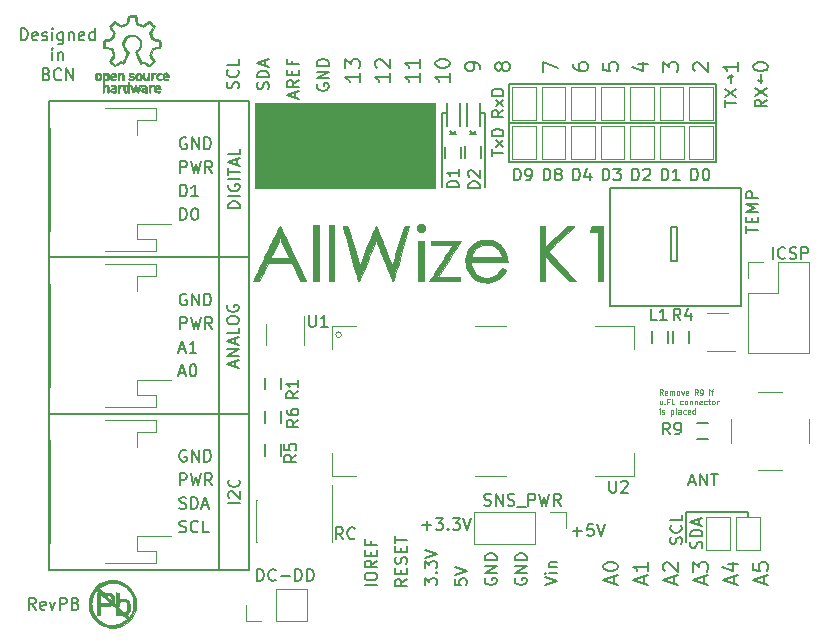
<source format=gto>
G04 #@! TF.FileFunction,Legend,Top*
%FSLAX46Y46*%
G04 Gerber Fmt 4.6, Leading zero omitted, Abs format (unit mm)*
G04 Created by KiCad (PCBNEW 4.0.7-e2-6376~58~ubuntu16.04.1) date Fri Jul  6 10:04:11 2018*
%MOMM*%
%LPD*%
G01*
G04 APERTURE LIST*
%ADD10C,0.150000*%
%ADD11C,0.200000*%
%ADD12C,0.115000*%
%ADD13C,0.120000*%
%ADD14C,0.050000*%
%ADD15C,0.010000*%
G04 APERTURE END LIST*
D10*
X158930000Y-109250000D02*
X158890000Y-109250000D01*
X158930000Y-108810000D02*
X158930000Y-109250000D01*
X153610000Y-108810000D02*
X158930000Y-108810000D01*
X153610000Y-109020000D02*
X153610000Y-108810000D01*
X153610000Y-111310000D02*
X153610000Y-109020000D01*
X147190000Y-91390000D02*
X148310000Y-91390000D01*
X147190000Y-81390000D02*
X147190000Y-91390000D01*
X148320000Y-81390000D02*
X147190000Y-81390000D01*
D11*
X153264762Y-111500476D02*
X153312381Y-111357619D01*
X153312381Y-111119523D01*
X153264762Y-111024285D01*
X153217143Y-110976666D01*
X153121905Y-110929047D01*
X153026667Y-110929047D01*
X152931429Y-110976666D01*
X152883810Y-111024285D01*
X152836190Y-111119523D01*
X152788571Y-111310000D01*
X152740952Y-111405238D01*
X152693333Y-111452857D01*
X152598095Y-111500476D01*
X152502857Y-111500476D01*
X152407619Y-111452857D01*
X152360000Y-111405238D01*
X152312381Y-111310000D01*
X152312381Y-111071904D01*
X152360000Y-110929047D01*
X153217143Y-109929047D02*
X153264762Y-109976666D01*
X153312381Y-110119523D01*
X153312381Y-110214761D01*
X153264762Y-110357619D01*
X153169524Y-110452857D01*
X153074286Y-110500476D01*
X152883810Y-110548095D01*
X152740952Y-110548095D01*
X152550476Y-110500476D01*
X152455238Y-110452857D01*
X152360000Y-110357619D01*
X152312381Y-110214761D01*
X152312381Y-110119523D01*
X152360000Y-109976666D01*
X152407619Y-109929047D01*
X153312381Y-109024285D02*
X153312381Y-109500476D01*
X152312381Y-109500476D01*
X154974762Y-111874286D02*
X155022381Y-111731429D01*
X155022381Y-111493333D01*
X154974762Y-111398095D01*
X154927143Y-111350476D01*
X154831905Y-111302857D01*
X154736667Y-111302857D01*
X154641429Y-111350476D01*
X154593810Y-111398095D01*
X154546190Y-111493333D01*
X154498571Y-111683810D01*
X154450952Y-111779048D01*
X154403333Y-111826667D01*
X154308095Y-111874286D01*
X154212857Y-111874286D01*
X154117619Y-111826667D01*
X154070000Y-111779048D01*
X154022381Y-111683810D01*
X154022381Y-111445714D01*
X154070000Y-111302857D01*
X155022381Y-110874286D02*
X154022381Y-110874286D01*
X154022381Y-110636191D01*
X154070000Y-110493333D01*
X154165238Y-110398095D01*
X154260476Y-110350476D01*
X154450952Y-110302857D01*
X154593810Y-110302857D01*
X154784286Y-110350476D01*
X154879524Y-110398095D01*
X154974762Y-110493333D01*
X155022381Y-110636191D01*
X155022381Y-110874286D01*
X154736667Y-109921905D02*
X154736667Y-109445714D01*
X155022381Y-110017143D02*
X154022381Y-109683810D01*
X155022381Y-109350476D01*
D10*
X133380000Y-75030000D02*
X133380000Y-75010000D01*
X132950000Y-75030000D02*
X133380000Y-75030000D01*
X133380000Y-75030000D02*
X133380000Y-75060000D01*
X132950000Y-81280000D02*
X132950000Y-75030000D01*
X136170000Y-75020000D02*
X136170000Y-75060000D01*
X136610000Y-75020000D02*
X136170000Y-75020000D01*
X136610000Y-81280000D02*
X136610000Y-75020000D01*
D11*
X117329048Y-114642381D02*
X117329048Y-113642381D01*
X117567143Y-113642381D01*
X117710001Y-113690000D01*
X117805239Y-113785238D01*
X117852858Y-113880476D01*
X117900477Y-114070952D01*
X117900477Y-114213810D01*
X117852858Y-114404286D01*
X117805239Y-114499524D01*
X117710001Y-114594762D01*
X117567143Y-114642381D01*
X117329048Y-114642381D01*
X118900477Y-114547143D02*
X118852858Y-114594762D01*
X118710001Y-114642381D01*
X118614763Y-114642381D01*
X118471905Y-114594762D01*
X118376667Y-114499524D01*
X118329048Y-114404286D01*
X118281429Y-114213810D01*
X118281429Y-114070952D01*
X118329048Y-113880476D01*
X118376667Y-113785238D01*
X118471905Y-113690000D01*
X118614763Y-113642381D01*
X118710001Y-113642381D01*
X118852858Y-113690000D01*
X118900477Y-113737619D01*
X119329048Y-114261429D02*
X120090953Y-114261429D01*
X120567143Y-114642381D02*
X120567143Y-113642381D01*
X120805238Y-113642381D01*
X120948096Y-113690000D01*
X121043334Y-113785238D01*
X121090953Y-113880476D01*
X121138572Y-114070952D01*
X121138572Y-114213810D01*
X121090953Y-114404286D01*
X121043334Y-114499524D01*
X120948096Y-114594762D01*
X120805238Y-114642381D01*
X120567143Y-114642381D01*
X121567143Y-114642381D02*
X121567143Y-113642381D01*
X121805238Y-113642381D01*
X121948096Y-113690000D01*
X122043334Y-113785238D01*
X122090953Y-113880476D01*
X122138572Y-114070952D01*
X122138572Y-114213810D01*
X122090953Y-114404286D01*
X122043334Y-114499524D01*
X121948096Y-114594762D01*
X121805238Y-114642381D01*
X121567143Y-114642381D01*
D12*
X151672381Y-98883095D02*
X151519048Y-98664048D01*
X151409524Y-98883095D02*
X151409524Y-98423095D01*
X151584762Y-98423095D01*
X151628571Y-98445000D01*
X151650476Y-98466905D01*
X151672381Y-98510714D01*
X151672381Y-98576429D01*
X151650476Y-98620238D01*
X151628571Y-98642143D01*
X151584762Y-98664048D01*
X151409524Y-98664048D01*
X152044762Y-98861190D02*
X152000952Y-98883095D01*
X151913333Y-98883095D01*
X151869524Y-98861190D01*
X151847619Y-98817381D01*
X151847619Y-98642143D01*
X151869524Y-98598333D01*
X151913333Y-98576429D01*
X152000952Y-98576429D01*
X152044762Y-98598333D01*
X152066667Y-98642143D01*
X152066667Y-98685952D01*
X151847619Y-98729762D01*
X152263810Y-98883095D02*
X152263810Y-98576429D01*
X152263810Y-98620238D02*
X152285715Y-98598333D01*
X152329524Y-98576429D01*
X152395238Y-98576429D01*
X152439048Y-98598333D01*
X152460953Y-98642143D01*
X152460953Y-98883095D01*
X152460953Y-98642143D02*
X152482857Y-98598333D01*
X152526667Y-98576429D01*
X152592381Y-98576429D01*
X152636191Y-98598333D01*
X152658096Y-98642143D01*
X152658096Y-98883095D01*
X152942857Y-98883095D02*
X152899048Y-98861190D01*
X152877143Y-98839286D01*
X152855238Y-98795476D01*
X152855238Y-98664048D01*
X152877143Y-98620238D01*
X152899048Y-98598333D01*
X152942857Y-98576429D01*
X153008571Y-98576429D01*
X153052381Y-98598333D01*
X153074286Y-98620238D01*
X153096190Y-98664048D01*
X153096190Y-98795476D01*
X153074286Y-98839286D01*
X153052381Y-98861190D01*
X153008571Y-98883095D01*
X152942857Y-98883095D01*
X153249523Y-98576429D02*
X153359047Y-98883095D01*
X153468571Y-98576429D01*
X153819047Y-98861190D02*
X153775237Y-98883095D01*
X153687618Y-98883095D01*
X153643809Y-98861190D01*
X153621904Y-98817381D01*
X153621904Y-98642143D01*
X153643809Y-98598333D01*
X153687618Y-98576429D01*
X153775237Y-98576429D01*
X153819047Y-98598333D01*
X153840952Y-98642143D01*
X153840952Y-98685952D01*
X153621904Y-98729762D01*
X154651428Y-98883095D02*
X154498095Y-98664048D01*
X154388571Y-98883095D02*
X154388571Y-98423095D01*
X154563809Y-98423095D01*
X154607618Y-98445000D01*
X154629523Y-98466905D01*
X154651428Y-98510714D01*
X154651428Y-98576429D01*
X154629523Y-98620238D01*
X154607618Y-98642143D01*
X154563809Y-98664048D01*
X154388571Y-98664048D01*
X154870476Y-98883095D02*
X154958095Y-98883095D01*
X155001904Y-98861190D01*
X155023809Y-98839286D01*
X155067618Y-98773571D01*
X155089523Y-98685952D01*
X155089523Y-98510714D01*
X155067618Y-98466905D01*
X155045714Y-98445000D01*
X155001904Y-98423095D01*
X154914285Y-98423095D01*
X154870476Y-98445000D01*
X154848571Y-98466905D01*
X154826666Y-98510714D01*
X154826666Y-98620238D01*
X154848571Y-98664048D01*
X154870476Y-98685952D01*
X154914285Y-98707857D01*
X155001904Y-98707857D01*
X155045714Y-98685952D01*
X155067618Y-98664048D01*
X155089523Y-98620238D01*
X155637142Y-98883095D02*
X155637142Y-98576429D01*
X155637142Y-98423095D02*
X155615237Y-98445000D01*
X155637142Y-98466905D01*
X155659047Y-98445000D01*
X155637142Y-98423095D01*
X155637142Y-98466905D01*
X155790476Y-98576429D02*
X155965714Y-98576429D01*
X155856190Y-98883095D02*
X155856190Y-98488810D01*
X155878095Y-98445000D01*
X155921904Y-98423095D01*
X155965714Y-98423095D01*
X151606667Y-99381429D02*
X151606667Y-99688095D01*
X151409524Y-99381429D02*
X151409524Y-99622381D01*
X151431429Y-99666190D01*
X151475238Y-99688095D01*
X151540952Y-99688095D01*
X151584762Y-99666190D01*
X151606667Y-99644286D01*
X151825714Y-99644286D02*
X151847619Y-99666190D01*
X151825714Y-99688095D01*
X151803809Y-99666190D01*
X151825714Y-99644286D01*
X151825714Y-99688095D01*
X152198095Y-99447143D02*
X152044762Y-99447143D01*
X152044762Y-99688095D02*
X152044762Y-99228095D01*
X152263809Y-99228095D01*
X152658095Y-99688095D02*
X152439048Y-99688095D01*
X152439048Y-99228095D01*
X153359048Y-99666190D02*
X153315238Y-99688095D01*
X153227619Y-99688095D01*
X153183810Y-99666190D01*
X153161905Y-99644286D01*
X153140000Y-99600476D01*
X153140000Y-99469048D01*
X153161905Y-99425238D01*
X153183810Y-99403333D01*
X153227619Y-99381429D01*
X153315238Y-99381429D01*
X153359048Y-99403333D01*
X153621905Y-99688095D02*
X153578096Y-99666190D01*
X153556191Y-99644286D01*
X153534286Y-99600476D01*
X153534286Y-99469048D01*
X153556191Y-99425238D01*
X153578096Y-99403333D01*
X153621905Y-99381429D01*
X153687619Y-99381429D01*
X153731429Y-99403333D01*
X153753334Y-99425238D01*
X153775238Y-99469048D01*
X153775238Y-99600476D01*
X153753334Y-99644286D01*
X153731429Y-99666190D01*
X153687619Y-99688095D01*
X153621905Y-99688095D01*
X153972381Y-99381429D02*
X153972381Y-99688095D01*
X153972381Y-99425238D02*
X153994286Y-99403333D01*
X154038095Y-99381429D01*
X154103809Y-99381429D01*
X154147619Y-99403333D01*
X154169524Y-99447143D01*
X154169524Y-99688095D01*
X154388571Y-99381429D02*
X154388571Y-99688095D01*
X154388571Y-99425238D02*
X154410476Y-99403333D01*
X154454285Y-99381429D01*
X154519999Y-99381429D01*
X154563809Y-99403333D01*
X154585714Y-99447143D01*
X154585714Y-99688095D01*
X154979999Y-99666190D02*
X154936189Y-99688095D01*
X154848570Y-99688095D01*
X154804761Y-99666190D01*
X154782856Y-99622381D01*
X154782856Y-99447143D01*
X154804761Y-99403333D01*
X154848570Y-99381429D01*
X154936189Y-99381429D01*
X154979999Y-99403333D01*
X155001904Y-99447143D01*
X155001904Y-99490952D01*
X154782856Y-99534762D01*
X155396190Y-99666190D02*
X155352380Y-99688095D01*
X155264761Y-99688095D01*
X155220952Y-99666190D01*
X155199047Y-99644286D01*
X155177142Y-99600476D01*
X155177142Y-99469048D01*
X155199047Y-99425238D01*
X155220952Y-99403333D01*
X155264761Y-99381429D01*
X155352380Y-99381429D01*
X155396190Y-99403333D01*
X155527619Y-99381429D02*
X155702857Y-99381429D01*
X155593333Y-99228095D02*
X155593333Y-99622381D01*
X155615238Y-99666190D01*
X155659047Y-99688095D01*
X155702857Y-99688095D01*
X155921904Y-99688095D02*
X155878095Y-99666190D01*
X155856190Y-99644286D01*
X155834285Y-99600476D01*
X155834285Y-99469048D01*
X155856190Y-99425238D01*
X155878095Y-99403333D01*
X155921904Y-99381429D01*
X155987618Y-99381429D01*
X156031428Y-99403333D01*
X156053333Y-99425238D01*
X156075237Y-99469048D01*
X156075237Y-99600476D01*
X156053333Y-99644286D01*
X156031428Y-99666190D01*
X155987618Y-99688095D01*
X155921904Y-99688095D01*
X156272380Y-99688095D02*
X156272380Y-99381429D01*
X156272380Y-99469048D02*
X156294285Y-99425238D01*
X156316189Y-99403333D01*
X156359999Y-99381429D01*
X156403808Y-99381429D01*
X151409524Y-100493095D02*
X151409524Y-100186429D01*
X151409524Y-100033095D02*
X151387619Y-100055000D01*
X151409524Y-100076905D01*
X151431429Y-100055000D01*
X151409524Y-100033095D01*
X151409524Y-100076905D01*
X151606667Y-100471190D02*
X151650477Y-100493095D01*
X151738096Y-100493095D01*
X151781905Y-100471190D01*
X151803810Y-100427381D01*
X151803810Y-100405476D01*
X151781905Y-100361667D01*
X151738096Y-100339762D01*
X151672381Y-100339762D01*
X151628572Y-100317857D01*
X151606667Y-100274048D01*
X151606667Y-100252143D01*
X151628572Y-100208333D01*
X151672381Y-100186429D01*
X151738096Y-100186429D01*
X151781905Y-100208333D01*
X152351429Y-100186429D02*
X152351429Y-100646429D01*
X152351429Y-100208333D02*
X152395238Y-100186429D01*
X152482857Y-100186429D01*
X152526667Y-100208333D01*
X152548572Y-100230238D01*
X152570476Y-100274048D01*
X152570476Y-100405476D01*
X152548572Y-100449286D01*
X152526667Y-100471190D01*
X152482857Y-100493095D01*
X152395238Y-100493095D01*
X152351429Y-100471190D01*
X152833333Y-100493095D02*
X152789524Y-100471190D01*
X152767619Y-100427381D01*
X152767619Y-100033095D01*
X153205714Y-100493095D02*
X153205714Y-100252143D01*
X153183809Y-100208333D01*
X153139999Y-100186429D01*
X153052380Y-100186429D01*
X153008571Y-100208333D01*
X153205714Y-100471190D02*
X153161904Y-100493095D01*
X153052380Y-100493095D01*
X153008571Y-100471190D01*
X152986666Y-100427381D01*
X152986666Y-100383571D01*
X153008571Y-100339762D01*
X153052380Y-100317857D01*
X153161904Y-100317857D01*
X153205714Y-100295952D01*
X153621904Y-100471190D02*
X153578094Y-100493095D01*
X153490475Y-100493095D01*
X153446666Y-100471190D01*
X153424761Y-100449286D01*
X153402856Y-100405476D01*
X153402856Y-100274048D01*
X153424761Y-100230238D01*
X153446666Y-100208333D01*
X153490475Y-100186429D01*
X153578094Y-100186429D01*
X153621904Y-100208333D01*
X153994285Y-100471190D02*
X153950475Y-100493095D01*
X153862856Y-100493095D01*
X153819047Y-100471190D01*
X153797142Y-100427381D01*
X153797142Y-100252143D01*
X153819047Y-100208333D01*
X153862856Y-100186429D01*
X153950475Y-100186429D01*
X153994285Y-100208333D01*
X154016190Y-100252143D01*
X154016190Y-100295952D01*
X153797142Y-100339762D01*
X154410476Y-100493095D02*
X154410476Y-100033095D01*
X154410476Y-100471190D02*
X154366666Y-100493095D01*
X154279047Y-100493095D01*
X154235238Y-100471190D01*
X154213333Y-100449286D01*
X154191428Y-100405476D01*
X154191428Y-100274048D01*
X154213333Y-100230238D01*
X154235238Y-100208333D01*
X154279047Y-100186429D01*
X154366666Y-100186429D01*
X154410476Y-100208333D01*
D11*
X138192381Y-74780238D02*
X137716190Y-75113572D01*
X138192381Y-75351667D02*
X137192381Y-75351667D01*
X137192381Y-74970714D01*
X137240000Y-74875476D01*
X137287619Y-74827857D01*
X137382857Y-74780238D01*
X137525714Y-74780238D01*
X137620952Y-74827857D01*
X137668571Y-74875476D01*
X137716190Y-74970714D01*
X137716190Y-75351667D01*
X138192381Y-74446905D02*
X137525714Y-73923095D01*
X137525714Y-74446905D02*
X138192381Y-73923095D01*
X138192381Y-73542143D02*
X137192381Y-73542143D01*
X137192381Y-73304048D01*
X137240000Y-73161190D01*
X137335238Y-73065952D01*
X137430476Y-73018333D01*
X137620952Y-72970714D01*
X137763810Y-72970714D01*
X137954286Y-73018333D01*
X138049524Y-73065952D01*
X138144762Y-73161190D01*
X138192381Y-73304048D01*
X138192381Y-73542143D01*
X137192381Y-78670476D02*
X137192381Y-78099047D01*
X138192381Y-78384762D02*
X137192381Y-78384762D01*
X138192381Y-77860952D02*
X137525714Y-77337142D01*
X137525714Y-77860952D02*
X138192381Y-77337142D01*
X138192381Y-76956190D02*
X137192381Y-76956190D01*
X137192381Y-76718095D01*
X137240000Y-76575237D01*
X137335238Y-76479999D01*
X137430476Y-76432380D01*
X137620952Y-76384761D01*
X137763810Y-76384761D01*
X137954286Y-76432380D01*
X138049524Y-76479999D01*
X138144762Y-76575237D01*
X138192381Y-76718095D01*
X138192381Y-76956190D01*
X139081905Y-80732381D02*
X139081905Y-79732381D01*
X139320000Y-79732381D01*
X139462858Y-79780000D01*
X139558096Y-79875238D01*
X139605715Y-79970476D01*
X139653334Y-80160952D01*
X139653334Y-80303810D01*
X139605715Y-80494286D01*
X139558096Y-80589524D01*
X139462858Y-80684762D01*
X139320000Y-80732381D01*
X139081905Y-80732381D01*
X140129524Y-80732381D02*
X140320000Y-80732381D01*
X140415239Y-80684762D01*
X140462858Y-80637143D01*
X140558096Y-80494286D01*
X140605715Y-80303810D01*
X140605715Y-79922857D01*
X140558096Y-79827619D01*
X140510477Y-79780000D01*
X140415239Y-79732381D01*
X140224762Y-79732381D01*
X140129524Y-79780000D01*
X140081905Y-79827619D01*
X140034286Y-79922857D01*
X140034286Y-80160952D01*
X140081905Y-80256190D01*
X140129524Y-80303810D01*
X140224762Y-80351429D01*
X140415239Y-80351429D01*
X140510477Y-80303810D01*
X140558096Y-80256190D01*
X140605715Y-80160952D01*
X141591905Y-80732381D02*
X141591905Y-79732381D01*
X141830000Y-79732381D01*
X141972858Y-79780000D01*
X142068096Y-79875238D01*
X142115715Y-79970476D01*
X142163334Y-80160952D01*
X142163334Y-80303810D01*
X142115715Y-80494286D01*
X142068096Y-80589524D01*
X141972858Y-80684762D01*
X141830000Y-80732381D01*
X141591905Y-80732381D01*
X142734762Y-80160952D02*
X142639524Y-80113333D01*
X142591905Y-80065714D01*
X142544286Y-79970476D01*
X142544286Y-79922857D01*
X142591905Y-79827619D01*
X142639524Y-79780000D01*
X142734762Y-79732381D01*
X142925239Y-79732381D01*
X143020477Y-79780000D01*
X143068096Y-79827619D01*
X143115715Y-79922857D01*
X143115715Y-79970476D01*
X143068096Y-80065714D01*
X143020477Y-80113333D01*
X142925239Y-80160952D01*
X142734762Y-80160952D01*
X142639524Y-80208571D01*
X142591905Y-80256190D01*
X142544286Y-80351429D01*
X142544286Y-80541905D01*
X142591905Y-80637143D01*
X142639524Y-80684762D01*
X142734762Y-80732381D01*
X142925239Y-80732381D01*
X143020477Y-80684762D01*
X143068096Y-80637143D01*
X143115715Y-80541905D01*
X143115715Y-80351429D01*
X143068096Y-80256190D01*
X143020477Y-80208571D01*
X142925239Y-80160952D01*
X144091905Y-80732381D02*
X144091905Y-79732381D01*
X144330000Y-79732381D01*
X144472858Y-79780000D01*
X144568096Y-79875238D01*
X144615715Y-79970476D01*
X144663334Y-80160952D01*
X144663334Y-80303810D01*
X144615715Y-80494286D01*
X144568096Y-80589524D01*
X144472858Y-80684762D01*
X144330000Y-80732381D01*
X144091905Y-80732381D01*
X145520477Y-80065714D02*
X145520477Y-80732381D01*
X145282381Y-79684762D02*
X145044286Y-80399048D01*
X145663334Y-80399048D01*
X146591905Y-80732381D02*
X146591905Y-79732381D01*
X146830000Y-79732381D01*
X146972858Y-79780000D01*
X147068096Y-79875238D01*
X147115715Y-79970476D01*
X147163334Y-80160952D01*
X147163334Y-80303810D01*
X147115715Y-80494286D01*
X147068096Y-80589524D01*
X146972858Y-80684762D01*
X146830000Y-80732381D01*
X146591905Y-80732381D01*
X147496667Y-79732381D02*
X148115715Y-79732381D01*
X147782381Y-80113333D01*
X147925239Y-80113333D01*
X148020477Y-80160952D01*
X148068096Y-80208571D01*
X148115715Y-80303810D01*
X148115715Y-80541905D01*
X148068096Y-80637143D01*
X148020477Y-80684762D01*
X147925239Y-80732381D01*
X147639524Y-80732381D01*
X147544286Y-80684762D01*
X147496667Y-80637143D01*
X149091905Y-80732381D02*
X149091905Y-79732381D01*
X149330000Y-79732381D01*
X149472858Y-79780000D01*
X149568096Y-79875238D01*
X149615715Y-79970476D01*
X149663334Y-80160952D01*
X149663334Y-80303810D01*
X149615715Y-80494286D01*
X149568096Y-80589524D01*
X149472858Y-80684762D01*
X149330000Y-80732381D01*
X149091905Y-80732381D01*
X150044286Y-79827619D02*
X150091905Y-79780000D01*
X150187143Y-79732381D01*
X150425239Y-79732381D01*
X150520477Y-79780000D01*
X150568096Y-79827619D01*
X150615715Y-79922857D01*
X150615715Y-80018095D01*
X150568096Y-80160952D01*
X149996667Y-80732381D01*
X150615715Y-80732381D01*
X151591905Y-80732381D02*
X151591905Y-79732381D01*
X151830000Y-79732381D01*
X151972858Y-79780000D01*
X152068096Y-79875238D01*
X152115715Y-79970476D01*
X152163334Y-80160952D01*
X152163334Y-80303810D01*
X152115715Y-80494286D01*
X152068096Y-80589524D01*
X151972858Y-80684762D01*
X151830000Y-80732381D01*
X151591905Y-80732381D01*
X153115715Y-80732381D02*
X152544286Y-80732381D01*
X152830000Y-80732381D02*
X152830000Y-79732381D01*
X152734762Y-79875238D01*
X152639524Y-79970476D01*
X152544286Y-80018095D01*
D10*
X156190000Y-79130000D02*
X156190000Y-75830000D01*
X138690000Y-79130000D02*
X156190000Y-79130000D01*
X138690000Y-75820000D02*
X138690000Y-79130000D01*
X156190000Y-75830000D02*
X156190000Y-72540000D01*
X138690000Y-75830000D02*
X156190000Y-75830000D01*
X138690000Y-72540000D02*
X138690000Y-75830000D01*
X156190000Y-72540000D02*
X138690000Y-72540000D01*
D11*
X154096905Y-80732381D02*
X154096905Y-79732381D01*
X154335000Y-79732381D01*
X154477858Y-79780000D01*
X154573096Y-79875238D01*
X154620715Y-79970476D01*
X154668334Y-80160952D01*
X154668334Y-80303810D01*
X154620715Y-80494286D01*
X154573096Y-80589524D01*
X154477858Y-80684762D01*
X154335000Y-80732381D01*
X154096905Y-80732381D01*
X155287381Y-79732381D02*
X155382620Y-79732381D01*
X155477858Y-79780000D01*
X155525477Y-79827619D01*
X155573096Y-79922857D01*
X155620715Y-80113333D01*
X155620715Y-80351429D01*
X155573096Y-80541905D01*
X155525477Y-80637143D01*
X155477858Y-80684762D01*
X155382620Y-80732381D01*
X155287381Y-80732381D01*
X155192143Y-80684762D01*
X155144524Y-80637143D01*
X155096905Y-80541905D01*
X155049286Y-80351429D01*
X155049286Y-80113333D01*
X155096905Y-79922857D01*
X155144524Y-79827619D01*
X155192143Y-79780000D01*
X155287381Y-79732381D01*
X136551905Y-108224762D02*
X136694762Y-108272381D01*
X136932858Y-108272381D01*
X137028096Y-108224762D01*
X137075715Y-108177143D01*
X137123334Y-108081905D01*
X137123334Y-107986667D01*
X137075715Y-107891429D01*
X137028096Y-107843810D01*
X136932858Y-107796190D01*
X136742381Y-107748571D01*
X136647143Y-107700952D01*
X136599524Y-107653333D01*
X136551905Y-107558095D01*
X136551905Y-107462857D01*
X136599524Y-107367619D01*
X136647143Y-107320000D01*
X136742381Y-107272381D01*
X136980477Y-107272381D01*
X137123334Y-107320000D01*
X137551905Y-108272381D02*
X137551905Y-107272381D01*
X138123334Y-108272381D01*
X138123334Y-107272381D01*
X138551905Y-108224762D02*
X138694762Y-108272381D01*
X138932858Y-108272381D01*
X139028096Y-108224762D01*
X139075715Y-108177143D01*
X139123334Y-108081905D01*
X139123334Y-107986667D01*
X139075715Y-107891429D01*
X139028096Y-107843810D01*
X138932858Y-107796190D01*
X138742381Y-107748571D01*
X138647143Y-107700952D01*
X138599524Y-107653333D01*
X138551905Y-107558095D01*
X138551905Y-107462857D01*
X138599524Y-107367619D01*
X138647143Y-107320000D01*
X138742381Y-107272381D01*
X138980477Y-107272381D01*
X139123334Y-107320000D01*
X139313810Y-108367619D02*
X140075715Y-108367619D01*
X140313810Y-108272381D02*
X140313810Y-107272381D01*
X140694763Y-107272381D01*
X140790001Y-107320000D01*
X140837620Y-107367619D01*
X140885239Y-107462857D01*
X140885239Y-107605714D01*
X140837620Y-107700952D01*
X140790001Y-107748571D01*
X140694763Y-107796190D01*
X140313810Y-107796190D01*
X141218572Y-107272381D02*
X141456667Y-108272381D01*
X141647144Y-107558095D01*
X141837620Y-108272381D01*
X142075715Y-107272381D01*
X143028096Y-108272381D02*
X142694762Y-107796190D01*
X142456667Y-108272381D02*
X142456667Y-107272381D01*
X142837620Y-107272381D01*
X142932858Y-107320000D01*
X142980477Y-107367619D01*
X143028096Y-107462857D01*
X143028096Y-107605714D01*
X142980477Y-107700952D01*
X142932858Y-107748571D01*
X142837620Y-107796190D01*
X142456667Y-107796190D01*
X124599524Y-111112381D02*
X124266190Y-110636190D01*
X124028095Y-111112381D02*
X124028095Y-110112381D01*
X124409048Y-110112381D01*
X124504286Y-110160000D01*
X124551905Y-110207619D01*
X124599524Y-110302857D01*
X124599524Y-110445714D01*
X124551905Y-110540952D01*
X124504286Y-110588571D01*
X124409048Y-110636190D01*
X124028095Y-110636190D01*
X125599524Y-111017143D02*
X125551905Y-111064762D01*
X125409048Y-111112381D01*
X125313810Y-111112381D01*
X125170952Y-111064762D01*
X125075714Y-110969524D01*
X125028095Y-110874286D01*
X124980476Y-110683810D01*
X124980476Y-110540952D01*
X125028095Y-110350476D01*
X125075714Y-110255238D01*
X125170952Y-110160000D01*
X125313810Y-110112381D01*
X125409048Y-110112381D01*
X125551905Y-110160000D01*
X125599524Y-110207619D01*
X115892381Y-108056190D02*
X114892381Y-108056190D01*
X114987619Y-107627619D02*
X114940000Y-107580000D01*
X114892381Y-107484762D01*
X114892381Y-107246666D01*
X114940000Y-107151428D01*
X114987619Y-107103809D01*
X115082857Y-107056190D01*
X115178095Y-107056190D01*
X115320952Y-107103809D01*
X115892381Y-107675238D01*
X115892381Y-107056190D01*
X115797143Y-106056190D02*
X115844762Y-106103809D01*
X115892381Y-106246666D01*
X115892381Y-106341904D01*
X115844762Y-106484762D01*
X115749524Y-106580000D01*
X115654286Y-106627619D01*
X115463810Y-106675238D01*
X115320952Y-106675238D01*
X115130476Y-106627619D01*
X115035238Y-106580000D01*
X114940000Y-106484762D01*
X114892381Y-106341904D01*
X114892381Y-106246666D01*
X114940000Y-106103809D01*
X114987619Y-106056190D01*
X115496667Y-96479048D02*
X115496667Y-96002857D01*
X115782381Y-96574286D02*
X114782381Y-96240953D01*
X115782381Y-95907619D01*
X115782381Y-95574286D02*
X114782381Y-95574286D01*
X115782381Y-95002857D01*
X114782381Y-95002857D01*
X115496667Y-94574286D02*
X115496667Y-94098095D01*
X115782381Y-94669524D02*
X114782381Y-94336191D01*
X115782381Y-94002857D01*
X115782381Y-93193333D02*
X115782381Y-93669524D01*
X114782381Y-93669524D01*
X114782381Y-92669524D02*
X114782381Y-92479047D01*
X114830000Y-92383809D01*
X114925238Y-92288571D01*
X115115714Y-92240952D01*
X115449048Y-92240952D01*
X115639524Y-92288571D01*
X115734762Y-92383809D01*
X115782381Y-92479047D01*
X115782381Y-92669524D01*
X115734762Y-92764762D01*
X115639524Y-92860000D01*
X115449048Y-92907619D01*
X115115714Y-92907619D01*
X114925238Y-92860000D01*
X114830000Y-92764762D01*
X114782381Y-92669524D01*
X114830000Y-91288571D02*
X114782381Y-91383809D01*
X114782381Y-91526666D01*
X114830000Y-91669524D01*
X114925238Y-91764762D01*
X115020476Y-91812381D01*
X115210952Y-91860000D01*
X115353810Y-91860000D01*
X115544286Y-91812381D01*
X115639524Y-91764762D01*
X115734762Y-91669524D01*
X115782381Y-91526666D01*
X115782381Y-91431428D01*
X115734762Y-91288571D01*
X115687143Y-91240952D01*
X115353810Y-91240952D01*
X115353810Y-91431428D01*
D10*
X114110000Y-87250000D02*
X116650000Y-87250000D01*
X114110000Y-100470000D02*
X116650000Y-100470000D01*
X116650000Y-113690000D02*
X114100000Y-113690000D01*
X116650000Y-113680000D02*
X116650000Y-113690000D01*
X116650000Y-74030000D02*
X116650000Y-113680000D01*
X114110000Y-74030000D02*
X116650000Y-74030000D01*
D11*
X115892381Y-83082381D02*
X114892381Y-83082381D01*
X114892381Y-82844286D01*
X114940000Y-82701428D01*
X115035238Y-82606190D01*
X115130476Y-82558571D01*
X115320952Y-82510952D01*
X115463810Y-82510952D01*
X115654286Y-82558571D01*
X115749524Y-82606190D01*
X115844762Y-82701428D01*
X115892381Y-82844286D01*
X115892381Y-83082381D01*
X115892381Y-82082381D02*
X114892381Y-82082381D01*
X114940000Y-81082381D02*
X114892381Y-81177619D01*
X114892381Y-81320476D01*
X114940000Y-81463334D01*
X115035238Y-81558572D01*
X115130476Y-81606191D01*
X115320952Y-81653810D01*
X115463810Y-81653810D01*
X115654286Y-81606191D01*
X115749524Y-81558572D01*
X115844762Y-81463334D01*
X115892381Y-81320476D01*
X115892381Y-81225238D01*
X115844762Y-81082381D01*
X115797143Y-81034762D01*
X115463810Y-81034762D01*
X115463810Y-81225238D01*
X115892381Y-80606191D02*
X114892381Y-80606191D01*
X114892381Y-80272858D02*
X114892381Y-79701429D01*
X115892381Y-79987144D02*
X114892381Y-79987144D01*
X115606667Y-79415715D02*
X115606667Y-78939524D01*
X115892381Y-79510953D02*
X114892381Y-79177620D01*
X115892381Y-78844286D01*
X115892381Y-78034762D02*
X115892381Y-78510953D01*
X114892381Y-78510953D01*
D10*
X99700000Y-100470000D02*
X114110000Y-100470000D01*
X99700000Y-87250000D02*
X114110000Y-87250000D01*
X99700000Y-113690000D02*
X99700000Y-74030000D01*
X114110000Y-113690000D02*
X99700000Y-113690000D01*
X114110000Y-74030000D02*
X114110000Y-113690000D01*
X99700000Y-74030000D02*
X114110000Y-74030000D01*
D11*
X110760476Y-108484762D02*
X110903333Y-108532381D01*
X111141429Y-108532381D01*
X111236667Y-108484762D01*
X111284286Y-108437143D01*
X111331905Y-108341905D01*
X111331905Y-108246667D01*
X111284286Y-108151429D01*
X111236667Y-108103810D01*
X111141429Y-108056190D01*
X110950952Y-108008571D01*
X110855714Y-107960952D01*
X110808095Y-107913333D01*
X110760476Y-107818095D01*
X110760476Y-107722857D01*
X110808095Y-107627619D01*
X110855714Y-107580000D01*
X110950952Y-107532381D01*
X111189048Y-107532381D01*
X111331905Y-107580000D01*
X111760476Y-108532381D02*
X111760476Y-107532381D01*
X111998571Y-107532381D01*
X112141429Y-107580000D01*
X112236667Y-107675238D01*
X112284286Y-107770476D01*
X112331905Y-107960952D01*
X112331905Y-108103810D01*
X112284286Y-108294286D01*
X112236667Y-108389524D01*
X112141429Y-108484762D01*
X111998571Y-108532381D01*
X111760476Y-108532381D01*
X112712857Y-108246667D02*
X113189048Y-108246667D01*
X112617619Y-108532381D02*
X112950952Y-107532381D01*
X113284286Y-108532381D01*
X110760476Y-110484762D02*
X110903333Y-110532381D01*
X111141429Y-110532381D01*
X111236667Y-110484762D01*
X111284286Y-110437143D01*
X111331905Y-110341905D01*
X111331905Y-110246667D01*
X111284286Y-110151429D01*
X111236667Y-110103810D01*
X111141429Y-110056190D01*
X110950952Y-110008571D01*
X110855714Y-109960952D01*
X110808095Y-109913333D01*
X110760476Y-109818095D01*
X110760476Y-109722857D01*
X110808095Y-109627619D01*
X110855714Y-109580000D01*
X110950952Y-109532381D01*
X111189048Y-109532381D01*
X111331905Y-109580000D01*
X112331905Y-110437143D02*
X112284286Y-110484762D01*
X112141429Y-110532381D01*
X112046191Y-110532381D01*
X111903333Y-110484762D01*
X111808095Y-110389524D01*
X111760476Y-110294286D01*
X111712857Y-110103810D01*
X111712857Y-109960952D01*
X111760476Y-109770476D01*
X111808095Y-109675238D01*
X111903333Y-109580000D01*
X112046191Y-109532381D01*
X112141429Y-109532381D01*
X112284286Y-109580000D01*
X112331905Y-109627619D01*
X113236667Y-110532381D02*
X112760476Y-110532381D01*
X112760476Y-109532381D01*
X110808095Y-106532381D02*
X110808095Y-105532381D01*
X111189048Y-105532381D01*
X111284286Y-105580000D01*
X111331905Y-105627619D01*
X111379524Y-105722857D01*
X111379524Y-105865714D01*
X111331905Y-105960952D01*
X111284286Y-106008571D01*
X111189048Y-106056190D01*
X110808095Y-106056190D01*
X111712857Y-105532381D02*
X111950952Y-106532381D01*
X112141429Y-105818095D01*
X112331905Y-106532381D01*
X112570000Y-105532381D01*
X113522381Y-106532381D02*
X113189047Y-106056190D01*
X112950952Y-106532381D02*
X112950952Y-105532381D01*
X113331905Y-105532381D01*
X113427143Y-105580000D01*
X113474762Y-105627619D01*
X113522381Y-105722857D01*
X113522381Y-105865714D01*
X113474762Y-105960952D01*
X113427143Y-106008571D01*
X113331905Y-106056190D01*
X112950952Y-106056190D01*
X111331905Y-103580000D02*
X111236667Y-103532381D01*
X111093810Y-103532381D01*
X110950952Y-103580000D01*
X110855714Y-103675238D01*
X110808095Y-103770476D01*
X110760476Y-103960952D01*
X110760476Y-104103810D01*
X110808095Y-104294286D01*
X110855714Y-104389524D01*
X110950952Y-104484762D01*
X111093810Y-104532381D01*
X111189048Y-104532381D01*
X111331905Y-104484762D01*
X111379524Y-104437143D01*
X111379524Y-104103810D01*
X111189048Y-104103810D01*
X111808095Y-104532381D02*
X111808095Y-103532381D01*
X112379524Y-104532381D01*
X112379524Y-103532381D01*
X112855714Y-104532381D02*
X112855714Y-103532381D01*
X113093809Y-103532381D01*
X113236667Y-103580000D01*
X113331905Y-103675238D01*
X113379524Y-103770476D01*
X113427143Y-103960952D01*
X113427143Y-104103810D01*
X113379524Y-104294286D01*
X113331905Y-104389524D01*
X113236667Y-104484762D01*
X113093809Y-104532381D01*
X112855714Y-104532381D01*
X111341905Y-90360000D02*
X111246667Y-90312381D01*
X111103810Y-90312381D01*
X110960952Y-90360000D01*
X110865714Y-90455238D01*
X110818095Y-90550476D01*
X110770476Y-90740952D01*
X110770476Y-90883810D01*
X110818095Y-91074286D01*
X110865714Y-91169524D01*
X110960952Y-91264762D01*
X111103810Y-91312381D01*
X111199048Y-91312381D01*
X111341905Y-91264762D01*
X111389524Y-91217143D01*
X111389524Y-90883810D01*
X111199048Y-90883810D01*
X111818095Y-91312381D02*
X111818095Y-90312381D01*
X112389524Y-91312381D01*
X112389524Y-90312381D01*
X112865714Y-91312381D02*
X112865714Y-90312381D01*
X113103809Y-90312381D01*
X113246667Y-90360000D01*
X113341905Y-90455238D01*
X113389524Y-90550476D01*
X113437143Y-90740952D01*
X113437143Y-90883810D01*
X113389524Y-91074286D01*
X113341905Y-91169524D01*
X113246667Y-91264762D01*
X113103809Y-91312381D01*
X112865714Y-91312381D01*
X110818095Y-93312381D02*
X110818095Y-92312381D01*
X111199048Y-92312381D01*
X111294286Y-92360000D01*
X111341905Y-92407619D01*
X111389524Y-92502857D01*
X111389524Y-92645714D01*
X111341905Y-92740952D01*
X111294286Y-92788571D01*
X111199048Y-92836190D01*
X110818095Y-92836190D01*
X111722857Y-92312381D02*
X111960952Y-93312381D01*
X112151429Y-92598095D01*
X112341905Y-93312381D01*
X112580000Y-92312381D01*
X113532381Y-93312381D02*
X113199047Y-92836190D01*
X112960952Y-93312381D02*
X112960952Y-92312381D01*
X113341905Y-92312381D01*
X113437143Y-92360000D01*
X113484762Y-92407619D01*
X113532381Y-92502857D01*
X113532381Y-92645714D01*
X113484762Y-92740952D01*
X113437143Y-92788571D01*
X113341905Y-92836190D01*
X112960952Y-92836190D01*
X110770476Y-97026667D02*
X111246667Y-97026667D01*
X110675238Y-97312381D02*
X111008571Y-96312381D01*
X111341905Y-97312381D01*
X111865714Y-96312381D02*
X111960953Y-96312381D01*
X112056191Y-96360000D01*
X112103810Y-96407619D01*
X112151429Y-96502857D01*
X112199048Y-96693333D01*
X112199048Y-96931429D01*
X112151429Y-97121905D01*
X112103810Y-97217143D01*
X112056191Y-97264762D01*
X111960953Y-97312381D01*
X111865714Y-97312381D01*
X111770476Y-97264762D01*
X111722857Y-97217143D01*
X111675238Y-97121905D01*
X111627619Y-96931429D01*
X111627619Y-96693333D01*
X111675238Y-96502857D01*
X111722857Y-96407619D01*
X111770476Y-96360000D01*
X111865714Y-96312381D01*
X110770476Y-95026667D02*
X111246667Y-95026667D01*
X110675238Y-95312381D02*
X111008571Y-94312381D01*
X111341905Y-95312381D01*
X112199048Y-95312381D02*
X111627619Y-95312381D01*
X111913333Y-95312381D02*
X111913333Y-94312381D01*
X111818095Y-94455238D01*
X111722857Y-94550476D01*
X111627619Y-94598095D01*
X110818095Y-82082381D02*
X110818095Y-81082381D01*
X111056190Y-81082381D01*
X111199048Y-81130000D01*
X111294286Y-81225238D01*
X111341905Y-81320476D01*
X111389524Y-81510952D01*
X111389524Y-81653810D01*
X111341905Y-81844286D01*
X111294286Y-81939524D01*
X111199048Y-82034762D01*
X111056190Y-82082381D01*
X110818095Y-82082381D01*
X112341905Y-82082381D02*
X111770476Y-82082381D01*
X112056190Y-82082381D02*
X112056190Y-81082381D01*
X111960952Y-81225238D01*
X111865714Y-81320476D01*
X111770476Y-81368095D01*
X110818095Y-84082381D02*
X110818095Y-83082381D01*
X111056190Y-83082381D01*
X111199048Y-83130000D01*
X111294286Y-83225238D01*
X111341905Y-83320476D01*
X111389524Y-83510952D01*
X111389524Y-83653810D01*
X111341905Y-83844286D01*
X111294286Y-83939524D01*
X111199048Y-84034762D01*
X111056190Y-84082381D01*
X110818095Y-84082381D01*
X112008571Y-83082381D02*
X112103810Y-83082381D01*
X112199048Y-83130000D01*
X112246667Y-83177619D01*
X112294286Y-83272857D01*
X112341905Y-83463333D01*
X112341905Y-83701429D01*
X112294286Y-83891905D01*
X112246667Y-83987143D01*
X112199048Y-84034762D01*
X112103810Y-84082381D01*
X112008571Y-84082381D01*
X111913333Y-84034762D01*
X111865714Y-83987143D01*
X111818095Y-83891905D01*
X111770476Y-83701429D01*
X111770476Y-83463333D01*
X111818095Y-83272857D01*
X111865714Y-83177619D01*
X111913333Y-83130000D01*
X112008571Y-83082381D01*
X110818095Y-80082381D02*
X110818095Y-79082381D01*
X111199048Y-79082381D01*
X111294286Y-79130000D01*
X111341905Y-79177619D01*
X111389524Y-79272857D01*
X111389524Y-79415714D01*
X111341905Y-79510952D01*
X111294286Y-79558571D01*
X111199048Y-79606190D01*
X110818095Y-79606190D01*
X111722857Y-79082381D02*
X111960952Y-80082381D01*
X112151429Y-79368095D01*
X112341905Y-80082381D01*
X112580000Y-79082381D01*
X113532381Y-80082381D02*
X113199047Y-79606190D01*
X112960952Y-80082381D02*
X112960952Y-79082381D01*
X113341905Y-79082381D01*
X113437143Y-79130000D01*
X113484762Y-79177619D01*
X113532381Y-79272857D01*
X113532381Y-79415714D01*
X113484762Y-79510952D01*
X113437143Y-79558571D01*
X113341905Y-79606190D01*
X112960952Y-79606190D01*
X111341905Y-77130000D02*
X111246667Y-77082381D01*
X111103810Y-77082381D01*
X110960952Y-77130000D01*
X110865714Y-77225238D01*
X110818095Y-77320476D01*
X110770476Y-77510952D01*
X110770476Y-77653810D01*
X110818095Y-77844286D01*
X110865714Y-77939524D01*
X110960952Y-78034762D01*
X111103810Y-78082381D01*
X111199048Y-78082381D01*
X111341905Y-78034762D01*
X111389524Y-77987143D01*
X111389524Y-77653810D01*
X111199048Y-77653810D01*
X111818095Y-78082381D02*
X111818095Y-77082381D01*
X112389524Y-78082381D01*
X112389524Y-77082381D01*
X112865714Y-78082381D02*
X112865714Y-77082381D01*
X113103809Y-77082381D01*
X113246667Y-77130000D01*
X113341905Y-77225238D01*
X113389524Y-77320476D01*
X113437143Y-77510952D01*
X113437143Y-77653810D01*
X113389524Y-77844286D01*
X113341905Y-77939524D01*
X113246667Y-78034762D01*
X113103809Y-78082381D01*
X112865714Y-78082381D01*
D10*
X159970000Y-72430000D02*
X160190000Y-72210000D01*
X159970000Y-72430000D02*
X159760000Y-72220000D01*
X159970000Y-72440000D02*
X159970000Y-71740000D01*
X157420000Y-71790000D02*
X157420000Y-72490000D01*
X157420000Y-71800000D02*
X157630000Y-72010000D01*
X157420000Y-71800000D02*
X157200000Y-72020000D01*
D11*
X131310000Y-109941429D02*
X132071905Y-109941429D01*
X131690953Y-110322381D02*
X131690953Y-109560476D01*
X132452857Y-109322381D02*
X133071905Y-109322381D01*
X132738571Y-109703333D01*
X132881429Y-109703333D01*
X132976667Y-109750952D01*
X133024286Y-109798571D01*
X133071905Y-109893810D01*
X133071905Y-110131905D01*
X133024286Y-110227143D01*
X132976667Y-110274762D01*
X132881429Y-110322381D01*
X132595714Y-110322381D01*
X132500476Y-110274762D01*
X132452857Y-110227143D01*
X133500476Y-110227143D02*
X133548095Y-110274762D01*
X133500476Y-110322381D01*
X133452857Y-110274762D01*
X133500476Y-110227143D01*
X133500476Y-110322381D01*
X133881428Y-109322381D02*
X134500476Y-109322381D01*
X134167142Y-109703333D01*
X134310000Y-109703333D01*
X134405238Y-109750952D01*
X134452857Y-109798571D01*
X134500476Y-109893810D01*
X134500476Y-110131905D01*
X134452857Y-110227143D01*
X134405238Y-110274762D01*
X134310000Y-110322381D01*
X134024285Y-110322381D01*
X133929047Y-110274762D01*
X133881428Y-110227143D01*
X134786190Y-109322381D02*
X135119523Y-110322381D01*
X135452857Y-109322381D01*
X144074286Y-110441429D02*
X144836191Y-110441429D01*
X144455239Y-110822381D02*
X144455239Y-110060476D01*
X145788572Y-109822381D02*
X145312381Y-109822381D01*
X145264762Y-110298571D01*
X145312381Y-110250952D01*
X145407619Y-110203333D01*
X145645715Y-110203333D01*
X145740953Y-110250952D01*
X145788572Y-110298571D01*
X145836191Y-110393810D01*
X145836191Y-110631905D01*
X145788572Y-110727143D01*
X145740953Y-110774762D01*
X145645715Y-110822381D01*
X145407619Y-110822381D01*
X145312381Y-110774762D01*
X145264762Y-110727143D01*
X146121905Y-109822381D02*
X146455238Y-110822381D01*
X146788572Y-109822381D01*
X160993810Y-87372381D02*
X160993810Y-86372381D01*
X162041429Y-87277143D02*
X161993810Y-87324762D01*
X161850953Y-87372381D01*
X161755715Y-87372381D01*
X161612857Y-87324762D01*
X161517619Y-87229524D01*
X161470000Y-87134286D01*
X161422381Y-86943810D01*
X161422381Y-86800952D01*
X161470000Y-86610476D01*
X161517619Y-86515238D01*
X161612857Y-86420000D01*
X161755715Y-86372381D01*
X161850953Y-86372381D01*
X161993810Y-86420000D01*
X162041429Y-86467619D01*
X162422381Y-87324762D02*
X162565238Y-87372381D01*
X162803334Y-87372381D01*
X162898572Y-87324762D01*
X162946191Y-87277143D01*
X162993810Y-87181905D01*
X162993810Y-87086667D01*
X162946191Y-86991429D01*
X162898572Y-86943810D01*
X162803334Y-86896190D01*
X162612857Y-86848571D01*
X162517619Y-86800952D01*
X162470000Y-86753333D01*
X162422381Y-86658095D01*
X162422381Y-86562857D01*
X162470000Y-86467619D01*
X162517619Y-86420000D01*
X162612857Y-86372381D01*
X162850953Y-86372381D01*
X162993810Y-86420000D01*
X163422381Y-87372381D02*
X163422381Y-86372381D01*
X163803334Y-86372381D01*
X163898572Y-86420000D01*
X163946191Y-86467619D01*
X163993810Y-86562857D01*
X163993810Y-86705714D01*
X163946191Y-86800952D01*
X163898572Y-86848571D01*
X163803334Y-86896190D01*
X163422381Y-86896190D01*
D10*
X158320000Y-91390000D02*
X148320000Y-91390000D01*
X158320000Y-81390000D02*
X158320000Y-91390000D01*
X148320000Y-81390000D02*
X158320000Y-81390000D01*
D11*
X158742381Y-85179524D02*
X158742381Y-84608095D01*
X159742381Y-84893810D02*
X158742381Y-84893810D01*
X159218571Y-84274762D02*
X159218571Y-83941428D01*
X159742381Y-83798571D02*
X159742381Y-84274762D01*
X158742381Y-84274762D01*
X158742381Y-83798571D01*
X159742381Y-83370000D02*
X158742381Y-83370000D01*
X159456667Y-83036666D01*
X158742381Y-82703333D01*
X159742381Y-82703333D01*
X159742381Y-82227143D02*
X158742381Y-82227143D01*
X158742381Y-81846190D01*
X158790000Y-81750952D01*
X158837619Y-81703333D01*
X158932857Y-81655714D01*
X159075714Y-81655714D01*
X159170952Y-81703333D01*
X159218571Y-81750952D01*
X159266190Y-81846190D01*
X159266190Y-82227143D01*
X153937143Y-106266667D02*
X154413334Y-106266667D01*
X153841905Y-106552381D02*
X154175238Y-105552381D01*
X154508572Y-106552381D01*
X154841905Y-106552381D02*
X154841905Y-105552381D01*
X155413334Y-106552381D01*
X155413334Y-105552381D01*
X155746667Y-105552381D02*
X156318096Y-105552381D01*
X156032381Y-106552381D02*
X156032381Y-105552381D01*
X97340952Y-68852381D02*
X97340952Y-67852381D01*
X97579047Y-67852381D01*
X97721905Y-67900000D01*
X97817143Y-67995238D01*
X97864762Y-68090476D01*
X97912381Y-68280952D01*
X97912381Y-68423810D01*
X97864762Y-68614286D01*
X97817143Y-68709524D01*
X97721905Y-68804762D01*
X97579047Y-68852381D01*
X97340952Y-68852381D01*
X98721905Y-68804762D02*
X98626667Y-68852381D01*
X98436190Y-68852381D01*
X98340952Y-68804762D01*
X98293333Y-68709524D01*
X98293333Y-68328571D01*
X98340952Y-68233333D01*
X98436190Y-68185714D01*
X98626667Y-68185714D01*
X98721905Y-68233333D01*
X98769524Y-68328571D01*
X98769524Y-68423810D01*
X98293333Y-68519048D01*
X99150476Y-68804762D02*
X99245714Y-68852381D01*
X99436190Y-68852381D01*
X99531429Y-68804762D01*
X99579048Y-68709524D01*
X99579048Y-68661905D01*
X99531429Y-68566667D01*
X99436190Y-68519048D01*
X99293333Y-68519048D01*
X99198095Y-68471429D01*
X99150476Y-68376190D01*
X99150476Y-68328571D01*
X99198095Y-68233333D01*
X99293333Y-68185714D01*
X99436190Y-68185714D01*
X99531429Y-68233333D01*
X100007619Y-68852381D02*
X100007619Y-68185714D01*
X100007619Y-67852381D02*
X99960000Y-67900000D01*
X100007619Y-67947619D01*
X100055238Y-67900000D01*
X100007619Y-67852381D01*
X100007619Y-67947619D01*
X100912381Y-68185714D02*
X100912381Y-68995238D01*
X100864762Y-69090476D01*
X100817143Y-69138095D01*
X100721904Y-69185714D01*
X100579047Y-69185714D01*
X100483809Y-69138095D01*
X100912381Y-68804762D02*
X100817143Y-68852381D01*
X100626666Y-68852381D01*
X100531428Y-68804762D01*
X100483809Y-68757143D01*
X100436190Y-68661905D01*
X100436190Y-68376190D01*
X100483809Y-68280952D01*
X100531428Y-68233333D01*
X100626666Y-68185714D01*
X100817143Y-68185714D01*
X100912381Y-68233333D01*
X101388571Y-68185714D02*
X101388571Y-68852381D01*
X101388571Y-68280952D02*
X101436190Y-68233333D01*
X101531428Y-68185714D01*
X101674286Y-68185714D01*
X101769524Y-68233333D01*
X101817143Y-68328571D01*
X101817143Y-68852381D01*
X102674286Y-68804762D02*
X102579048Y-68852381D01*
X102388571Y-68852381D01*
X102293333Y-68804762D01*
X102245714Y-68709524D01*
X102245714Y-68328571D01*
X102293333Y-68233333D01*
X102388571Y-68185714D01*
X102579048Y-68185714D01*
X102674286Y-68233333D01*
X102721905Y-68328571D01*
X102721905Y-68423810D01*
X102245714Y-68519048D01*
X103579048Y-68852381D02*
X103579048Y-67852381D01*
X103579048Y-68804762D02*
X103483810Y-68852381D01*
X103293333Y-68852381D01*
X103198095Y-68804762D01*
X103150476Y-68757143D01*
X103102857Y-68661905D01*
X103102857Y-68376190D01*
X103150476Y-68280952D01*
X103198095Y-68233333D01*
X103293333Y-68185714D01*
X103483810Y-68185714D01*
X103579048Y-68233333D01*
X100007619Y-70552381D02*
X100007619Y-69885714D01*
X100007619Y-69552381D02*
X99960000Y-69600000D01*
X100007619Y-69647619D01*
X100055238Y-69600000D01*
X100007619Y-69552381D01*
X100007619Y-69647619D01*
X100483809Y-69885714D02*
X100483809Y-70552381D01*
X100483809Y-69980952D02*
X100531428Y-69933333D01*
X100626666Y-69885714D01*
X100769524Y-69885714D01*
X100864762Y-69933333D01*
X100912381Y-70028571D01*
X100912381Y-70552381D01*
X99507620Y-71728571D02*
X99650477Y-71776190D01*
X99698096Y-71823810D01*
X99745715Y-71919048D01*
X99745715Y-72061905D01*
X99698096Y-72157143D01*
X99650477Y-72204762D01*
X99555239Y-72252381D01*
X99174286Y-72252381D01*
X99174286Y-71252381D01*
X99507620Y-71252381D01*
X99602858Y-71300000D01*
X99650477Y-71347619D01*
X99698096Y-71442857D01*
X99698096Y-71538095D01*
X99650477Y-71633333D01*
X99602858Y-71680952D01*
X99507620Y-71728571D01*
X99174286Y-71728571D01*
X100745715Y-72157143D02*
X100698096Y-72204762D01*
X100555239Y-72252381D01*
X100460001Y-72252381D01*
X100317143Y-72204762D01*
X100221905Y-72109524D01*
X100174286Y-72014286D01*
X100126667Y-71823810D01*
X100126667Y-71680952D01*
X100174286Y-71490476D01*
X100221905Y-71395238D01*
X100317143Y-71300000D01*
X100460001Y-71252381D01*
X100555239Y-71252381D01*
X100698096Y-71300000D01*
X100745715Y-71347619D01*
X101174286Y-72252381D02*
X101174286Y-71252381D01*
X101745715Y-72252381D01*
X101745715Y-71252381D01*
X160472381Y-73896666D02*
X159996190Y-74230000D01*
X160472381Y-74468095D02*
X159472381Y-74468095D01*
X159472381Y-74087142D01*
X159520000Y-73991904D01*
X159567619Y-73944285D01*
X159662857Y-73896666D01*
X159805714Y-73896666D01*
X159900952Y-73944285D01*
X159948571Y-73991904D01*
X159996190Y-74087142D01*
X159996190Y-74468095D01*
X159472381Y-73563333D02*
X160472381Y-72896666D01*
X159472381Y-72896666D02*
X160472381Y-73563333D01*
X156922381Y-74491905D02*
X156922381Y-73920476D01*
X157922381Y-74206191D02*
X156922381Y-74206191D01*
X156922381Y-73682381D02*
X157922381Y-73015714D01*
X156922381Y-73015714D02*
X157922381Y-73682381D01*
X98580000Y-117072381D02*
X98246666Y-116596190D01*
X98008571Y-117072381D02*
X98008571Y-116072381D01*
X98389524Y-116072381D01*
X98484762Y-116120000D01*
X98532381Y-116167619D01*
X98580000Y-116262857D01*
X98580000Y-116405714D01*
X98532381Y-116500952D01*
X98484762Y-116548571D01*
X98389524Y-116596190D01*
X98008571Y-116596190D01*
X99389524Y-117024762D02*
X99294286Y-117072381D01*
X99103809Y-117072381D01*
X99008571Y-117024762D01*
X98960952Y-116929524D01*
X98960952Y-116548571D01*
X99008571Y-116453333D01*
X99103809Y-116405714D01*
X99294286Y-116405714D01*
X99389524Y-116453333D01*
X99437143Y-116548571D01*
X99437143Y-116643810D01*
X98960952Y-116739048D01*
X99770476Y-116405714D02*
X100008571Y-117072381D01*
X100246667Y-116405714D01*
X100627619Y-117072381D02*
X100627619Y-116072381D01*
X101008572Y-116072381D01*
X101103810Y-116120000D01*
X101151429Y-116167619D01*
X101199048Y-116262857D01*
X101199048Y-116405714D01*
X101151429Y-116500952D01*
X101103810Y-116548571D01*
X101008572Y-116596190D01*
X100627619Y-116596190D01*
X101960953Y-116548571D02*
X102103810Y-116596190D01*
X102151429Y-116643810D01*
X102199048Y-116739048D01*
X102199048Y-116881905D01*
X102151429Y-116977143D01*
X102103810Y-117024762D01*
X102008572Y-117072381D01*
X101627619Y-117072381D01*
X101627619Y-116072381D01*
X101960953Y-116072381D01*
X102056191Y-116120000D01*
X102103810Y-116167619D01*
X102151429Y-116262857D01*
X102151429Y-116358095D01*
X102103810Y-116453333D01*
X102056191Y-116500952D01*
X101960953Y-116548571D01*
X101627619Y-116548571D01*
X115724762Y-72940476D02*
X115772381Y-72797619D01*
X115772381Y-72559523D01*
X115724762Y-72464285D01*
X115677143Y-72416666D01*
X115581905Y-72369047D01*
X115486667Y-72369047D01*
X115391429Y-72416666D01*
X115343810Y-72464285D01*
X115296190Y-72559523D01*
X115248571Y-72750000D01*
X115200952Y-72845238D01*
X115153333Y-72892857D01*
X115058095Y-72940476D01*
X114962857Y-72940476D01*
X114867619Y-72892857D01*
X114820000Y-72845238D01*
X114772381Y-72750000D01*
X114772381Y-72511904D01*
X114820000Y-72369047D01*
X115677143Y-71369047D02*
X115724762Y-71416666D01*
X115772381Y-71559523D01*
X115772381Y-71654761D01*
X115724762Y-71797619D01*
X115629524Y-71892857D01*
X115534286Y-71940476D01*
X115343810Y-71988095D01*
X115200952Y-71988095D01*
X115010476Y-71940476D01*
X114915238Y-71892857D01*
X114820000Y-71797619D01*
X114772381Y-71654761D01*
X114772381Y-71559523D01*
X114820000Y-71416666D01*
X114867619Y-71369047D01*
X115772381Y-70464285D02*
X115772381Y-70940476D01*
X114772381Y-70940476D01*
X118274762Y-73004286D02*
X118322381Y-72861429D01*
X118322381Y-72623333D01*
X118274762Y-72528095D01*
X118227143Y-72480476D01*
X118131905Y-72432857D01*
X118036667Y-72432857D01*
X117941429Y-72480476D01*
X117893810Y-72528095D01*
X117846190Y-72623333D01*
X117798571Y-72813810D01*
X117750952Y-72909048D01*
X117703333Y-72956667D01*
X117608095Y-73004286D01*
X117512857Y-73004286D01*
X117417619Y-72956667D01*
X117370000Y-72909048D01*
X117322381Y-72813810D01*
X117322381Y-72575714D01*
X117370000Y-72432857D01*
X118322381Y-72004286D02*
X117322381Y-72004286D01*
X117322381Y-71766191D01*
X117370000Y-71623333D01*
X117465238Y-71528095D01*
X117560476Y-71480476D01*
X117750952Y-71432857D01*
X117893810Y-71432857D01*
X118084286Y-71480476D01*
X118179524Y-71528095D01*
X118274762Y-71623333D01*
X118322381Y-71766191D01*
X118322381Y-72004286D01*
X118036667Y-71051905D02*
X118036667Y-70575714D01*
X118322381Y-71147143D02*
X117322381Y-70813810D01*
X118322381Y-70480476D01*
X159335476Y-71159524D02*
X159335476Y-71040476D01*
X159395000Y-70921428D01*
X159454524Y-70861905D01*
X159573571Y-70802381D01*
X159811667Y-70742857D01*
X160109286Y-70742857D01*
X160347381Y-70802381D01*
X160466429Y-70861905D01*
X160525952Y-70921428D01*
X160585476Y-71040476D01*
X160585476Y-71159524D01*
X160525952Y-71278571D01*
X160466429Y-71338095D01*
X160347381Y-71397619D01*
X160109286Y-71457143D01*
X159811667Y-71457143D01*
X159573571Y-71397619D01*
X159454524Y-71338095D01*
X159395000Y-71278571D01*
X159335476Y-71159524D01*
X158045476Y-70742857D02*
X158045476Y-71457143D01*
X158045476Y-71100000D02*
X156795476Y-71100000D01*
X156974048Y-71219048D01*
X157093095Y-71338095D01*
X157152619Y-71457143D01*
X154374524Y-71457143D02*
X154315000Y-71397619D01*
X154255476Y-71278571D01*
X154255476Y-70980952D01*
X154315000Y-70861905D01*
X154374524Y-70802381D01*
X154493571Y-70742857D01*
X154612619Y-70742857D01*
X154791190Y-70802381D01*
X155505476Y-71516667D01*
X155505476Y-70742857D01*
X151715476Y-71516667D02*
X151715476Y-70742857D01*
X152191667Y-71159524D01*
X152191667Y-70980952D01*
X152251190Y-70861905D01*
X152310714Y-70802381D01*
X152429762Y-70742857D01*
X152727381Y-70742857D01*
X152846429Y-70802381D01*
X152905952Y-70861905D01*
X152965476Y-70980952D01*
X152965476Y-71338095D01*
X152905952Y-71457143D01*
X152846429Y-71516667D01*
X149592143Y-70861905D02*
X150425476Y-70861905D01*
X149115952Y-71159524D02*
X150008810Y-71457143D01*
X150008810Y-70683333D01*
X146635476Y-70802381D02*
X146635476Y-71397619D01*
X147230714Y-71457143D01*
X147171190Y-71397619D01*
X147111667Y-71278571D01*
X147111667Y-70980952D01*
X147171190Y-70861905D01*
X147230714Y-70802381D01*
X147349762Y-70742857D01*
X147647381Y-70742857D01*
X147766429Y-70802381D01*
X147825952Y-70861905D01*
X147885476Y-70980952D01*
X147885476Y-71278571D01*
X147825952Y-71397619D01*
X147766429Y-71457143D01*
X144095476Y-70861905D02*
X144095476Y-71100000D01*
X144155000Y-71219048D01*
X144214524Y-71278571D01*
X144393095Y-71397619D01*
X144631190Y-71457143D01*
X145107381Y-71457143D01*
X145226429Y-71397619D01*
X145285952Y-71338095D01*
X145345476Y-71219048D01*
X145345476Y-70980952D01*
X145285952Y-70861905D01*
X145226429Y-70802381D01*
X145107381Y-70742857D01*
X144809762Y-70742857D01*
X144690714Y-70802381D01*
X144631190Y-70861905D01*
X144571667Y-70980952D01*
X144571667Y-71219048D01*
X144631190Y-71338095D01*
X144690714Y-71397619D01*
X144809762Y-71457143D01*
X141555476Y-71516667D02*
X141555476Y-70683333D01*
X142805476Y-71219048D01*
X138031190Y-71199048D02*
X137971667Y-71318095D01*
X137912143Y-71377619D01*
X137793095Y-71437143D01*
X137733571Y-71437143D01*
X137614524Y-71377619D01*
X137555000Y-71318095D01*
X137495476Y-71199048D01*
X137495476Y-70960952D01*
X137555000Y-70841905D01*
X137614524Y-70782381D01*
X137733571Y-70722857D01*
X137793095Y-70722857D01*
X137912143Y-70782381D01*
X137971667Y-70841905D01*
X138031190Y-70960952D01*
X138031190Y-71199048D01*
X138090714Y-71318095D01*
X138150238Y-71377619D01*
X138269286Y-71437143D01*
X138507381Y-71437143D01*
X138626429Y-71377619D01*
X138685952Y-71318095D01*
X138745476Y-71199048D01*
X138745476Y-70960952D01*
X138685952Y-70841905D01*
X138626429Y-70782381D01*
X138507381Y-70722857D01*
X138269286Y-70722857D01*
X138150238Y-70782381D01*
X138090714Y-70841905D01*
X138031190Y-70960952D01*
X136215476Y-71318095D02*
X136215476Y-71080000D01*
X136155952Y-70960952D01*
X136096429Y-70901428D01*
X135917857Y-70782381D01*
X135679762Y-70722857D01*
X135203571Y-70722857D01*
X135084524Y-70782381D01*
X135025000Y-70841905D01*
X134965476Y-70960952D01*
X134965476Y-71199048D01*
X135025000Y-71318095D01*
X135084524Y-71377619D01*
X135203571Y-71437143D01*
X135501190Y-71437143D01*
X135620238Y-71377619D01*
X135679762Y-71318095D01*
X135739286Y-71199048D01*
X135739286Y-70960952D01*
X135679762Y-70841905D01*
X135620238Y-70782381D01*
X135501190Y-70722857D01*
X133665476Y-71648095D02*
X133665476Y-72362381D01*
X133665476Y-72005238D02*
X132415476Y-72005238D01*
X132594048Y-72124286D01*
X132713095Y-72243333D01*
X132772619Y-72362381D01*
X132415476Y-70874286D02*
X132415476Y-70755238D01*
X132475000Y-70636190D01*
X132534524Y-70576667D01*
X132653571Y-70517143D01*
X132891667Y-70457619D01*
X133189286Y-70457619D01*
X133427381Y-70517143D01*
X133546429Y-70576667D01*
X133605952Y-70636190D01*
X133665476Y-70755238D01*
X133665476Y-70874286D01*
X133605952Y-70993333D01*
X133546429Y-71052857D01*
X133427381Y-71112381D01*
X133189286Y-71171905D01*
X132891667Y-71171905D01*
X132653571Y-71112381D01*
X132534524Y-71052857D01*
X132475000Y-70993333D01*
X132415476Y-70874286D01*
X131125476Y-71648095D02*
X131125476Y-72362381D01*
X131125476Y-72005238D02*
X129875476Y-72005238D01*
X130054048Y-72124286D01*
X130173095Y-72243333D01*
X130232619Y-72362381D01*
X131125476Y-70457619D02*
X131125476Y-71171905D01*
X131125476Y-70814762D02*
X129875476Y-70814762D01*
X130054048Y-70933810D01*
X130173095Y-71052857D01*
X130232619Y-71171905D01*
X128585476Y-71648095D02*
X128585476Y-72362381D01*
X128585476Y-72005238D02*
X127335476Y-72005238D01*
X127514048Y-72124286D01*
X127633095Y-72243333D01*
X127692619Y-72362381D01*
X127454524Y-71171905D02*
X127395000Y-71112381D01*
X127335476Y-70993333D01*
X127335476Y-70695714D01*
X127395000Y-70576667D01*
X127454524Y-70517143D01*
X127573571Y-70457619D01*
X127692619Y-70457619D01*
X127871190Y-70517143D01*
X128585476Y-71231429D01*
X128585476Y-70457619D01*
X126055476Y-71648095D02*
X126055476Y-72362381D01*
X126055476Y-72005238D02*
X124805476Y-72005238D01*
X124984048Y-72124286D01*
X125103095Y-72243333D01*
X125162619Y-72362381D01*
X124805476Y-71231429D02*
X124805476Y-70457619D01*
X125281667Y-70874286D01*
X125281667Y-70695714D01*
X125341190Y-70576667D01*
X125400714Y-70517143D01*
X125519762Y-70457619D01*
X125817381Y-70457619D01*
X125936429Y-70517143D01*
X125995952Y-70576667D01*
X126055476Y-70695714D01*
X126055476Y-71052857D01*
X125995952Y-71171905D01*
X125936429Y-71231429D01*
X122440000Y-72561904D02*
X122392381Y-72657142D01*
X122392381Y-72799999D01*
X122440000Y-72942857D01*
X122535238Y-73038095D01*
X122630476Y-73085714D01*
X122820952Y-73133333D01*
X122963810Y-73133333D01*
X123154286Y-73085714D01*
X123249524Y-73038095D01*
X123344762Y-72942857D01*
X123392381Y-72799999D01*
X123392381Y-72704761D01*
X123344762Y-72561904D01*
X123297143Y-72514285D01*
X122963810Y-72514285D01*
X122963810Y-72704761D01*
X123392381Y-72085714D02*
X122392381Y-72085714D01*
X123392381Y-71514285D01*
X122392381Y-71514285D01*
X123392381Y-71038095D02*
X122392381Y-71038095D01*
X122392381Y-70800000D01*
X122440000Y-70657142D01*
X122535238Y-70561904D01*
X122630476Y-70514285D01*
X122820952Y-70466666D01*
X122963810Y-70466666D01*
X123154286Y-70514285D01*
X123249524Y-70561904D01*
X123344762Y-70657142D01*
X123392381Y-70800000D01*
X123392381Y-71038095D01*
X120566667Y-73719048D02*
X120566667Y-73242857D01*
X120852381Y-73814286D02*
X119852381Y-73480953D01*
X120852381Y-73147619D01*
X120852381Y-72242857D02*
X120376190Y-72576191D01*
X120852381Y-72814286D02*
X119852381Y-72814286D01*
X119852381Y-72433333D01*
X119900000Y-72338095D01*
X119947619Y-72290476D01*
X120042857Y-72242857D01*
X120185714Y-72242857D01*
X120280952Y-72290476D01*
X120328571Y-72338095D01*
X120376190Y-72433333D01*
X120376190Y-72814286D01*
X120328571Y-71814286D02*
X120328571Y-71480952D01*
X120852381Y-71338095D02*
X120852381Y-71814286D01*
X119852381Y-71814286D01*
X119852381Y-71338095D01*
X120328571Y-70576190D02*
X120328571Y-70909524D01*
X120852381Y-70909524D02*
X119852381Y-70909524D01*
X119852381Y-70433333D01*
X160228333Y-114862857D02*
X160228333Y-114267619D01*
X160585476Y-114981904D02*
X159335476Y-114565238D01*
X160585476Y-114148571D01*
X159335476Y-113136666D02*
X159335476Y-113731904D01*
X159930714Y-113791428D01*
X159871190Y-113731904D01*
X159811667Y-113612856D01*
X159811667Y-113315237D01*
X159871190Y-113196190D01*
X159930714Y-113136666D01*
X160049762Y-113077142D01*
X160347381Y-113077142D01*
X160466429Y-113136666D01*
X160525952Y-113196190D01*
X160585476Y-113315237D01*
X160585476Y-113612856D01*
X160525952Y-113731904D01*
X160466429Y-113791428D01*
X157688333Y-114852857D02*
X157688333Y-114257619D01*
X158045476Y-114971904D02*
X156795476Y-114555238D01*
X158045476Y-114138571D01*
X157212143Y-113186190D02*
X158045476Y-113186190D01*
X156735952Y-113483809D02*
X157628810Y-113781428D01*
X157628810Y-113007618D01*
X155148333Y-114852857D02*
X155148333Y-114257619D01*
X155505476Y-114971904D02*
X154255476Y-114555238D01*
X155505476Y-114138571D01*
X154255476Y-113840952D02*
X154255476Y-113067142D01*
X154731667Y-113483809D01*
X154731667Y-113305237D01*
X154791190Y-113186190D01*
X154850714Y-113126666D01*
X154969762Y-113067142D01*
X155267381Y-113067142D01*
X155386429Y-113126666D01*
X155445952Y-113186190D01*
X155505476Y-113305237D01*
X155505476Y-113662380D01*
X155445952Y-113781428D01*
X155386429Y-113840952D01*
X152608333Y-114852857D02*
X152608333Y-114257619D01*
X152965476Y-114971904D02*
X151715476Y-114555238D01*
X152965476Y-114138571D01*
X151834524Y-113781428D02*
X151775000Y-113721904D01*
X151715476Y-113602856D01*
X151715476Y-113305237D01*
X151775000Y-113186190D01*
X151834524Y-113126666D01*
X151953571Y-113067142D01*
X152072619Y-113067142D01*
X152251190Y-113126666D01*
X152965476Y-113840952D01*
X152965476Y-113067142D01*
X150068333Y-114852857D02*
X150068333Y-114257619D01*
X150425476Y-114971904D02*
X149175476Y-114555238D01*
X150425476Y-114138571D01*
X150425476Y-113067142D02*
X150425476Y-113781428D01*
X150425476Y-113424285D02*
X149175476Y-113424285D01*
X149354048Y-113543333D01*
X149473095Y-113662380D01*
X149532619Y-113781428D01*
X147528333Y-114852857D02*
X147528333Y-114257619D01*
X147885476Y-114971904D02*
X146635476Y-114555238D01*
X147885476Y-114138571D01*
X146635476Y-113483809D02*
X146635476Y-113364761D01*
X146695000Y-113245713D01*
X146754524Y-113186190D01*
X146873571Y-113126666D01*
X147111667Y-113067142D01*
X147409286Y-113067142D01*
X147647381Y-113126666D01*
X147766429Y-113186190D01*
X147825952Y-113245713D01*
X147885476Y-113364761D01*
X147885476Y-113483809D01*
X147825952Y-113602856D01*
X147766429Y-113662380D01*
X147647381Y-113721904D01*
X147409286Y-113781428D01*
X147111667Y-113781428D01*
X146873571Y-113721904D01*
X146754524Y-113662380D01*
X146695000Y-113602856D01*
X146635476Y-113483809D01*
X141702381Y-114973809D02*
X142702381Y-114640476D01*
X141702381Y-114307142D01*
X142702381Y-113973809D02*
X142035714Y-113973809D01*
X141702381Y-113973809D02*
X141750000Y-114021428D01*
X141797619Y-113973809D01*
X141750000Y-113926190D01*
X141702381Y-113973809D01*
X141797619Y-113973809D01*
X142035714Y-113497619D02*
X142702381Y-113497619D01*
X142130952Y-113497619D02*
X142083333Y-113450000D01*
X142035714Y-113354762D01*
X142035714Y-113211904D01*
X142083333Y-113116666D01*
X142178571Y-113069047D01*
X142702381Y-113069047D01*
X139210000Y-114401904D02*
X139162381Y-114497142D01*
X139162381Y-114639999D01*
X139210000Y-114782857D01*
X139305238Y-114878095D01*
X139400476Y-114925714D01*
X139590952Y-114973333D01*
X139733810Y-114973333D01*
X139924286Y-114925714D01*
X140019524Y-114878095D01*
X140114762Y-114782857D01*
X140162381Y-114639999D01*
X140162381Y-114544761D01*
X140114762Y-114401904D01*
X140067143Y-114354285D01*
X139733810Y-114354285D01*
X139733810Y-114544761D01*
X140162381Y-113925714D02*
X139162381Y-113925714D01*
X140162381Y-113354285D01*
X139162381Y-113354285D01*
X140162381Y-112878095D02*
X139162381Y-112878095D01*
X139162381Y-112640000D01*
X139210000Y-112497142D01*
X139305238Y-112401904D01*
X139400476Y-112354285D01*
X139590952Y-112306666D01*
X139733810Y-112306666D01*
X139924286Y-112354285D01*
X140019524Y-112401904D01*
X140114762Y-112497142D01*
X140162381Y-112640000D01*
X140162381Y-112878095D01*
X136660000Y-114401904D02*
X136612381Y-114497142D01*
X136612381Y-114639999D01*
X136660000Y-114782857D01*
X136755238Y-114878095D01*
X136850476Y-114925714D01*
X137040952Y-114973333D01*
X137183810Y-114973333D01*
X137374286Y-114925714D01*
X137469524Y-114878095D01*
X137564762Y-114782857D01*
X137612381Y-114639999D01*
X137612381Y-114544761D01*
X137564762Y-114401904D01*
X137517143Y-114354285D01*
X137183810Y-114354285D01*
X137183810Y-114544761D01*
X137612381Y-113925714D02*
X136612381Y-113925714D01*
X137612381Y-113354285D01*
X136612381Y-113354285D01*
X137612381Y-112878095D02*
X136612381Y-112878095D01*
X136612381Y-112640000D01*
X136660000Y-112497142D01*
X136755238Y-112401904D01*
X136850476Y-112354285D01*
X137040952Y-112306666D01*
X137183810Y-112306666D01*
X137374286Y-112354285D01*
X137469524Y-112401904D01*
X137564762Y-112497142D01*
X137612381Y-112640000D01*
X137612381Y-112878095D01*
X134082381Y-114470476D02*
X134082381Y-114946667D01*
X134558571Y-114994286D01*
X134510952Y-114946667D01*
X134463333Y-114851429D01*
X134463333Y-114613333D01*
X134510952Y-114518095D01*
X134558571Y-114470476D01*
X134653810Y-114422857D01*
X134891905Y-114422857D01*
X134987143Y-114470476D01*
X135034762Y-114518095D01*
X135082381Y-114613333D01*
X135082381Y-114851429D01*
X135034762Y-114946667D01*
X134987143Y-114994286D01*
X134082381Y-114137143D02*
X135082381Y-113803810D01*
X134082381Y-113470476D01*
X131542381Y-115006190D02*
X131542381Y-114387142D01*
X131923333Y-114720476D01*
X131923333Y-114577618D01*
X131970952Y-114482380D01*
X132018571Y-114434761D01*
X132113810Y-114387142D01*
X132351905Y-114387142D01*
X132447143Y-114434761D01*
X132494762Y-114482380D01*
X132542381Y-114577618D01*
X132542381Y-114863333D01*
X132494762Y-114958571D01*
X132447143Y-115006190D01*
X132447143Y-113958571D02*
X132494762Y-113910952D01*
X132542381Y-113958571D01*
X132494762Y-114006190D01*
X132447143Y-113958571D01*
X132542381Y-113958571D01*
X131542381Y-113577619D02*
X131542381Y-112958571D01*
X131923333Y-113291905D01*
X131923333Y-113149047D01*
X131970952Y-113053809D01*
X132018571Y-113006190D01*
X132113810Y-112958571D01*
X132351905Y-112958571D01*
X132447143Y-113006190D01*
X132494762Y-113053809D01*
X132542381Y-113149047D01*
X132542381Y-113434762D01*
X132494762Y-113530000D01*
X132447143Y-113577619D01*
X131542381Y-112672857D02*
X132542381Y-112339524D01*
X131542381Y-112006190D01*
X130012381Y-114482381D02*
X129536190Y-114815715D01*
X130012381Y-115053810D02*
X129012381Y-115053810D01*
X129012381Y-114672857D01*
X129060000Y-114577619D01*
X129107619Y-114530000D01*
X129202857Y-114482381D01*
X129345714Y-114482381D01*
X129440952Y-114530000D01*
X129488571Y-114577619D01*
X129536190Y-114672857D01*
X129536190Y-115053810D01*
X129488571Y-114053810D02*
X129488571Y-113720476D01*
X130012381Y-113577619D02*
X130012381Y-114053810D01*
X129012381Y-114053810D01*
X129012381Y-113577619D01*
X129964762Y-113196667D02*
X130012381Y-113053810D01*
X130012381Y-112815714D01*
X129964762Y-112720476D01*
X129917143Y-112672857D01*
X129821905Y-112625238D01*
X129726667Y-112625238D01*
X129631429Y-112672857D01*
X129583810Y-112720476D01*
X129536190Y-112815714D01*
X129488571Y-113006191D01*
X129440952Y-113101429D01*
X129393333Y-113149048D01*
X129298095Y-113196667D01*
X129202857Y-113196667D01*
X129107619Y-113149048D01*
X129060000Y-113101429D01*
X129012381Y-113006191D01*
X129012381Y-112768095D01*
X129060000Y-112625238D01*
X129488571Y-112196667D02*
X129488571Y-111863333D01*
X130012381Y-111720476D02*
X130012381Y-112196667D01*
X129012381Y-112196667D01*
X129012381Y-111720476D01*
X129012381Y-111434762D02*
X129012381Y-110863333D01*
X130012381Y-111149048D02*
X129012381Y-111149048D01*
X127462381Y-115024762D02*
X126462381Y-115024762D01*
X126462381Y-114358096D02*
X126462381Y-114167619D01*
X126510000Y-114072381D01*
X126605238Y-113977143D01*
X126795714Y-113929524D01*
X127129048Y-113929524D01*
X127319524Y-113977143D01*
X127414762Y-114072381D01*
X127462381Y-114167619D01*
X127462381Y-114358096D01*
X127414762Y-114453334D01*
X127319524Y-114548572D01*
X127129048Y-114596191D01*
X126795714Y-114596191D01*
X126605238Y-114548572D01*
X126510000Y-114453334D01*
X126462381Y-114358096D01*
X127462381Y-112929524D02*
X126986190Y-113262858D01*
X127462381Y-113500953D02*
X126462381Y-113500953D01*
X126462381Y-113120000D01*
X126510000Y-113024762D01*
X126557619Y-112977143D01*
X126652857Y-112929524D01*
X126795714Y-112929524D01*
X126890952Y-112977143D01*
X126938571Y-113024762D01*
X126986190Y-113120000D01*
X126986190Y-113500953D01*
X126938571Y-112500953D02*
X126938571Y-112167619D01*
X127462381Y-112024762D02*
X127462381Y-112500953D01*
X126462381Y-112500953D01*
X126462381Y-112024762D01*
X126938571Y-111262857D02*
X126938571Y-111596191D01*
X127462381Y-111596191D02*
X126462381Y-111596191D01*
X126462381Y-111120000D01*
D13*
X123715000Y-107815000D02*
X123715000Y-111345000D01*
X117245000Y-107815000D02*
X117245000Y-111345000D01*
X123650000Y-106490000D02*
X123650000Y-107815000D01*
X123715000Y-107815000D02*
X123650000Y-107815000D01*
X123715000Y-111345000D02*
X123650000Y-111345000D01*
X117310000Y-107815000D02*
X117245000Y-107815000D01*
X117310000Y-111345000D02*
X117245000Y-111345000D01*
D14*
X124483566Y-93796600D02*
G75*
G03X124483566Y-93796600I-240966J0D01*
G01*
X149210800Y-95015800D02*
X149210800Y-93060000D01*
X149210800Y-93060000D02*
X145934200Y-93060000D01*
X145908800Y-105760000D02*
X149210800Y-105760000D01*
X149210800Y-105760000D02*
X149210800Y-103804200D01*
X135748800Y-105760000D02*
X138415800Y-105760000D01*
X135748800Y-93060000D02*
X138415800Y-93060000D01*
X123709200Y-105760000D02*
X125715800Y-105760000D01*
X123709200Y-103804200D02*
X123709200Y-105760000D01*
X123709200Y-93060000D02*
X125690400Y-93060000D01*
X123709200Y-94990400D02*
X123709200Y-93060000D01*
D10*
X134480000Y-76110000D02*
X134480000Y-74210000D01*
X133380000Y-76110000D02*
X133380000Y-74210000D01*
X133680000Y-76784000D02*
X134180000Y-76784000D01*
X133930000Y-76784000D02*
X133680000Y-76534000D01*
X134180000Y-76534000D02*
X133930000Y-76784000D01*
X136170000Y-76100000D02*
X136170000Y-74200000D01*
X135070000Y-76100000D02*
X135070000Y-74200000D01*
X135370000Y-76774000D02*
X135870000Y-76774000D01*
X135620000Y-76774000D02*
X135370000Y-76524000D01*
X135870000Y-76524000D02*
X135620000Y-76774000D01*
D13*
X118100000Y-92860000D02*
X118100000Y-94660000D01*
X121320000Y-94660000D02*
X121320000Y-92210000D01*
X157190000Y-91960000D02*
X155390000Y-91960000D01*
X155390000Y-95180000D02*
X157840000Y-95180000D01*
X121560000Y-117990000D02*
X121560000Y-115330000D01*
X118960000Y-117990000D02*
X121560000Y-117990000D01*
X118960000Y-115330000D02*
X121560000Y-115330000D01*
X118960000Y-117990000D02*
X118960000Y-115330000D01*
X117690000Y-117990000D02*
X116360000Y-117990000D01*
X116360000Y-117990000D02*
X116360000Y-116660000D01*
X158860000Y-95370000D02*
X164060000Y-95370000D01*
X158860000Y-90230000D02*
X158860000Y-95370000D01*
X164060000Y-87630000D02*
X164060000Y-95370000D01*
X158860000Y-90230000D02*
X161460000Y-90230000D01*
X161460000Y-90230000D02*
X161460000Y-87630000D01*
X161460000Y-87630000D02*
X164060000Y-87630000D01*
X158860000Y-88960000D02*
X158860000Y-87630000D01*
X158860000Y-87630000D02*
X160190000Y-87630000D01*
X159770000Y-98650000D02*
X161770000Y-98650000D01*
X159770000Y-105250000D02*
X161770000Y-105250000D01*
X164070000Y-100950000D02*
X164070000Y-102950000D01*
X157470000Y-100950000D02*
X157470000Y-102950000D01*
X135730000Y-108820000D02*
X135730000Y-111480000D01*
X140870000Y-108820000D02*
X135730000Y-108820000D01*
X140870000Y-111480000D02*
X135730000Y-111480000D01*
X140870000Y-108820000D02*
X140870000Y-111480000D01*
X142140000Y-108820000D02*
X143470000Y-108820000D01*
X143470000Y-108820000D02*
X143470000Y-110150000D01*
D10*
X152910000Y-84660000D02*
X152410000Y-84660000D01*
X152910000Y-87560000D02*
X152910000Y-84660000D01*
X152410000Y-87560000D02*
X152910000Y-87560000D01*
X152410000Y-84660000D02*
X152410000Y-87560000D01*
D13*
X104500000Y-86690000D02*
X108750000Y-86690000D01*
X108750000Y-86690000D02*
X108750000Y-85670000D01*
X108750000Y-85670000D02*
X107150000Y-85670000D01*
X107150000Y-85670000D02*
X107150000Y-84390000D01*
X107150000Y-84390000D02*
X110040000Y-84390000D01*
X104500000Y-74570000D02*
X108750000Y-74570000D01*
X108750000Y-74570000D02*
X108750000Y-75590000D01*
X108750000Y-75590000D02*
X107150000Y-75590000D01*
X107150000Y-75590000D02*
X107150000Y-76870000D01*
X99837800Y-84970000D02*
X99837800Y-76290000D01*
X104500000Y-99920000D02*
X108750000Y-99920000D01*
X108750000Y-99920000D02*
X108750000Y-98900000D01*
X108750000Y-98900000D02*
X107150000Y-98900000D01*
X107150000Y-98900000D02*
X107150000Y-97620000D01*
X107150000Y-97620000D02*
X110040000Y-97620000D01*
X104500000Y-87800000D02*
X108750000Y-87800000D01*
X108750000Y-87800000D02*
X108750000Y-88820000D01*
X108750000Y-88820000D02*
X107150000Y-88820000D01*
X107150000Y-88820000D02*
X107150000Y-90100000D01*
X99837800Y-98200000D02*
X99837800Y-89520000D01*
X104500000Y-113140000D02*
X108750000Y-113140000D01*
X108750000Y-113140000D02*
X108750000Y-112120000D01*
X108750000Y-112120000D02*
X107150000Y-112120000D01*
X107150000Y-112120000D02*
X107150000Y-110840000D01*
X107150000Y-110840000D02*
X110040000Y-110840000D01*
X104500000Y-101020000D02*
X108750000Y-101020000D01*
X108750000Y-101020000D02*
X108750000Y-102040000D01*
X108750000Y-102040000D02*
X107150000Y-102040000D01*
X107150000Y-102040000D02*
X107150000Y-103320000D01*
X99837800Y-111420000D02*
X99837800Y-102740000D01*
D10*
X118045000Y-101290000D02*
X118045000Y-100290000D01*
X119395000Y-100290000D02*
X119395000Y-101290000D01*
X150775000Y-94460000D02*
X150775000Y-93460000D01*
X152125000Y-93460000D02*
X152125000Y-94460000D01*
X119395000Y-97420000D02*
X119395000Y-98420000D01*
X118045000Y-98420000D02*
X118045000Y-97420000D01*
X133255000Y-78860000D02*
X133255000Y-77860000D01*
X134605000Y-77860000D02*
X134605000Y-78860000D01*
X134945000Y-78850000D02*
X134945000Y-77850000D01*
X136295000Y-77850000D02*
X136295000Y-78850000D01*
X152585000Y-94460000D02*
X152585000Y-93460000D01*
X153935000Y-93460000D02*
X153935000Y-94460000D01*
X119395000Y-103020000D02*
X119395000Y-104020000D01*
X118045000Y-104020000D02*
X118045000Y-103020000D01*
D13*
X153435000Y-75585000D02*
X151435000Y-75585000D01*
X153435000Y-72785000D02*
X153435000Y-75585000D01*
X151435000Y-72785000D02*
X153435000Y-72785000D01*
X151435000Y-75585000D02*
X151435000Y-72785000D01*
X150935000Y-75585000D02*
X148935000Y-75585000D01*
X150935000Y-72785000D02*
X150935000Y-75585000D01*
X148935000Y-72785000D02*
X150935000Y-72785000D01*
X148935000Y-75585000D02*
X148935000Y-72785000D01*
X148435000Y-75585000D02*
X146435000Y-75585000D01*
X148435000Y-72785000D02*
X148435000Y-75585000D01*
X146435000Y-72785000D02*
X148435000Y-72785000D01*
X146435000Y-75585000D02*
X146435000Y-72785000D01*
X145935000Y-75585000D02*
X143935000Y-75585000D01*
X145935000Y-72785000D02*
X145935000Y-75585000D01*
X143935000Y-72785000D02*
X145935000Y-72785000D01*
X143935000Y-75585000D02*
X143935000Y-72785000D01*
X143435000Y-75585000D02*
X141435000Y-75585000D01*
X143435000Y-72785000D02*
X143435000Y-75585000D01*
X141435000Y-72785000D02*
X143435000Y-72785000D01*
X141435000Y-75585000D02*
X141435000Y-72785000D01*
X140935000Y-75585000D02*
X138935000Y-75585000D01*
X140935000Y-72785000D02*
X140935000Y-75585000D01*
X138935000Y-72785000D02*
X140935000Y-72785000D01*
X138935000Y-75585000D02*
X138935000Y-72785000D01*
X155945000Y-78880000D02*
X153945000Y-78880000D01*
X155945000Y-76080000D02*
X155945000Y-78880000D01*
X153945000Y-76080000D02*
X155945000Y-76080000D01*
X153945000Y-78880000D02*
X153945000Y-76080000D01*
X150940000Y-78880000D02*
X148940000Y-78880000D01*
X150940000Y-76080000D02*
X150940000Y-78880000D01*
X148940000Y-76080000D02*
X150940000Y-76080000D01*
X148940000Y-78880000D02*
X148940000Y-76080000D01*
X148440000Y-78880000D02*
X146440000Y-78880000D01*
X148440000Y-76080000D02*
X148440000Y-78880000D01*
X146440000Y-76080000D02*
X148440000Y-76080000D01*
X146440000Y-78880000D02*
X146440000Y-76080000D01*
X145940000Y-78880000D02*
X143940000Y-78880000D01*
X145940000Y-76080000D02*
X145940000Y-78880000D01*
X143940000Y-76080000D02*
X145940000Y-76080000D01*
X143940000Y-78880000D02*
X143940000Y-76080000D01*
X143440000Y-78880000D02*
X141440000Y-78880000D01*
X143440000Y-76080000D02*
X143440000Y-78880000D01*
X141440000Y-76080000D02*
X143440000Y-76080000D01*
X141440000Y-78880000D02*
X141440000Y-76080000D01*
X140930000Y-78880000D02*
X138930000Y-78880000D01*
X140930000Y-76080000D02*
X140930000Y-78880000D01*
X138930000Y-76080000D02*
X140930000Y-76080000D01*
X138930000Y-78880000D02*
X138930000Y-76080000D01*
X157380000Y-112020000D02*
X155380000Y-112020000D01*
X157380000Y-109220000D02*
X157380000Y-112020000D01*
X155380000Y-109220000D02*
X157380000Y-109220000D01*
X155380000Y-112020000D02*
X155380000Y-109220000D01*
X159880000Y-112020000D02*
X157880000Y-112020000D01*
X159880000Y-109220000D02*
X159880000Y-112020000D01*
X157880000Y-109220000D02*
X159880000Y-109220000D01*
X157880000Y-112020000D02*
X157880000Y-109220000D01*
D15*
G36*
X132363685Y-81363158D02*
X117123685Y-81363158D01*
X117123685Y-74144211D01*
X132363685Y-74144211D01*
X132363685Y-81363158D01*
X132363685Y-81363158D01*
G37*
X132363685Y-81363158D02*
X117123685Y-81363158D01*
X117123685Y-74144211D01*
X132363685Y-74144211D01*
X132363685Y-81363158D01*
G36*
X104637590Y-71610625D02*
X104711664Y-71673231D01*
X104758724Y-71789716D01*
X104772857Y-71929208D01*
X104756357Y-72098630D01*
X104705195Y-72205366D01*
X104616875Y-72251777D01*
X104488905Y-72240230D01*
X104455357Y-72230203D01*
X104411470Y-72219758D01*
X104387030Y-72234524D01*
X104376356Y-72288980D01*
X104373765Y-72397602D01*
X104373714Y-72438245D01*
X104373714Y-72673094D01*
X104512359Y-72654498D01*
X104626751Y-72651583D01*
X104703355Y-72685450D01*
X104748741Y-72765500D01*
X104769480Y-72901138D01*
X104772857Y-73027306D01*
X104769960Y-73170071D01*
X104759499Y-73253588D01*
X104738815Y-73291014D01*
X104718429Y-73296857D01*
X104686660Y-73279981D01*
X104669697Y-73220235D01*
X104664079Y-73103942D01*
X104664000Y-73081735D01*
X104649955Y-72923434D01*
X104610743Y-72811695D01*
X104550752Y-72756913D01*
X104525337Y-72753127D01*
X104457084Y-72778241D01*
X104411881Y-72855351D01*
X104385864Y-72992601D01*
X104380437Y-73058516D01*
X104366331Y-73198524D01*
X104344648Y-73274996D01*
X104315059Y-73296857D01*
X104298582Y-73285552D01*
X104286003Y-73246377D01*
X104276845Y-73171443D01*
X104270633Y-73052861D01*
X104266892Y-72882743D01*
X104265147Y-72653199D01*
X104264857Y-72463746D01*
X104264857Y-71973393D01*
X104390696Y-71973393D01*
X104407910Y-72039503D01*
X104464807Y-72117563D01*
X104538822Y-72133210D01*
X104609437Y-72086081D01*
X104634983Y-72043538D01*
X104658915Y-71933458D01*
X104637178Y-71835018D01*
X104578187Y-71769537D01*
X104521007Y-71754714D01*
X104442652Y-71785587D01*
X104396603Y-71865054D01*
X104390696Y-71973393D01*
X104264857Y-71973393D01*
X104264857Y-71630636D01*
X104364643Y-71633462D01*
X104471494Y-71626034D01*
X104542717Y-71610504D01*
X104637590Y-71610625D01*
X104637590Y-71610625D01*
G37*
X104637590Y-71610625D02*
X104711664Y-71673231D01*
X104758724Y-71789716D01*
X104772857Y-71929208D01*
X104756357Y-72098630D01*
X104705195Y-72205366D01*
X104616875Y-72251777D01*
X104488905Y-72240230D01*
X104455357Y-72230203D01*
X104411470Y-72219758D01*
X104387030Y-72234524D01*
X104376356Y-72288980D01*
X104373765Y-72397602D01*
X104373714Y-72438245D01*
X104373714Y-72673094D01*
X104512359Y-72654498D01*
X104626751Y-72651583D01*
X104703355Y-72685450D01*
X104748741Y-72765500D01*
X104769480Y-72901138D01*
X104772857Y-73027306D01*
X104769960Y-73170071D01*
X104759499Y-73253588D01*
X104738815Y-73291014D01*
X104718429Y-73296857D01*
X104686660Y-73279981D01*
X104669697Y-73220235D01*
X104664079Y-73103942D01*
X104664000Y-73081735D01*
X104649955Y-72923434D01*
X104610743Y-72811695D01*
X104550752Y-72756913D01*
X104525337Y-72753127D01*
X104457084Y-72778241D01*
X104411881Y-72855351D01*
X104385864Y-72992601D01*
X104380437Y-73058516D01*
X104366331Y-73198524D01*
X104344648Y-73274996D01*
X104315059Y-73296857D01*
X104298582Y-73285552D01*
X104286003Y-73246377D01*
X104276845Y-73171443D01*
X104270633Y-73052861D01*
X104266892Y-72882743D01*
X104265147Y-72653199D01*
X104264857Y-72463746D01*
X104264857Y-71973393D01*
X104390696Y-71973393D01*
X104407910Y-72039503D01*
X104464807Y-72117563D01*
X104538822Y-72133210D01*
X104609437Y-72086081D01*
X104634983Y-72043538D01*
X104658915Y-71933458D01*
X104637178Y-71835018D01*
X104578187Y-71769537D01*
X104521007Y-71754714D01*
X104442652Y-71785587D01*
X104396603Y-71865054D01*
X104390696Y-71973393D01*
X104264857Y-71973393D01*
X104264857Y-71630636D01*
X104364643Y-71633462D01*
X104471494Y-71626034D01*
X104542717Y-71610504D01*
X104637590Y-71610625D01*
G36*
X105273696Y-72668131D02*
X105332694Y-72700735D01*
X105366431Y-72761517D01*
X105384635Y-72868188D01*
X105389714Y-73020895D01*
X105389714Y-73284035D01*
X105194611Y-73289169D01*
X105060760Y-73284627D01*
X104977258Y-73259067D01*
X104940611Y-73229222D01*
X104887562Y-73129986D01*
X104896721Y-73044447D01*
X105007732Y-73044447D01*
X105007863Y-73101444D01*
X105054055Y-73157439D01*
X105123921Y-73187320D01*
X105135714Y-73188000D01*
X105212354Y-73161830D01*
X105243252Y-73135161D01*
X105270064Y-73068923D01*
X105232012Y-73023452D01*
X105135714Y-73006571D01*
X105052343Y-73018497D01*
X105007732Y-73044447D01*
X104896721Y-73044447D01*
X104897782Y-73034540D01*
X104962561Y-72955929D01*
X105073190Y-72907199D01*
X105161931Y-72897714D01*
X105251003Y-72889479D01*
X105276953Y-72858020D01*
X105248039Y-72793210D01*
X105247648Y-72792591D01*
X105191228Y-72758915D01*
X105085582Y-72762988D01*
X104989903Y-72765869D01*
X104932506Y-72744393D01*
X104926089Y-72707215D01*
X104958709Y-72676499D01*
X105048285Y-72649026D01*
X105164777Y-72646982D01*
X105273696Y-72668131D01*
X105273696Y-72668131D01*
G37*
X105273696Y-72668131D02*
X105332694Y-72700735D01*
X105366431Y-72761517D01*
X105384635Y-72868188D01*
X105389714Y-73020895D01*
X105389714Y-73284035D01*
X105194611Y-73289169D01*
X105060760Y-73284627D01*
X104977258Y-73259067D01*
X104940611Y-73229222D01*
X104887562Y-73129986D01*
X104896721Y-73044447D01*
X105007732Y-73044447D01*
X105007863Y-73101444D01*
X105054055Y-73157439D01*
X105123921Y-73187320D01*
X105135714Y-73188000D01*
X105212354Y-73161830D01*
X105243252Y-73135161D01*
X105270064Y-73068923D01*
X105232012Y-73023452D01*
X105135714Y-73006571D01*
X105052343Y-73018497D01*
X105007732Y-73044447D01*
X104896721Y-73044447D01*
X104897782Y-73034540D01*
X104962561Y-72955929D01*
X105073190Y-72907199D01*
X105161931Y-72897714D01*
X105251003Y-72889479D01*
X105276953Y-72858020D01*
X105248039Y-72793210D01*
X105247648Y-72792591D01*
X105191228Y-72758915D01*
X105085582Y-72762988D01*
X104989903Y-72765869D01*
X104932506Y-72744393D01*
X104926089Y-72707215D01*
X104958709Y-72676499D01*
X105048285Y-72649026D01*
X105164777Y-72646982D01*
X105273696Y-72668131D01*
G36*
X105836085Y-72651876D02*
X105918627Y-72660260D01*
X105942504Y-72667113D01*
X105954316Y-72702778D01*
X105922415Y-72743617D01*
X105870250Y-72767315D01*
X105840171Y-72764498D01*
X105762666Y-72763916D01*
X105710448Y-72831024D01*
X105683739Y-72965406D01*
X105680000Y-73065443D01*
X105677652Y-73191624D01*
X105667229Y-73261466D01*
X105643659Y-73291136D01*
X105607429Y-73296857D01*
X105572799Y-73291349D01*
X105551349Y-73265568D01*
X105539959Y-73205633D01*
X105535512Y-73097659D01*
X105534857Y-72973769D01*
X105534857Y-72650680D01*
X105723028Y-72649223D01*
X105836085Y-72651876D01*
X105836085Y-72651876D01*
G37*
X105836085Y-72651876D02*
X105918627Y-72660260D01*
X105942504Y-72667113D01*
X105954316Y-72702778D01*
X105922415Y-72743617D01*
X105870250Y-72767315D01*
X105840171Y-72764498D01*
X105762666Y-72763916D01*
X105710448Y-72831024D01*
X105683739Y-72965406D01*
X105680000Y-73065443D01*
X105677652Y-73191624D01*
X105667229Y-73261466D01*
X105643659Y-73291136D01*
X105607429Y-73296857D01*
X105572799Y-73291349D01*
X105551349Y-73265568D01*
X105539959Y-73205633D01*
X105535512Y-73097659D01*
X105534857Y-72973769D01*
X105534857Y-72650680D01*
X105723028Y-72649223D01*
X105836085Y-72651876D01*
G36*
X106472117Y-72393845D02*
X106492510Y-72414098D01*
X106505064Y-72462261D01*
X106511666Y-72550124D01*
X106514203Y-72689475D01*
X106514572Y-72843286D01*
X106513911Y-73031519D01*
X106510670Y-73158972D01*
X106502964Y-73237436D01*
X106488906Y-73278699D01*
X106466610Y-73294550D01*
X106442000Y-73296857D01*
X106383090Y-73278667D01*
X106369429Y-73253314D01*
X106358719Y-73228069D01*
X106325886Y-73253314D01*
X106244815Y-73291045D01*
X106142960Y-73288876D01*
X106087552Y-73266536D01*
X106033226Y-73194766D01*
X106000356Y-73078166D01*
X105991942Y-72968681D01*
X106115429Y-72968681D01*
X106123575Y-73080222D01*
X106155996Y-73134864D01*
X106224662Y-73147231D01*
X106259214Y-73144309D01*
X106316813Y-73129800D01*
X106343642Y-73090135D01*
X106351108Y-73004243D01*
X106351286Y-72974240D01*
X106337323Y-72846755D01*
X106293840Y-72778764D01*
X106290827Y-72776773D01*
X106215791Y-72761226D01*
X106155659Y-72807073D01*
X106120500Y-72903298D01*
X106115429Y-72968681D01*
X105991942Y-72968681D01*
X105989853Y-72941509D01*
X106002627Y-72809570D01*
X106039589Y-72707120D01*
X106065835Y-72675987D01*
X106137406Y-72652077D01*
X106241801Y-72654727D01*
X106242736Y-72654878D01*
X106369429Y-72675437D01*
X106369429Y-72532576D01*
X106375724Y-72438532D01*
X106401069Y-72397377D01*
X106442000Y-72389714D01*
X106472117Y-72393845D01*
X106472117Y-72393845D01*
G37*
X106472117Y-72393845D02*
X106492510Y-72414098D01*
X106505064Y-72462261D01*
X106511666Y-72550124D01*
X106514203Y-72689475D01*
X106514572Y-72843286D01*
X106513911Y-73031519D01*
X106510670Y-73158972D01*
X106502964Y-73237436D01*
X106488906Y-73278699D01*
X106466610Y-73294550D01*
X106442000Y-73296857D01*
X106383090Y-73278667D01*
X106369429Y-73253314D01*
X106358719Y-73228069D01*
X106325886Y-73253314D01*
X106244815Y-73291045D01*
X106142960Y-73288876D01*
X106087552Y-73266536D01*
X106033226Y-73194766D01*
X106000356Y-73078166D01*
X105991942Y-72968681D01*
X106115429Y-72968681D01*
X106123575Y-73080222D01*
X106155996Y-73134864D01*
X106224662Y-73147231D01*
X106259214Y-73144309D01*
X106316813Y-73129800D01*
X106343642Y-73090135D01*
X106351108Y-73004243D01*
X106351286Y-72974240D01*
X106337323Y-72846755D01*
X106293840Y-72778764D01*
X106290827Y-72776773D01*
X106215791Y-72761226D01*
X106155659Y-72807073D01*
X106120500Y-72903298D01*
X106115429Y-72968681D01*
X105991942Y-72968681D01*
X105989853Y-72941509D01*
X106002627Y-72809570D01*
X106039589Y-72707120D01*
X106065835Y-72675987D01*
X106137406Y-72652077D01*
X106241801Y-72654727D01*
X106242736Y-72654878D01*
X106369429Y-72675437D01*
X106369429Y-72532576D01*
X106375724Y-72438532D01*
X106401069Y-72397377D01*
X106442000Y-72389714D01*
X106472117Y-72393845D01*
G36*
X107478976Y-72658539D02*
X107476615Y-72714693D01*
X107475172Y-72719344D01*
X107396662Y-72958734D01*
X107332795Y-73131067D01*
X107280178Y-73239583D01*
X107235416Y-73287520D01*
X107195115Y-73278116D01*
X107155883Y-73214611D01*
X107114324Y-73100241D01*
X107105576Y-73072014D01*
X107035978Y-72843286D01*
X106965775Y-73060664D01*
X106913293Y-73201252D01*
X106865712Y-73274255D01*
X106819161Y-73278787D01*
X106769772Y-73213961D01*
X106713675Y-73078890D01*
X106685710Y-72996488D01*
X106634345Y-72837713D01*
X106604059Y-72735554D01*
X106593729Y-72677533D01*
X106602230Y-72651173D01*
X106628437Y-72643999D01*
X106653919Y-72643714D01*
X106698805Y-72662247D01*
X106735048Y-72726813D01*
X106768572Y-72843286D01*
X106798393Y-72951570D01*
X106825715Y-73024048D01*
X106840312Y-73042857D01*
X106863125Y-73011246D01*
X106897583Y-72929418D01*
X106927085Y-72843286D01*
X106970282Y-72731653D01*
X107013877Y-72660234D01*
X107039419Y-72643714D01*
X107076699Y-72676765D01*
X107121559Y-72766208D01*
X107158362Y-72870500D01*
X107227880Y-73097286D01*
X107293293Y-72870500D01*
X107335402Y-72741655D01*
X107373416Y-72670916D01*
X107415376Y-72644842D01*
X107428941Y-72643714D01*
X107478976Y-72658539D01*
X107478976Y-72658539D01*
G37*
X107478976Y-72658539D02*
X107476615Y-72714693D01*
X107475172Y-72719344D01*
X107396662Y-72958734D01*
X107332795Y-73131067D01*
X107280178Y-73239583D01*
X107235416Y-73287520D01*
X107195115Y-73278116D01*
X107155883Y-73214611D01*
X107114324Y-73100241D01*
X107105576Y-73072014D01*
X107035978Y-72843286D01*
X106965775Y-73060664D01*
X106913293Y-73201252D01*
X106865712Y-73274255D01*
X106819161Y-73278787D01*
X106769772Y-73213961D01*
X106713675Y-73078890D01*
X106685710Y-72996488D01*
X106634345Y-72837713D01*
X106604059Y-72735554D01*
X106593729Y-72677533D01*
X106602230Y-72651173D01*
X106628437Y-72643999D01*
X106653919Y-72643714D01*
X106698805Y-72662247D01*
X106735048Y-72726813D01*
X106768572Y-72843286D01*
X106798393Y-72951570D01*
X106825715Y-73024048D01*
X106840312Y-73042857D01*
X106863125Y-73011246D01*
X106897583Y-72929418D01*
X106927085Y-72843286D01*
X106970282Y-72731653D01*
X107013877Y-72660234D01*
X107039419Y-72643714D01*
X107076699Y-72676765D01*
X107121559Y-72766208D01*
X107158362Y-72870500D01*
X107227880Y-73097286D01*
X107293293Y-72870500D01*
X107335402Y-72741655D01*
X107373416Y-72670916D01*
X107415376Y-72644842D01*
X107428941Y-72643714D01*
X107478976Y-72658539D01*
G36*
X107879059Y-72656364D02*
X107963055Y-72698126D01*
X108012859Y-72785759D01*
X108035340Y-72928804D01*
X108038572Y-73046158D01*
X108038572Y-73287312D01*
X107841826Y-73289079D01*
X107719050Y-73282031D01*
X107619585Y-73262064D01*
X107583290Y-73245665D01*
X107533586Y-73170093D01*
X107525238Y-73069178D01*
X107526830Y-73064662D01*
X107651145Y-73064662D01*
X107654027Y-73131759D01*
X107708376Y-73172963D01*
X107794702Y-73177593D01*
X107836032Y-73165975D01*
X107884456Y-73115466D01*
X107893429Y-73075261D01*
X107864385Y-73026198D01*
X107796572Y-73004420D01*
X107718969Y-73011193D01*
X107660555Y-73047787D01*
X107651145Y-73064662D01*
X107526830Y-73064662D01*
X107557780Y-72976884D01*
X107587400Y-72945901D01*
X107669473Y-72912002D01*
X107774998Y-72897716D01*
X107776025Y-72897714D01*
X107859660Y-72889929D01*
X107887888Y-72860392D01*
X107886178Y-72834214D01*
X107856667Y-72790363D01*
X107780313Y-72772267D01*
X107729303Y-72770714D01*
X107628698Y-72761621D01*
X107587481Y-72731521D01*
X107585000Y-72716286D01*
X107610093Y-72678393D01*
X107692102Y-72656699D01*
X107754003Y-72650934D01*
X107879059Y-72656364D01*
X107879059Y-72656364D01*
G37*
X107879059Y-72656364D02*
X107963055Y-72698126D01*
X108012859Y-72785759D01*
X108035340Y-72928804D01*
X108038572Y-73046158D01*
X108038572Y-73287312D01*
X107841826Y-73289079D01*
X107719050Y-73282031D01*
X107619585Y-73262064D01*
X107583290Y-73245665D01*
X107533586Y-73170093D01*
X107525238Y-73069178D01*
X107526830Y-73064662D01*
X107651145Y-73064662D01*
X107654027Y-73131759D01*
X107708376Y-73172963D01*
X107794702Y-73177593D01*
X107836032Y-73165975D01*
X107884456Y-73115466D01*
X107893429Y-73075261D01*
X107864385Y-73026198D01*
X107796572Y-73004420D01*
X107718969Y-73011193D01*
X107660555Y-73047787D01*
X107651145Y-73064662D01*
X107526830Y-73064662D01*
X107557780Y-72976884D01*
X107587400Y-72945901D01*
X107669473Y-72912002D01*
X107774998Y-72897716D01*
X107776025Y-72897714D01*
X107859660Y-72889929D01*
X107887888Y-72860392D01*
X107886178Y-72834214D01*
X107856667Y-72790363D01*
X107780313Y-72772267D01*
X107729303Y-72770714D01*
X107628698Y-72761621D01*
X107587481Y-72731521D01*
X107585000Y-72716286D01*
X107610093Y-72678393D01*
X107692102Y-72656699D01*
X107754003Y-72650934D01*
X107879059Y-72656364D01*
G36*
X108501398Y-72651222D02*
X108560200Y-72662169D01*
X108577578Y-72688702D01*
X108575743Y-72708310D01*
X108531785Y-72759746D01*
X108462050Y-72772434D01*
X108378435Y-72787781D01*
X108326748Y-72838494D01*
X108300479Y-72936745D01*
X108293127Y-73088214D01*
X108288253Y-73211721D01*
X108272074Y-73276699D01*
X108240998Y-73296781D01*
X108238143Y-73296857D01*
X108211363Y-73283981D01*
X108194782Y-73237029D01*
X108186277Y-73143513D01*
X108183725Y-72990947D01*
X108183715Y-72976697D01*
X108183715Y-72656536D01*
X108385736Y-72651221D01*
X108501398Y-72651222D01*
X108501398Y-72651222D01*
G37*
X108501398Y-72651222D02*
X108560200Y-72662169D01*
X108577578Y-72688702D01*
X108575743Y-72708310D01*
X108531785Y-72759746D01*
X108462050Y-72772434D01*
X108378435Y-72787781D01*
X108326748Y-72838494D01*
X108300479Y-72936745D01*
X108293127Y-73088214D01*
X108288253Y-73211721D01*
X108272074Y-73276699D01*
X108240998Y-73296781D01*
X108238143Y-73296857D01*
X108211363Y-73283981D01*
X108194782Y-73237029D01*
X108186277Y-73143513D01*
X108183725Y-72990947D01*
X108183715Y-72976697D01*
X108183715Y-72656536D01*
X108385736Y-72651221D01*
X108501398Y-72651222D01*
G36*
X109016261Y-72674550D02*
X109105308Y-72766188D01*
X109149391Y-72891024D01*
X109172500Y-73006571D01*
X108968393Y-73006571D01*
X108845685Y-73011477D01*
X108781997Y-73028457D01*
X108764286Y-73059723D01*
X108795158Y-73123413D01*
X108867584Y-73163049D01*
X108951277Y-73164856D01*
X108974884Y-73155523D01*
X109061295Y-73141437D01*
X109092813Y-73154936D01*
X109123068Y-73187811D01*
X109096012Y-73226225D01*
X109074851Y-73243118D01*
X108955378Y-73292638D01*
X108825570Y-73280460D01*
X108709306Y-73208884D01*
X108708208Y-73207792D01*
X108636634Y-73094895D01*
X108615743Y-72965809D01*
X108639117Y-72842147D01*
X108764286Y-72842147D01*
X108789673Y-72882469D01*
X108872671Y-72897388D01*
X108894310Y-72897714D01*
X108984942Y-72887393D01*
X109010849Y-72857758D01*
X109010079Y-72854949D01*
X108962748Y-72791669D01*
X108890490Y-72762071D01*
X108818222Y-72767452D01*
X108770859Y-72809110D01*
X108764286Y-72842147D01*
X108639117Y-72842147D01*
X108639812Y-72838472D01*
X108703113Y-72730817D01*
X108799920Y-72660781D01*
X108888296Y-72643714D01*
X109016261Y-72674550D01*
X109016261Y-72674550D01*
G37*
X109016261Y-72674550D02*
X109105308Y-72766188D01*
X109149391Y-72891024D01*
X109172500Y-73006571D01*
X108968393Y-73006571D01*
X108845685Y-73011477D01*
X108781997Y-73028457D01*
X108764286Y-73059723D01*
X108795158Y-73123413D01*
X108867584Y-73163049D01*
X108951277Y-73164856D01*
X108974884Y-73155523D01*
X109061295Y-73141437D01*
X109092813Y-73154936D01*
X109123068Y-73187811D01*
X109096012Y-73226225D01*
X109074851Y-73243118D01*
X108955378Y-73292638D01*
X108825570Y-73280460D01*
X108709306Y-73208884D01*
X108708208Y-73207792D01*
X108636634Y-73094895D01*
X108615743Y-72965809D01*
X108639117Y-72842147D01*
X108764286Y-72842147D01*
X108789673Y-72882469D01*
X108872671Y-72897388D01*
X108894310Y-72897714D01*
X108984942Y-72887393D01*
X109010849Y-72857758D01*
X109010079Y-72854949D01*
X108962748Y-72791669D01*
X108890490Y-72762071D01*
X108818222Y-72767452D01*
X108770859Y-72809110D01*
X108764286Y-72842147D01*
X108639117Y-72842147D01*
X108639812Y-72838472D01*
X108703113Y-72730817D01*
X108799920Y-72660781D01*
X108888296Y-72643714D01*
X109016261Y-72674550D01*
G36*
X104010228Y-71635883D02*
X104094524Y-71709069D01*
X104140954Y-71840467D01*
X104143725Y-71856414D01*
X104142829Y-72018899D01*
X104088609Y-72146576D01*
X103989712Y-72229405D01*
X103854784Y-72257344D01*
X103802534Y-72252604D01*
X103704043Y-72202651D01*
X103638126Y-72096675D01*
X103611888Y-71946605D01*
X103611715Y-71932089D01*
X103612927Y-71924286D01*
X103750601Y-71924286D01*
X103754217Y-72025772D01*
X103773440Y-72096903D01*
X103773513Y-72097022D01*
X103831522Y-72132213D01*
X103911269Y-72124873D01*
X103972470Y-72083818D01*
X103997967Y-72015256D01*
X104005301Y-71913232D01*
X104004127Y-71893318D01*
X103988103Y-71798785D01*
X103951615Y-71754819D01*
X103906887Y-71742571D01*
X103825728Y-71746729D01*
X103785329Y-71766156D01*
X103761376Y-71826421D01*
X103750601Y-71924286D01*
X103612927Y-71924286D01*
X103636312Y-71773752D01*
X103708411Y-71667800D01*
X103825472Y-71617254D01*
X103879701Y-71613200D01*
X104010228Y-71635883D01*
X104010228Y-71635883D01*
G37*
X104010228Y-71635883D02*
X104094524Y-71709069D01*
X104140954Y-71840467D01*
X104143725Y-71856414D01*
X104142829Y-72018899D01*
X104088609Y-72146576D01*
X103989712Y-72229405D01*
X103854784Y-72257344D01*
X103802534Y-72252604D01*
X103704043Y-72202651D01*
X103638126Y-72096675D01*
X103611888Y-71946605D01*
X103611715Y-71932089D01*
X103612927Y-71924286D01*
X103750601Y-71924286D01*
X103754217Y-72025772D01*
X103773440Y-72096903D01*
X103773513Y-72097022D01*
X103831522Y-72132213D01*
X103911269Y-72124873D01*
X103972470Y-72083818D01*
X103997967Y-72015256D01*
X104005301Y-71913232D01*
X104004127Y-71893318D01*
X103988103Y-71798785D01*
X103951615Y-71754819D01*
X103906887Y-71742571D01*
X103825728Y-71746729D01*
X103785329Y-71766156D01*
X103761376Y-71826421D01*
X103750601Y-71924286D01*
X103612927Y-71924286D01*
X103636312Y-71773752D01*
X103708411Y-71667800D01*
X103825472Y-71617254D01*
X103879701Y-71613200D01*
X104010228Y-71635883D01*
G36*
X105294023Y-71666568D02*
X105294107Y-71666634D01*
X105369509Y-71755736D01*
X105389714Y-71866205D01*
X105389714Y-71990571D01*
X105188866Y-71990571D01*
X105075471Y-71992255D01*
X105020683Y-72001769D01*
X105010545Y-72025807D01*
X105029043Y-72067227D01*
X105068340Y-72116542D01*
X105129392Y-72130335D01*
X105209558Y-72121577D01*
X105313132Y-72116093D01*
X105369464Y-72135508D01*
X105368742Y-72174175D01*
X105343958Y-72198933D01*
X105234820Y-72246574D01*
X105097381Y-72255402D01*
X105072534Y-72252312D01*
X104978189Y-72204858D01*
X104913227Y-72109400D01*
X104881172Y-71985742D01*
X104885549Y-71853686D01*
X104899591Y-71815471D01*
X105006501Y-71815471D01*
X105008427Y-71857021D01*
X105078608Y-71879018D01*
X105135714Y-71881714D01*
X105239215Y-71872638D01*
X105273843Y-71845691D01*
X105272650Y-71838949D01*
X105218887Y-71769215D01*
X105136937Y-71741354D01*
X105074374Y-71757492D01*
X105006501Y-71815471D01*
X104899591Y-71815471D01*
X104929881Y-71733038D01*
X104970779Y-71680493D01*
X105075040Y-71606603D01*
X105178611Y-71602140D01*
X105294023Y-71666568D01*
X105294023Y-71666568D01*
G37*
X105294023Y-71666568D02*
X105294107Y-71666634D01*
X105369509Y-71755736D01*
X105389714Y-71866205D01*
X105389714Y-71990571D01*
X105188866Y-71990571D01*
X105075471Y-71992255D01*
X105020683Y-72001769D01*
X105010545Y-72025807D01*
X105029043Y-72067227D01*
X105068340Y-72116542D01*
X105129392Y-72130335D01*
X105209558Y-72121577D01*
X105313132Y-72116093D01*
X105369464Y-72135508D01*
X105368742Y-72174175D01*
X105343958Y-72198933D01*
X105234820Y-72246574D01*
X105097381Y-72255402D01*
X105072534Y-72252312D01*
X104978189Y-72204858D01*
X104913227Y-72109400D01*
X104881172Y-71985742D01*
X104885549Y-71853686D01*
X104899591Y-71815471D01*
X105006501Y-71815471D01*
X105008427Y-71857021D01*
X105078608Y-71879018D01*
X105135714Y-71881714D01*
X105239215Y-71872638D01*
X105273843Y-71845691D01*
X105272650Y-71838949D01*
X105218887Y-71769215D01*
X105136937Y-71741354D01*
X105074374Y-71757492D01*
X105006501Y-71815471D01*
X104899591Y-71815471D01*
X104929881Y-71733038D01*
X104970779Y-71680493D01*
X105075040Y-71606603D01*
X105178611Y-71602140D01*
X105294023Y-71666568D01*
G36*
X106757283Y-71615674D02*
X106845136Y-71642433D01*
X106892769Y-71687231D01*
X106895572Y-71702592D01*
X106873292Y-71737251D01*
X106798177Y-71745363D01*
X106760451Y-71742914D01*
X106661471Y-71741160D01*
X106592734Y-71752108D01*
X106586332Y-71755215D01*
X106566370Y-71794558D01*
X106599218Y-71838394D01*
X106667703Y-71872024D01*
X106734137Y-71881714D01*
X106847568Y-71908850D01*
X106923006Y-71978387D01*
X106948734Y-72072522D01*
X106919679Y-72163591D01*
X106849974Y-72216033D01*
X106738236Y-72246057D01*
X106613114Y-72247704D01*
X106561715Y-72238041D01*
X106456880Y-72198480D01*
X106422991Y-72153400D01*
X106457312Y-72101778D01*
X106511006Y-72080124D01*
X106531626Y-72097667D01*
X106580679Y-72123415D01*
X106669066Y-72135571D01*
X106679999Y-72135714D01*
X106766628Y-72127289D01*
X106801127Y-72094555D01*
X106804857Y-72063143D01*
X106786070Y-72008420D01*
X106718140Y-71990791D01*
X106704074Y-71990571D01*
X106580904Y-71966750D01*
X106494332Y-71905842D01*
X106450846Y-71823681D01*
X106456934Y-71736102D01*
X106519084Y-71658937D01*
X106558652Y-71635686D01*
X106653644Y-71611808D01*
X106757283Y-71615674D01*
X106757283Y-71615674D01*
G37*
X106757283Y-71615674D02*
X106845136Y-71642433D01*
X106892769Y-71687231D01*
X106895572Y-71702592D01*
X106873292Y-71737251D01*
X106798177Y-71745363D01*
X106760451Y-71742914D01*
X106661471Y-71741160D01*
X106592734Y-71752108D01*
X106586332Y-71755215D01*
X106566370Y-71794558D01*
X106599218Y-71838394D01*
X106667703Y-71872024D01*
X106734137Y-71881714D01*
X106847568Y-71908850D01*
X106923006Y-71978387D01*
X106948734Y-72072522D01*
X106919679Y-72163591D01*
X106849974Y-72216033D01*
X106738236Y-72246057D01*
X106613114Y-72247704D01*
X106561715Y-72238041D01*
X106456880Y-72198480D01*
X106422991Y-72153400D01*
X106457312Y-72101778D01*
X106511006Y-72080124D01*
X106531626Y-72097667D01*
X106580679Y-72123415D01*
X106669066Y-72135571D01*
X106679999Y-72135714D01*
X106766628Y-72127289D01*
X106801127Y-72094555D01*
X106804857Y-72063143D01*
X106786070Y-72008420D01*
X106718140Y-71990791D01*
X106704074Y-71990571D01*
X106580904Y-71966750D01*
X106494332Y-71905842D01*
X106450846Y-71823681D01*
X106456934Y-71736102D01*
X106519084Y-71658937D01*
X106558652Y-71635686D01*
X106653644Y-71611808D01*
X106757283Y-71615674D01*
G36*
X108156339Y-71640774D02*
X108172967Y-71688344D01*
X108181362Y-71783011D01*
X108183714Y-71937362D01*
X108183715Y-71940375D01*
X108182750Y-72090688D01*
X108177547Y-72181701D01*
X108164638Y-72226681D01*
X108140558Y-72238894D01*
X108107249Y-72233039D01*
X108010789Y-72229592D01*
X107951125Y-72243329D01*
X107847320Y-72251305D01*
X107800805Y-72234980D01*
X107738395Y-72193048D01*
X107701112Y-72139258D01*
X107682623Y-72055179D01*
X107676592Y-71922381D01*
X107676270Y-71872643D01*
X107679346Y-71737551D01*
X107691318Y-71661302D01*
X107715152Y-71630411D01*
X107730143Y-71627714D01*
X107766254Y-71649379D01*
X107782524Y-71722838D01*
X107784572Y-71788638D01*
X107798505Y-71959289D01*
X107838432Y-72075945D01*
X107901548Y-72131790D01*
X107927540Y-72135714D01*
X108006147Y-72103881D01*
X108054952Y-72007688D01*
X108074429Y-71846093D01*
X108074857Y-71811528D01*
X108080543Y-71696600D01*
X108100270Y-71640032D01*
X108129286Y-71627714D01*
X108156339Y-71640774D01*
X108156339Y-71640774D01*
G37*
X108156339Y-71640774D02*
X108172967Y-71688344D01*
X108181362Y-71783011D01*
X108183714Y-71937362D01*
X108183715Y-71940375D01*
X108182750Y-72090688D01*
X108177547Y-72181701D01*
X108164638Y-72226681D01*
X108140558Y-72238894D01*
X108107249Y-72233039D01*
X108010789Y-72229592D01*
X107951125Y-72243329D01*
X107847320Y-72251305D01*
X107800805Y-72234980D01*
X107738395Y-72193048D01*
X107701112Y-72139258D01*
X107682623Y-72055179D01*
X107676592Y-71922381D01*
X107676270Y-71872643D01*
X107679346Y-71737551D01*
X107691318Y-71661302D01*
X107715152Y-71630411D01*
X107730143Y-71627714D01*
X107766254Y-71649379D01*
X107782524Y-71722838D01*
X107784572Y-71788638D01*
X107798505Y-71959289D01*
X107838432Y-72075945D01*
X107901548Y-72131790D01*
X107927540Y-72135714D01*
X108006147Y-72103881D01*
X108054952Y-72007688D01*
X108074429Y-71846093D01*
X108074857Y-71811528D01*
X108080543Y-71696600D01*
X108100270Y-71640032D01*
X108129286Y-71627714D01*
X108156339Y-71640774D01*
G36*
X109149711Y-71629177D02*
X109151737Y-71629843D01*
X109238792Y-71672463D01*
X109256799Y-71713424D01*
X109208915Y-71743797D01*
X109107579Y-71754714D01*
X109004397Y-71765608D01*
X108941603Y-71808209D01*
X108913464Y-71850319D01*
X108880189Y-71924672D01*
X108889100Y-71985191D01*
X108923760Y-72044275D01*
X108980009Y-72111043D01*
X109046067Y-72128194D01*
X109109272Y-72119914D01*
X109203171Y-72114955D01*
X109253509Y-72136737D01*
X109248498Y-72177357D01*
X109226529Y-72198541D01*
X109120255Y-72250925D01*
X108994832Y-72247518D01*
X108960854Y-72239375D01*
X108856108Y-72178542D01*
X108790717Y-72075582D01*
X108765465Y-71949840D01*
X108781138Y-71820665D01*
X108838520Y-71707402D01*
X108936145Y-71630410D01*
X109033954Y-71606993D01*
X109149711Y-71629177D01*
X109149711Y-71629177D01*
G37*
X109149711Y-71629177D02*
X109151737Y-71629843D01*
X109238792Y-71672463D01*
X109256799Y-71713424D01*
X109208915Y-71743797D01*
X109107579Y-71754714D01*
X109004397Y-71765608D01*
X108941603Y-71808209D01*
X108913464Y-71850319D01*
X108880189Y-71924672D01*
X108889100Y-71985191D01*
X108923760Y-72044275D01*
X108980009Y-72111043D01*
X109046067Y-72128194D01*
X109109272Y-72119914D01*
X109203171Y-72114955D01*
X109253509Y-72136737D01*
X109248498Y-72177357D01*
X109226529Y-72198541D01*
X109120255Y-72250925D01*
X108994832Y-72247518D01*
X108960854Y-72239375D01*
X108856108Y-72178542D01*
X108790717Y-72075582D01*
X108765465Y-71949840D01*
X108781138Y-71820665D01*
X108838520Y-71707402D01*
X108936145Y-71630410D01*
X109033954Y-71606993D01*
X109149711Y-71629177D01*
G36*
X109696734Y-71623150D02*
X109781402Y-71702603D01*
X109839202Y-71806222D01*
X109852857Y-71880065D01*
X109849630Y-71943238D01*
X109828040Y-71976118D01*
X109770222Y-71988599D01*
X109658311Y-71990571D01*
X109653286Y-71990571D01*
X109543985Y-71995807D01*
X109471496Y-72009313D01*
X109453714Y-72022414D01*
X109485339Y-72081998D01*
X109562446Y-72120680D01*
X109658388Y-72125534D01*
X109664156Y-72124469D01*
X109758329Y-72118026D01*
X109819080Y-72136051D01*
X109831434Y-72171036D01*
X109809218Y-72197176D01*
X109696981Y-72247439D01*
X109564472Y-72255093D01*
X109544429Y-72251775D01*
X109434938Y-72206169D01*
X109370754Y-72117152D01*
X109345723Y-71974899D01*
X109344857Y-71933153D01*
X109349151Y-71841221D01*
X109457685Y-71841221D01*
X109482796Y-71872420D01*
X109569744Y-71881642D01*
X109583375Y-71881714D01*
X109670299Y-71874635D01*
X109701809Y-71847534D01*
X109700933Y-71818214D01*
X109659880Y-71765138D01*
X109585206Y-71741818D01*
X109512015Y-71754688D01*
X109485588Y-71778754D01*
X109457685Y-71841221D01*
X109349151Y-71841221D01*
X109350496Y-71812442D01*
X109373864Y-71736885D01*
X109424633Y-71679512D01*
X109440465Y-71666634D01*
X109527355Y-71613977D01*
X109604114Y-71591441D01*
X109605400Y-71591429D01*
X109696734Y-71623150D01*
X109696734Y-71623150D01*
G37*
X109696734Y-71623150D02*
X109781402Y-71702603D01*
X109839202Y-71806222D01*
X109852857Y-71880065D01*
X109849630Y-71943238D01*
X109828040Y-71976118D01*
X109770222Y-71988599D01*
X109658311Y-71990571D01*
X109653286Y-71990571D01*
X109543985Y-71995807D01*
X109471496Y-72009313D01*
X109453714Y-72022414D01*
X109485339Y-72081998D01*
X109562446Y-72120680D01*
X109658388Y-72125534D01*
X109664156Y-72124469D01*
X109758329Y-72118026D01*
X109819080Y-72136051D01*
X109831434Y-72171036D01*
X109809218Y-72197176D01*
X109696981Y-72247439D01*
X109564472Y-72255093D01*
X109544429Y-72251775D01*
X109434938Y-72206169D01*
X109370754Y-72117152D01*
X109345723Y-71974899D01*
X109344857Y-71933153D01*
X109349151Y-71841221D01*
X109457685Y-71841221D01*
X109482796Y-71872420D01*
X109569744Y-71881642D01*
X109583375Y-71881714D01*
X109670299Y-71874635D01*
X109701809Y-71847534D01*
X109700933Y-71818214D01*
X109659880Y-71765138D01*
X109585206Y-71741818D01*
X109512015Y-71754688D01*
X109485588Y-71778754D01*
X109457685Y-71841221D01*
X109349151Y-71841221D01*
X109350496Y-71812442D01*
X109373864Y-71736885D01*
X109424633Y-71679512D01*
X109440465Y-71666634D01*
X109527355Y-71613977D01*
X109604114Y-71591441D01*
X109605400Y-71591429D01*
X109696734Y-71623150D01*
G36*
X105948442Y-71654092D02*
X106015087Y-71714789D01*
X106028737Y-71769463D01*
X106038542Y-71873714D01*
X106042302Y-71999643D01*
X106040509Y-72130211D01*
X106031294Y-72204037D01*
X106010018Y-72236896D01*
X105972043Y-72244565D01*
X105970286Y-72244571D01*
X105931086Y-72237254D01*
X105909191Y-72204635D01*
X105899702Y-72130711D01*
X105897715Y-72007575D01*
X105893570Y-71871343D01*
X105878770Y-71791795D01*
X105849763Y-71753395D01*
X105838354Y-71747801D01*
X105753625Y-71740586D01*
X105694970Y-71796097D01*
X105660664Y-71916859D01*
X105651054Y-72021558D01*
X105639736Y-72153033D01*
X105619671Y-72223564D01*
X105587607Y-72244571D01*
X105587554Y-72244571D01*
X105561118Y-72230103D01*
X105544903Y-72178578D01*
X105536844Y-72077818D01*
X105534857Y-71933862D01*
X105536419Y-71782893D01*
X105542981Y-71691085D01*
X105557363Y-71645060D01*
X105582381Y-71631438D01*
X105598357Y-71632387D01*
X105684038Y-71628462D01*
X105742130Y-71614515D01*
X105842539Y-71612424D01*
X105948442Y-71654092D01*
X105948442Y-71654092D01*
G37*
X105948442Y-71654092D02*
X106015087Y-71714789D01*
X106028737Y-71769463D01*
X106038542Y-71873714D01*
X106042302Y-71999643D01*
X106040509Y-72130211D01*
X106031294Y-72204037D01*
X106010018Y-72236896D01*
X105972043Y-72244565D01*
X105970286Y-72244571D01*
X105931086Y-72237254D01*
X105909191Y-72204635D01*
X105899702Y-72130711D01*
X105897715Y-72007575D01*
X105893570Y-71871343D01*
X105878770Y-71791795D01*
X105849763Y-71753395D01*
X105838354Y-71747801D01*
X105753625Y-71740586D01*
X105694970Y-71796097D01*
X105660664Y-71916859D01*
X105651054Y-72021558D01*
X105639736Y-72153033D01*
X105619671Y-72223564D01*
X105587607Y-72244571D01*
X105587554Y-72244571D01*
X105561118Y-72230103D01*
X105544903Y-72178578D01*
X105536844Y-72077818D01*
X105534857Y-71933862D01*
X105536419Y-71782893D01*
X105542981Y-71691085D01*
X105557363Y-71645060D01*
X105582381Y-71631438D01*
X105598357Y-71632387D01*
X105684038Y-71628462D01*
X105742130Y-71614515D01*
X105842539Y-71612424D01*
X105948442Y-71654092D01*
G36*
X107421846Y-71635281D02*
X107507277Y-71706870D01*
X107551748Y-71830693D01*
X107558059Y-72001082D01*
X107511240Y-72139557D01*
X107473497Y-72187605D01*
X107393015Y-72228806D01*
X107281985Y-72243301D01*
X107172480Y-72230977D01*
X107096574Y-72191721D01*
X107094144Y-72188939D01*
X107062953Y-72120485D01*
X107038047Y-72012581D01*
X107036280Y-71998883D01*
X107171625Y-71998883D01*
X107179613Y-72076316D01*
X107182301Y-72085101D01*
X107231998Y-72127396D01*
X107313881Y-72130285D01*
X107378711Y-72104348D01*
X107410708Y-72043168D01*
X107415520Y-71922188D01*
X107414997Y-71914404D01*
X107404085Y-71815313D01*
X107380280Y-71768920D01*
X107328633Y-71755379D01*
X107294714Y-71754714D01*
X107223254Y-71761684D01*
X107189575Y-71796637D01*
X107175556Y-71880636D01*
X107174368Y-71894601D01*
X107171625Y-71998883D01*
X107036280Y-71998883D01*
X107031491Y-71961772D01*
X107038987Y-71797849D01*
X107096356Y-71684142D01*
X107201682Y-71623272D01*
X107286649Y-71613200D01*
X107421846Y-71635281D01*
X107421846Y-71635281D01*
G37*
X107421846Y-71635281D02*
X107507277Y-71706870D01*
X107551748Y-71830693D01*
X107558059Y-72001082D01*
X107511240Y-72139557D01*
X107473497Y-72187605D01*
X107393015Y-72228806D01*
X107281985Y-72243301D01*
X107172480Y-72230977D01*
X107096574Y-72191721D01*
X107094144Y-72188939D01*
X107062953Y-72120485D01*
X107038047Y-72012581D01*
X107036280Y-71998883D01*
X107171625Y-71998883D01*
X107179613Y-72076316D01*
X107182301Y-72085101D01*
X107231998Y-72127396D01*
X107313881Y-72130285D01*
X107378711Y-72104348D01*
X107410708Y-72043168D01*
X107415520Y-71922188D01*
X107414997Y-71914404D01*
X107404085Y-71815313D01*
X107380280Y-71768920D01*
X107328633Y-71755379D01*
X107294714Y-71754714D01*
X107223254Y-71761684D01*
X107189575Y-71796637D01*
X107175556Y-71880636D01*
X107174368Y-71894601D01*
X107171625Y-71998883D01*
X107036280Y-71998883D01*
X107031491Y-71961772D01*
X107038987Y-71797849D01*
X107096356Y-71684142D01*
X107201682Y-71623272D01*
X107286649Y-71613200D01*
X107421846Y-71635281D01*
G36*
X108727697Y-71625731D02*
X108757041Y-71670579D01*
X108728214Y-71714828D01*
X108654621Y-71745921D01*
X108591735Y-71753094D01*
X108538845Y-71757424D01*
X108508127Y-71779062D01*
X108492327Y-71834218D01*
X108484192Y-71939104D01*
X108481414Y-71999643D01*
X108473230Y-72130821D01*
X108459667Y-72204988D01*
X108435536Y-72237704D01*
X108399771Y-72244571D01*
X108365284Y-72238444D01*
X108344203Y-72210639D01*
X108333284Y-72147024D01*
X108329285Y-72033464D01*
X108328857Y-71935566D01*
X108328857Y-71626561D01*
X108428643Y-71630260D01*
X108532572Y-71625118D01*
X108601000Y-71612222D01*
X108685920Y-71609960D01*
X108727697Y-71625731D01*
X108727697Y-71625731D01*
G37*
X108727697Y-71625731D02*
X108757041Y-71670579D01*
X108728214Y-71714828D01*
X108654621Y-71745921D01*
X108591735Y-71753094D01*
X108538845Y-71757424D01*
X108508127Y-71779062D01*
X108492327Y-71834218D01*
X108484192Y-71939104D01*
X108481414Y-71999643D01*
X108473230Y-72130821D01*
X108459667Y-72204988D01*
X108435536Y-72237704D01*
X108399771Y-72244571D01*
X108365284Y-72238444D01*
X108344203Y-72210639D01*
X108333284Y-72147024D01*
X108329285Y-72033464D01*
X108328857Y-71935566D01*
X108328857Y-71626561D01*
X108428643Y-71630260D01*
X108532572Y-71625118D01*
X108601000Y-71612222D01*
X108685920Y-71609960D01*
X108727697Y-71625731D01*
G36*
X107128278Y-67049982D02*
X107152973Y-67189096D01*
X107176797Y-67301480D01*
X107195353Y-67366856D01*
X107198316Y-67372956D01*
X107242371Y-67405720D01*
X107333687Y-67453143D01*
X107439857Y-67499662D01*
X107657572Y-67587946D01*
X107919004Y-67412545D01*
X108039955Y-67333420D01*
X108138289Y-67272847D01*
X108198475Y-67240244D01*
X108208314Y-67237143D01*
X108244972Y-67261075D01*
X108319079Y-67325005D01*
X108417257Y-67417131D01*
X108461777Y-67460724D01*
X108687363Y-67684305D01*
X108501439Y-67950596D01*
X108315515Y-68216886D01*
X108400290Y-68425515D01*
X108449952Y-68542338D01*
X108492778Y-68633728D01*
X108515372Y-68673609D01*
X108563928Y-68698891D01*
X108663710Y-68728802D01*
X108794162Y-68757294D01*
X108809197Y-68760028D01*
X108944271Y-68785280D01*
X109053689Y-68807899D01*
X109115525Y-68823325D01*
X109118072Y-68824230D01*
X109136755Y-68864119D01*
X109151215Y-68955006D01*
X109160916Y-69077244D01*
X109165322Y-69211185D01*
X109163897Y-69337182D01*
X109156107Y-69435586D01*
X109141415Y-69486751D01*
X109136214Y-69489915D01*
X109090145Y-69498351D01*
X108991940Y-69518041D01*
X108860456Y-69545186D01*
X108821148Y-69553415D01*
X108533295Y-69613857D01*
X108430808Y-69864954D01*
X108328322Y-70116051D01*
X108508016Y-70375987D01*
X108687709Y-70635923D01*
X108461950Y-70859676D01*
X108357750Y-70960048D01*
X108272167Y-71037119D01*
X108218540Y-71079098D01*
X108208813Y-71083429D01*
X108167760Y-71064496D01*
X108083259Y-71014255D01*
X107971644Y-70942543D01*
X107941030Y-70922152D01*
X107819649Y-70842484D01*
X107740171Y-70798599D01*
X107684904Y-70784862D01*
X107636158Y-70795640D01*
X107599257Y-70813295D01*
X107518035Y-70850296D01*
X107464965Y-70865714D01*
X107464926Y-70865714D01*
X107442292Y-70834305D01*
X107399024Y-70749443D01*
X107341132Y-70625180D01*
X107274629Y-70475567D01*
X107205524Y-70314655D01*
X107139829Y-70156494D01*
X107083555Y-70015136D01*
X107042713Y-69904631D01*
X107023314Y-69839031D01*
X107022517Y-69831571D01*
X107048691Y-69789017D01*
X107114806Y-69723313D01*
X107153410Y-69690891D01*
X107300220Y-69533006D01*
X107386370Y-69351725D01*
X107414149Y-69159758D01*
X107385849Y-68969817D01*
X107303761Y-68794611D01*
X107170175Y-68646853D01*
X106987382Y-68539251D01*
X106942912Y-68522931D01*
X106735120Y-68487746D01*
X106539294Y-68516022D01*
X106365048Y-68598687D01*
X106221995Y-68726670D01*
X106119750Y-68890898D01*
X106067926Y-69082300D01*
X106076138Y-69291803D01*
X106085138Y-69332347D01*
X106137356Y-69469353D01*
X106229279Y-69595539D01*
X106298194Y-69665560D01*
X106467925Y-69826711D01*
X106258244Y-70336190D01*
X106182777Y-70514257D01*
X106113900Y-70666999D01*
X106057367Y-70782383D01*
X106018929Y-70848377D01*
X106008262Y-70859103D01*
X105951904Y-70850422D01*
X105874249Y-70811135D01*
X105825515Y-70782615D01*
X105781966Y-70775164D01*
X105726778Y-70794031D01*
X105643127Y-70844467D01*
X105536346Y-70916580D01*
X105418880Y-70994161D01*
X105323015Y-71052538D01*
X105265277Y-71081801D01*
X105258156Y-71083429D01*
X105218418Y-71059241D01*
X105142928Y-70994975D01*
X105046015Y-70903070D01*
X105016650Y-70873733D01*
X104920358Y-70773369D01*
X104847815Y-70691937D01*
X104811263Y-70643377D01*
X104809143Y-70637441D01*
X104827970Y-70596861D01*
X104878056Y-70512265D01*
X104949806Y-70399618D01*
X104975111Y-70361251D01*
X105141080Y-70111658D01*
X105037931Y-69862758D01*
X104934783Y-69613857D01*
X104645177Y-69553415D01*
X104507431Y-69524969D01*
X104397779Y-69502888D01*
X104335017Y-69490938D01*
X104328357Y-69489915D01*
X104316321Y-69454924D01*
X104307009Y-69363829D01*
X104301792Y-69233085D01*
X104301143Y-69162731D01*
X104300799Y-69011417D01*
X104305436Y-68947717D01*
X104446286Y-68947717D01*
X104446286Y-69401724D01*
X105008714Y-69505000D01*
X105112797Y-69719932D01*
X105193720Y-69902896D01*
X105233241Y-70045182D01*
X105231091Y-70165898D01*
X105187002Y-70284151D01*
X105103026Y-70415815D01*
X104952803Y-70625599D01*
X105106242Y-70781942D01*
X105190459Y-70864679D01*
X105253874Y-70921308D01*
X105279341Y-70938170D01*
X105317036Y-70919431D01*
X105397994Y-70870168D01*
X105505443Y-70800628D01*
X105516714Y-70793143D01*
X105670575Y-70699478D01*
X105779506Y-70654835D01*
X105850185Y-70657211D01*
X105879572Y-70684286D01*
X105923094Y-70719134D01*
X105932453Y-70720571D01*
X105955345Y-70689523D01*
X105998470Y-70606804D01*
X106054934Y-70488056D01*
X106117842Y-70348919D01*
X106180301Y-70205033D01*
X106235414Y-70072038D01*
X106276289Y-69965576D01*
X106296030Y-69901285D01*
X106296857Y-69893908D01*
X106272591Y-69852238D01*
X106211710Y-69784262D01*
X106183425Y-69756717D01*
X106041394Y-69578523D01*
X105960200Y-69378021D01*
X105936869Y-69167469D01*
X105968427Y-68959125D01*
X106051900Y-68765248D01*
X106184315Y-68598095D01*
X106362698Y-68469924D01*
X106509908Y-68410949D01*
X106739209Y-68376108D01*
X106949571Y-68403150D01*
X107135789Y-68482697D01*
X107292657Y-68605372D01*
X107414969Y-68761797D01*
X107497519Y-68942595D01*
X107535102Y-69138387D01*
X107522512Y-69339797D01*
X107454543Y-69537447D01*
X107325989Y-69721960D01*
X107269132Y-69778597D01*
X107159505Y-69878726D01*
X107332539Y-70301365D01*
X107408348Y-70481578D01*
X107464874Y-70602329D01*
X107507258Y-70672494D01*
X107540640Y-70700950D01*
X107563429Y-70700028D01*
X107648839Y-70671322D01*
X107722988Y-70669875D01*
X107807310Y-70700632D01*
X107923241Y-70768538D01*
X107958558Y-70791177D01*
X108071973Y-70862239D01*
X108161907Y-70914446D01*
X108211126Y-70937868D01*
X108213860Y-70938286D01*
X108252568Y-70914308D01*
X108322920Y-70852562D01*
X108381425Y-70795048D01*
X108521293Y-70651811D01*
X108370647Y-70420590D01*
X108297469Y-70299039D01*
X108243907Y-70192469D01*
X108220324Y-70121795D01*
X108220000Y-70116512D01*
X108233673Y-70046653D01*
X108268751Y-69935352D01*
X108316326Y-69805826D01*
X108367487Y-69681290D01*
X108413326Y-69584960D01*
X108439533Y-69544464D01*
X108488177Y-69521946D01*
X108588583Y-69492023D01*
X108721133Y-69460371D01*
X108753851Y-69453496D01*
X109036429Y-69395636D01*
X109047119Y-69173446D01*
X109057809Y-68951255D01*
X108920119Y-68925931D01*
X108727249Y-68890485D01*
X108591712Y-68861817D01*
X108499844Y-68831677D01*
X108437979Y-68791815D01*
X108392452Y-68733981D01*
X108349598Y-68649927D01*
X108306908Y-68555738D01*
X108249528Y-68424860D01*
X108206395Y-68317021D01*
X108184868Y-68250931D01*
X108183715Y-68242544D01*
X108203197Y-68194416D01*
X108254986Y-68104324D01*
X108329092Y-67989279D01*
X108353596Y-67953291D01*
X108523477Y-67706902D01*
X108366731Y-67547189D01*
X108209984Y-67387476D01*
X107970451Y-67548167D01*
X107846976Y-67624707D01*
X107737557Y-67681455D01*
X107662589Y-67708062D01*
X107653726Y-67708857D01*
X107567960Y-67693341D01*
X107445451Y-67653923D01*
X107313254Y-67601293D01*
X107198422Y-67546145D01*
X107131429Y-67502430D01*
X107098673Y-67444546D01*
X107061547Y-67336433D01*
X107027183Y-67199516D01*
X107021688Y-67172692D01*
X106966375Y-66892428D01*
X106752911Y-66881376D01*
X106619560Y-66879157D01*
X106539697Y-66899500D01*
X106495726Y-66957123D01*
X106470049Y-67066747D01*
X106461412Y-67125217D01*
X106433519Y-67296626D01*
X106399316Y-67413169D01*
X106346968Y-67492342D01*
X106264636Y-67551640D01*
X106140485Y-67608558D01*
X106132057Y-67612030D01*
X106001278Y-67661064D01*
X105886995Y-67695761D01*
X105815353Y-67708466D01*
X105747830Y-67688170D01*
X105643059Y-67634853D01*
X105521680Y-67559257D01*
X105499929Y-67544300D01*
X105265430Y-67380525D01*
X104947074Y-67698881D01*
X105119613Y-67958356D01*
X105200300Y-68083694D01*
X105248461Y-68180622D01*
X105264182Y-68268046D01*
X105247550Y-68364871D01*
X105198653Y-68490002D01*
X105122814Y-68651443D01*
X105078023Y-68735523D01*
X105028962Y-68793677D01*
X104959603Y-68834707D01*
X104853920Y-68867415D01*
X104695885Y-68900602D01*
X104654929Y-68908384D01*
X104446286Y-68947717D01*
X104305436Y-68947717D01*
X104308058Y-68911714D01*
X104335357Y-68850215D01*
X104395136Y-68813512D01*
X104499832Y-68788199D01*
X104661882Y-68760868D01*
X104676202Y-68758447D01*
X104824684Y-68725548D01*
X104927489Y-68676685D01*
X105000980Y-68596541D01*
X105061520Y-68469797D01*
X105099304Y-68362378D01*
X105120972Y-68289636D01*
X105125038Y-68231753D01*
X105105732Y-68169756D01*
X105057284Y-68084674D01*
X104978076Y-67963779D01*
X104900744Y-67844269D01*
X104842024Y-67747403D01*
X104811440Y-67689127D01*
X104809143Y-67680942D01*
X104833984Y-67640597D01*
X104898216Y-67567693D01*
X104986399Y-67477213D01*
X105083096Y-67384140D01*
X105172869Y-67303461D01*
X105240280Y-67250158D01*
X105266389Y-67237143D01*
X105312349Y-67256715D01*
X105399928Y-67308563D01*
X105511977Y-67382381D01*
X105537480Y-67400037D01*
X105655860Y-67477747D01*
X105757261Y-67535418D01*
X105822808Y-67562504D01*
X105829699Y-67563323D01*
X105893502Y-67549466D01*
X105997153Y-67513242D01*
X106086372Y-67476287D01*
X106284060Y-67388860D01*
X106331520Y-67122502D01*
X106356883Y-66986743D01*
X106379599Y-66876608D01*
X106395151Y-66813860D01*
X106396230Y-66810786D01*
X106434505Y-66786616D01*
X106531208Y-66771851D01*
X106692391Y-66765709D01*
X106747773Y-66765429D01*
X107082067Y-66765429D01*
X107128278Y-67049982D01*
X107128278Y-67049982D01*
G37*
X107128278Y-67049982D02*
X107152973Y-67189096D01*
X107176797Y-67301480D01*
X107195353Y-67366856D01*
X107198316Y-67372956D01*
X107242371Y-67405720D01*
X107333687Y-67453143D01*
X107439857Y-67499662D01*
X107657572Y-67587946D01*
X107919004Y-67412545D01*
X108039955Y-67333420D01*
X108138289Y-67272847D01*
X108198475Y-67240244D01*
X108208314Y-67237143D01*
X108244972Y-67261075D01*
X108319079Y-67325005D01*
X108417257Y-67417131D01*
X108461777Y-67460724D01*
X108687363Y-67684305D01*
X108501439Y-67950596D01*
X108315515Y-68216886D01*
X108400290Y-68425515D01*
X108449952Y-68542338D01*
X108492778Y-68633728D01*
X108515372Y-68673609D01*
X108563928Y-68698891D01*
X108663710Y-68728802D01*
X108794162Y-68757294D01*
X108809197Y-68760028D01*
X108944271Y-68785280D01*
X109053689Y-68807899D01*
X109115525Y-68823325D01*
X109118072Y-68824230D01*
X109136755Y-68864119D01*
X109151215Y-68955006D01*
X109160916Y-69077244D01*
X109165322Y-69211185D01*
X109163897Y-69337182D01*
X109156107Y-69435586D01*
X109141415Y-69486751D01*
X109136214Y-69489915D01*
X109090145Y-69498351D01*
X108991940Y-69518041D01*
X108860456Y-69545186D01*
X108821148Y-69553415D01*
X108533295Y-69613857D01*
X108430808Y-69864954D01*
X108328322Y-70116051D01*
X108508016Y-70375987D01*
X108687709Y-70635923D01*
X108461950Y-70859676D01*
X108357750Y-70960048D01*
X108272167Y-71037119D01*
X108218540Y-71079098D01*
X108208813Y-71083429D01*
X108167760Y-71064496D01*
X108083259Y-71014255D01*
X107971644Y-70942543D01*
X107941030Y-70922152D01*
X107819649Y-70842484D01*
X107740171Y-70798599D01*
X107684904Y-70784862D01*
X107636158Y-70795640D01*
X107599257Y-70813295D01*
X107518035Y-70850296D01*
X107464965Y-70865714D01*
X107464926Y-70865714D01*
X107442292Y-70834305D01*
X107399024Y-70749443D01*
X107341132Y-70625180D01*
X107274629Y-70475567D01*
X107205524Y-70314655D01*
X107139829Y-70156494D01*
X107083555Y-70015136D01*
X107042713Y-69904631D01*
X107023314Y-69839031D01*
X107022517Y-69831571D01*
X107048691Y-69789017D01*
X107114806Y-69723313D01*
X107153410Y-69690891D01*
X107300220Y-69533006D01*
X107386370Y-69351725D01*
X107414149Y-69159758D01*
X107385849Y-68969817D01*
X107303761Y-68794611D01*
X107170175Y-68646853D01*
X106987382Y-68539251D01*
X106942912Y-68522931D01*
X106735120Y-68487746D01*
X106539294Y-68516022D01*
X106365048Y-68598687D01*
X106221995Y-68726670D01*
X106119750Y-68890898D01*
X106067926Y-69082300D01*
X106076138Y-69291803D01*
X106085138Y-69332347D01*
X106137356Y-69469353D01*
X106229279Y-69595539D01*
X106298194Y-69665560D01*
X106467925Y-69826711D01*
X106258244Y-70336190D01*
X106182777Y-70514257D01*
X106113900Y-70666999D01*
X106057367Y-70782383D01*
X106018929Y-70848377D01*
X106008262Y-70859103D01*
X105951904Y-70850422D01*
X105874249Y-70811135D01*
X105825515Y-70782615D01*
X105781966Y-70775164D01*
X105726778Y-70794031D01*
X105643127Y-70844467D01*
X105536346Y-70916580D01*
X105418880Y-70994161D01*
X105323015Y-71052538D01*
X105265277Y-71081801D01*
X105258156Y-71083429D01*
X105218418Y-71059241D01*
X105142928Y-70994975D01*
X105046015Y-70903070D01*
X105016650Y-70873733D01*
X104920358Y-70773369D01*
X104847815Y-70691937D01*
X104811263Y-70643377D01*
X104809143Y-70637441D01*
X104827970Y-70596861D01*
X104878056Y-70512265D01*
X104949806Y-70399618D01*
X104975111Y-70361251D01*
X105141080Y-70111658D01*
X105037931Y-69862758D01*
X104934783Y-69613857D01*
X104645177Y-69553415D01*
X104507431Y-69524969D01*
X104397779Y-69502888D01*
X104335017Y-69490938D01*
X104328357Y-69489915D01*
X104316321Y-69454924D01*
X104307009Y-69363829D01*
X104301792Y-69233085D01*
X104301143Y-69162731D01*
X104300799Y-69011417D01*
X104305436Y-68947717D01*
X104446286Y-68947717D01*
X104446286Y-69401724D01*
X105008714Y-69505000D01*
X105112797Y-69719932D01*
X105193720Y-69902896D01*
X105233241Y-70045182D01*
X105231091Y-70165898D01*
X105187002Y-70284151D01*
X105103026Y-70415815D01*
X104952803Y-70625599D01*
X105106242Y-70781942D01*
X105190459Y-70864679D01*
X105253874Y-70921308D01*
X105279341Y-70938170D01*
X105317036Y-70919431D01*
X105397994Y-70870168D01*
X105505443Y-70800628D01*
X105516714Y-70793143D01*
X105670575Y-70699478D01*
X105779506Y-70654835D01*
X105850185Y-70657211D01*
X105879572Y-70684286D01*
X105923094Y-70719134D01*
X105932453Y-70720571D01*
X105955345Y-70689523D01*
X105998470Y-70606804D01*
X106054934Y-70488056D01*
X106117842Y-70348919D01*
X106180301Y-70205033D01*
X106235414Y-70072038D01*
X106276289Y-69965576D01*
X106296030Y-69901285D01*
X106296857Y-69893908D01*
X106272591Y-69852238D01*
X106211710Y-69784262D01*
X106183425Y-69756717D01*
X106041394Y-69578523D01*
X105960200Y-69378021D01*
X105936869Y-69167469D01*
X105968427Y-68959125D01*
X106051900Y-68765248D01*
X106184315Y-68598095D01*
X106362698Y-68469924D01*
X106509908Y-68410949D01*
X106739209Y-68376108D01*
X106949571Y-68403150D01*
X107135789Y-68482697D01*
X107292657Y-68605372D01*
X107414969Y-68761797D01*
X107497519Y-68942595D01*
X107535102Y-69138387D01*
X107522512Y-69339797D01*
X107454543Y-69537447D01*
X107325989Y-69721960D01*
X107269132Y-69778597D01*
X107159505Y-69878726D01*
X107332539Y-70301365D01*
X107408348Y-70481578D01*
X107464874Y-70602329D01*
X107507258Y-70672494D01*
X107540640Y-70700950D01*
X107563429Y-70700028D01*
X107648839Y-70671322D01*
X107722988Y-70669875D01*
X107807310Y-70700632D01*
X107923241Y-70768538D01*
X107958558Y-70791177D01*
X108071973Y-70862239D01*
X108161907Y-70914446D01*
X108211126Y-70937868D01*
X108213860Y-70938286D01*
X108252568Y-70914308D01*
X108322920Y-70852562D01*
X108381425Y-70795048D01*
X108521293Y-70651811D01*
X108370647Y-70420590D01*
X108297469Y-70299039D01*
X108243907Y-70192469D01*
X108220324Y-70121795D01*
X108220000Y-70116512D01*
X108233673Y-70046653D01*
X108268751Y-69935352D01*
X108316326Y-69805826D01*
X108367487Y-69681290D01*
X108413326Y-69584960D01*
X108439533Y-69544464D01*
X108488177Y-69521946D01*
X108588583Y-69492023D01*
X108721133Y-69460371D01*
X108753851Y-69453496D01*
X109036429Y-69395636D01*
X109047119Y-69173446D01*
X109057809Y-68951255D01*
X108920119Y-68925931D01*
X108727249Y-68890485D01*
X108591712Y-68861817D01*
X108499844Y-68831677D01*
X108437979Y-68791815D01*
X108392452Y-68733981D01*
X108349598Y-68649927D01*
X108306908Y-68555738D01*
X108249528Y-68424860D01*
X108206395Y-68317021D01*
X108184868Y-68250931D01*
X108183715Y-68242544D01*
X108203197Y-68194416D01*
X108254986Y-68104324D01*
X108329092Y-67989279D01*
X108353596Y-67953291D01*
X108523477Y-67706902D01*
X108366731Y-67547189D01*
X108209984Y-67387476D01*
X107970451Y-67548167D01*
X107846976Y-67624707D01*
X107737557Y-67681455D01*
X107662589Y-67708062D01*
X107653726Y-67708857D01*
X107567960Y-67693341D01*
X107445451Y-67653923D01*
X107313254Y-67601293D01*
X107198422Y-67546145D01*
X107131429Y-67502430D01*
X107098673Y-67444546D01*
X107061547Y-67336433D01*
X107027183Y-67199516D01*
X107021688Y-67172692D01*
X106966375Y-66892428D01*
X106752911Y-66881376D01*
X106619560Y-66879157D01*
X106539697Y-66899500D01*
X106495726Y-66957123D01*
X106470049Y-67066747D01*
X106461412Y-67125217D01*
X106433519Y-67296626D01*
X106399316Y-67413169D01*
X106346968Y-67492342D01*
X106264636Y-67551640D01*
X106140485Y-67608558D01*
X106132057Y-67612030D01*
X106001278Y-67661064D01*
X105886995Y-67695761D01*
X105815353Y-67708466D01*
X105747830Y-67688170D01*
X105643059Y-67634853D01*
X105521680Y-67559257D01*
X105499929Y-67544300D01*
X105265430Y-67380525D01*
X104947074Y-67698881D01*
X105119613Y-67958356D01*
X105200300Y-68083694D01*
X105248461Y-68180622D01*
X105264182Y-68268046D01*
X105247550Y-68364871D01*
X105198653Y-68490002D01*
X105122814Y-68651443D01*
X105078023Y-68735523D01*
X105028962Y-68793677D01*
X104959603Y-68834707D01*
X104853920Y-68867415D01*
X104695885Y-68900602D01*
X104654929Y-68908384D01*
X104446286Y-68947717D01*
X104305436Y-68947717D01*
X104308058Y-68911714D01*
X104335357Y-68850215D01*
X104395136Y-68813512D01*
X104499832Y-68788199D01*
X104661882Y-68760868D01*
X104676202Y-68758447D01*
X104824684Y-68725548D01*
X104927489Y-68676685D01*
X105000980Y-68596541D01*
X105061520Y-68469797D01*
X105099304Y-68362378D01*
X105120972Y-68289636D01*
X105125038Y-68231753D01*
X105105732Y-68169756D01*
X105057284Y-68084674D01*
X104978076Y-67963779D01*
X104900744Y-67844269D01*
X104842024Y-67747403D01*
X104811440Y-67689127D01*
X104809143Y-67680942D01*
X104833984Y-67640597D01*
X104898216Y-67567693D01*
X104986399Y-67477213D01*
X105083096Y-67384140D01*
X105172869Y-67303461D01*
X105240280Y-67250158D01*
X105266389Y-67237143D01*
X105312349Y-67256715D01*
X105399928Y-67308563D01*
X105511977Y-67382381D01*
X105537480Y-67400037D01*
X105655860Y-67477747D01*
X105757261Y-67535418D01*
X105822808Y-67562504D01*
X105829699Y-67563323D01*
X105893502Y-67549466D01*
X105997153Y-67513242D01*
X106086372Y-67476287D01*
X106284060Y-67388860D01*
X106331520Y-67122502D01*
X106356883Y-66986743D01*
X106379599Y-66876608D01*
X106395151Y-66813860D01*
X106396230Y-66810786D01*
X106434505Y-66786616D01*
X106531208Y-66771851D01*
X106692391Y-66765709D01*
X106747773Y-66765429D01*
X107082067Y-66765429D01*
X107128278Y-67049982D01*
G36*
X105355199Y-114583441D02*
X105534350Y-114610785D01*
X105588000Y-114623533D01*
X105877865Y-114723601D01*
X106144993Y-114862376D01*
X106386300Y-115036774D01*
X106598702Y-115243710D01*
X106779115Y-115480100D01*
X106924453Y-115742860D01*
X107031632Y-116028905D01*
X107046467Y-116082000D01*
X107078873Y-116250391D01*
X107096474Y-116444947D01*
X107099254Y-116649574D01*
X107087191Y-116848177D01*
X107060269Y-117024662D01*
X107047646Y-117077066D01*
X106945334Y-117371283D01*
X106805269Y-117640578D01*
X106629928Y-117882409D01*
X106421788Y-118094235D01*
X106183328Y-118273515D01*
X105917024Y-118417708D01*
X105641031Y-118519722D01*
X105467491Y-118558606D01*
X105269418Y-118583156D01*
X105064189Y-118592492D01*
X104869185Y-118585735D01*
X104722091Y-118566223D01*
X104424939Y-118485241D01*
X104148481Y-118363979D01*
X103895786Y-118204847D01*
X103669923Y-118010251D01*
X103473962Y-117782600D01*
X103310972Y-117524300D01*
X103257878Y-117417660D01*
X103190626Y-117262507D01*
X103142573Y-117123383D01*
X103110928Y-116986528D01*
X103092901Y-116838184D01*
X103085699Y-116664595D01*
X103085274Y-116566909D01*
X103085903Y-116509656D01*
X103314304Y-116509656D01*
X103317966Y-116721791D01*
X103341623Y-116922283D01*
X103367999Y-117038966D01*
X103467716Y-117310442D01*
X103605150Y-117557882D01*
X103776891Y-117778251D01*
X103979529Y-117968513D01*
X104209654Y-118125633D01*
X104463857Y-118246576D01*
X104738728Y-118328305D01*
X104837004Y-118346736D01*
X104962551Y-118357616D01*
X105115299Y-118356961D01*
X105278043Y-118345922D01*
X105433578Y-118325649D01*
X105560952Y-118298341D01*
X105827325Y-118200556D01*
X106081115Y-118058881D01*
X106268977Y-117918662D01*
X106338044Y-117860932D01*
X106188826Y-117710375D01*
X106112288Y-117635995D01*
X106056430Y-117590321D01*
X106011812Y-117567054D01*
X105968992Y-117559895D01*
X105963153Y-117559819D01*
X105859309Y-117543174D01*
X105751298Y-117499704D01*
X105663361Y-117439237D01*
X105611091Y-117390132D01*
X105611091Y-117463430D01*
X105608868Y-117506811D01*
X105594251Y-117528442D01*
X105555318Y-117535892D01*
X105495637Y-117536728D01*
X105380182Y-117536728D01*
X105380182Y-116945777D01*
X105281350Y-116857290D01*
X105599546Y-116857290D01*
X105849901Y-117093100D01*
X105938629Y-117175723D01*
X106015703Y-117245703D01*
X106074852Y-117297486D01*
X106109808Y-117325518D01*
X106116082Y-117328909D01*
X106144883Y-117316953D01*
X106183535Y-117292747D01*
X106245647Y-117224850D01*
X106295547Y-117123117D01*
X106330793Y-116998849D01*
X106348946Y-116863344D01*
X106347565Y-116727905D01*
X106328844Y-116619914D01*
X106278606Y-116502054D01*
X106202760Y-116409089D01*
X106109157Y-116345487D01*
X106005647Y-116315716D01*
X105900083Y-116324244D01*
X105846626Y-116345484D01*
X105736525Y-116428004D01*
X105658420Y-116542212D01*
X105614356Y-116684644D01*
X105606461Y-116752509D01*
X105599546Y-116857290D01*
X105281350Y-116857290D01*
X105055300Y-116654903D01*
X104957968Y-116696146D01*
X104909742Y-116712539D01*
X104848036Y-116724907D01*
X104765145Y-116734038D01*
X104653366Y-116740718D01*
X104504996Y-116745736D01*
X104462319Y-116746798D01*
X104064000Y-116756206D01*
X104064000Y-117536728D01*
X103810000Y-117536728D01*
X103810000Y-115851091D01*
X104064000Y-115851091D01*
X104064000Y-116520728D01*
X104397315Y-116520728D01*
X104521661Y-116519201D01*
X104633689Y-116515010D01*
X104723220Y-116508739D01*
X104780078Y-116500972D01*
X104789861Y-116498208D01*
X104832435Y-116476041D01*
X104846863Y-116457799D01*
X104829968Y-116437210D01*
X104784304Y-116390668D01*
X104715201Y-116323364D01*
X104627991Y-116240488D01*
X104528003Y-116147232D01*
X104526130Y-116145500D01*
X104409920Y-116039132D01*
X104321383Y-115961046D01*
X104255186Y-115907221D01*
X104205998Y-115873637D01*
X104168489Y-115856270D01*
X104163871Y-115855504D01*
X104525603Y-115855504D01*
X104525819Y-115855720D01*
X104546148Y-115874462D01*
X104593379Y-115918479D01*
X104660738Y-115981444D01*
X104741449Y-116057031D01*
X104752008Y-116066929D01*
X104834419Y-116141652D01*
X104905763Y-116201610D01*
X104959022Y-116241239D01*
X104987176Y-116254976D01*
X104988690Y-116254531D01*
X105005652Y-116223298D01*
X105010728Y-116183805D01*
X104992330Y-116088295D01*
X104943729Y-115990649D01*
X104885958Y-115921411D01*
X104839970Y-115887959D01*
X104782488Y-115868116D01*
X104698249Y-115857218D01*
X104669391Y-115855232D01*
X104593719Y-115851838D01*
X104542214Y-115851941D01*
X104525603Y-115855504D01*
X104163871Y-115855504D01*
X104137326Y-115851102D01*
X104135813Y-115851091D01*
X104064000Y-115851091D01*
X103810000Y-115851091D01*
X103810000Y-115620182D01*
X103957918Y-115620182D01*
X103867728Y-115527819D01*
X103812909Y-115476794D01*
X103767293Y-115443250D01*
X103747732Y-115435455D01*
X103709578Y-115455895D01*
X103659822Y-115512183D01*
X103602652Y-115596769D01*
X103542260Y-115702103D01*
X103482834Y-115820634D01*
X103428566Y-115944813D01*
X103383643Y-116067089D01*
X103367036Y-116121451D01*
X103330654Y-116303627D01*
X103314304Y-116509656D01*
X103085903Y-116509656D01*
X103086821Y-116426186D01*
X103091138Y-116318988D01*
X103099705Y-116232678D01*
X103114005Y-116154619D01*
X103135520Y-116072173D01*
X103148346Y-116028970D01*
X103260541Y-115734881D01*
X103409151Y-115467885D01*
X103569718Y-115259063D01*
X103893177Y-115259063D01*
X104082852Y-115436904D01*
X104272528Y-115614744D01*
X104566582Y-115624575D01*
X104704825Y-115630881D01*
X104807221Y-115640107D01*
X104884080Y-115653718D01*
X104945716Y-115673180D01*
X104964546Y-115681170D01*
X105074286Y-115749786D01*
X105166409Y-115843685D01*
X105228726Y-115949514D01*
X105240248Y-115983233D01*
X105260239Y-116099972D01*
X105262241Y-116226586D01*
X105246796Y-116342755D01*
X105229131Y-116399588D01*
X105193534Y-116484783D01*
X105273771Y-116560483D01*
X105323341Y-116604886D01*
X105358571Y-116632121D01*
X105367095Y-116636182D01*
X105370893Y-116614189D01*
X105374257Y-116552597D01*
X105377020Y-116457991D01*
X105379011Y-116336952D01*
X105380061Y-116196064D01*
X105380182Y-116126975D01*
X105380182Y-115617769D01*
X105501409Y-115624748D01*
X105622637Y-115631728D01*
X105629060Y-115949124D01*
X105635484Y-116266521D01*
X105729888Y-116204047D01*
X105841055Y-116154061D01*
X105973993Y-116130197D01*
X106111401Y-116133959D01*
X106222182Y-116161279D01*
X106349552Y-116233843D01*
X106452502Y-116342589D01*
X106528602Y-116483087D01*
X106575419Y-116650910D01*
X106590560Y-116832455D01*
X106578704Y-117011285D01*
X106540640Y-117160255D01*
X106472620Y-117289860D01*
X106391753Y-117389161D01*
X106279005Y-117508375D01*
X106378002Y-117591372D01*
X106434102Y-117636881D01*
X106474954Y-117667200D01*
X106488546Y-117674776D01*
X106506642Y-117657491D01*
X106541503Y-117612357D01*
X106574348Y-117565547D01*
X106709406Y-117325586D01*
X106802447Y-117066529D01*
X106853491Y-116788304D01*
X106864250Y-116578455D01*
X106847172Y-116306623D01*
X106793920Y-116057716D01*
X106701947Y-115822999D01*
X106583121Y-115615396D01*
X106405865Y-115384948D01*
X106200758Y-115191058D01*
X105967120Y-115033246D01*
X105704270Y-114911033D01*
X105484091Y-114841546D01*
X105356412Y-114818976D01*
X105200043Y-114807193D01*
X105031178Y-114806116D01*
X104866009Y-114815661D01*
X104720732Y-114835746D01*
X104675909Y-114845669D01*
X104509970Y-114897963D01*
X104337115Y-114970520D01*
X104174054Y-115055375D01*
X104037495Y-115144560D01*
X104018998Y-115158877D01*
X103893177Y-115259063D01*
X103569718Y-115259063D01*
X103591953Y-115230146D01*
X103806723Y-115023829D01*
X104051238Y-114851100D01*
X104323274Y-114714124D01*
X104592935Y-114622355D01*
X104758161Y-114590345D01*
X104951010Y-114573202D01*
X105155388Y-114570907D01*
X105355199Y-114583441D01*
X105355199Y-114583441D01*
G37*
X105355199Y-114583441D02*
X105534350Y-114610785D01*
X105588000Y-114623533D01*
X105877865Y-114723601D01*
X106144993Y-114862376D01*
X106386300Y-115036774D01*
X106598702Y-115243710D01*
X106779115Y-115480100D01*
X106924453Y-115742860D01*
X107031632Y-116028905D01*
X107046467Y-116082000D01*
X107078873Y-116250391D01*
X107096474Y-116444947D01*
X107099254Y-116649574D01*
X107087191Y-116848177D01*
X107060269Y-117024662D01*
X107047646Y-117077066D01*
X106945334Y-117371283D01*
X106805269Y-117640578D01*
X106629928Y-117882409D01*
X106421788Y-118094235D01*
X106183328Y-118273515D01*
X105917024Y-118417708D01*
X105641031Y-118519722D01*
X105467491Y-118558606D01*
X105269418Y-118583156D01*
X105064189Y-118592492D01*
X104869185Y-118585735D01*
X104722091Y-118566223D01*
X104424939Y-118485241D01*
X104148481Y-118363979D01*
X103895786Y-118204847D01*
X103669923Y-118010251D01*
X103473962Y-117782600D01*
X103310972Y-117524300D01*
X103257878Y-117417660D01*
X103190626Y-117262507D01*
X103142573Y-117123383D01*
X103110928Y-116986528D01*
X103092901Y-116838184D01*
X103085699Y-116664595D01*
X103085274Y-116566909D01*
X103085903Y-116509656D01*
X103314304Y-116509656D01*
X103317966Y-116721791D01*
X103341623Y-116922283D01*
X103367999Y-117038966D01*
X103467716Y-117310442D01*
X103605150Y-117557882D01*
X103776891Y-117778251D01*
X103979529Y-117968513D01*
X104209654Y-118125633D01*
X104463857Y-118246576D01*
X104738728Y-118328305D01*
X104837004Y-118346736D01*
X104962551Y-118357616D01*
X105115299Y-118356961D01*
X105278043Y-118345922D01*
X105433578Y-118325649D01*
X105560952Y-118298341D01*
X105827325Y-118200556D01*
X106081115Y-118058881D01*
X106268977Y-117918662D01*
X106338044Y-117860932D01*
X106188826Y-117710375D01*
X106112288Y-117635995D01*
X106056430Y-117590321D01*
X106011812Y-117567054D01*
X105968992Y-117559895D01*
X105963153Y-117559819D01*
X105859309Y-117543174D01*
X105751298Y-117499704D01*
X105663361Y-117439237D01*
X105611091Y-117390132D01*
X105611091Y-117463430D01*
X105608868Y-117506811D01*
X105594251Y-117528442D01*
X105555318Y-117535892D01*
X105495637Y-117536728D01*
X105380182Y-117536728D01*
X105380182Y-116945777D01*
X105281350Y-116857290D01*
X105599546Y-116857290D01*
X105849901Y-117093100D01*
X105938629Y-117175723D01*
X106015703Y-117245703D01*
X106074852Y-117297486D01*
X106109808Y-117325518D01*
X106116082Y-117328909D01*
X106144883Y-117316953D01*
X106183535Y-117292747D01*
X106245647Y-117224850D01*
X106295547Y-117123117D01*
X106330793Y-116998849D01*
X106348946Y-116863344D01*
X106347565Y-116727905D01*
X106328844Y-116619914D01*
X106278606Y-116502054D01*
X106202760Y-116409089D01*
X106109157Y-116345487D01*
X106005647Y-116315716D01*
X105900083Y-116324244D01*
X105846626Y-116345484D01*
X105736525Y-116428004D01*
X105658420Y-116542212D01*
X105614356Y-116684644D01*
X105606461Y-116752509D01*
X105599546Y-116857290D01*
X105281350Y-116857290D01*
X105055300Y-116654903D01*
X104957968Y-116696146D01*
X104909742Y-116712539D01*
X104848036Y-116724907D01*
X104765145Y-116734038D01*
X104653366Y-116740718D01*
X104504996Y-116745736D01*
X104462319Y-116746798D01*
X104064000Y-116756206D01*
X104064000Y-117536728D01*
X103810000Y-117536728D01*
X103810000Y-115851091D01*
X104064000Y-115851091D01*
X104064000Y-116520728D01*
X104397315Y-116520728D01*
X104521661Y-116519201D01*
X104633689Y-116515010D01*
X104723220Y-116508739D01*
X104780078Y-116500972D01*
X104789861Y-116498208D01*
X104832435Y-116476041D01*
X104846863Y-116457799D01*
X104829968Y-116437210D01*
X104784304Y-116390668D01*
X104715201Y-116323364D01*
X104627991Y-116240488D01*
X104528003Y-116147232D01*
X104526130Y-116145500D01*
X104409920Y-116039132D01*
X104321383Y-115961046D01*
X104255186Y-115907221D01*
X104205998Y-115873637D01*
X104168489Y-115856270D01*
X104163871Y-115855504D01*
X104525603Y-115855504D01*
X104525819Y-115855720D01*
X104546148Y-115874462D01*
X104593379Y-115918479D01*
X104660738Y-115981444D01*
X104741449Y-116057031D01*
X104752008Y-116066929D01*
X104834419Y-116141652D01*
X104905763Y-116201610D01*
X104959022Y-116241239D01*
X104987176Y-116254976D01*
X104988690Y-116254531D01*
X105005652Y-116223298D01*
X105010728Y-116183805D01*
X104992330Y-116088295D01*
X104943729Y-115990649D01*
X104885958Y-115921411D01*
X104839970Y-115887959D01*
X104782488Y-115868116D01*
X104698249Y-115857218D01*
X104669391Y-115855232D01*
X104593719Y-115851838D01*
X104542214Y-115851941D01*
X104525603Y-115855504D01*
X104163871Y-115855504D01*
X104137326Y-115851102D01*
X104135813Y-115851091D01*
X104064000Y-115851091D01*
X103810000Y-115851091D01*
X103810000Y-115620182D01*
X103957918Y-115620182D01*
X103867728Y-115527819D01*
X103812909Y-115476794D01*
X103767293Y-115443250D01*
X103747732Y-115435455D01*
X103709578Y-115455895D01*
X103659822Y-115512183D01*
X103602652Y-115596769D01*
X103542260Y-115702103D01*
X103482834Y-115820634D01*
X103428566Y-115944813D01*
X103383643Y-116067089D01*
X103367036Y-116121451D01*
X103330654Y-116303627D01*
X103314304Y-116509656D01*
X103085903Y-116509656D01*
X103086821Y-116426186D01*
X103091138Y-116318988D01*
X103099705Y-116232678D01*
X103114005Y-116154619D01*
X103135520Y-116072173D01*
X103148346Y-116028970D01*
X103260541Y-115734881D01*
X103409151Y-115467885D01*
X103569718Y-115259063D01*
X103893177Y-115259063D01*
X104082852Y-115436904D01*
X104272528Y-115614744D01*
X104566582Y-115624575D01*
X104704825Y-115630881D01*
X104807221Y-115640107D01*
X104884080Y-115653718D01*
X104945716Y-115673180D01*
X104964546Y-115681170D01*
X105074286Y-115749786D01*
X105166409Y-115843685D01*
X105228726Y-115949514D01*
X105240248Y-115983233D01*
X105260239Y-116099972D01*
X105262241Y-116226586D01*
X105246796Y-116342755D01*
X105229131Y-116399588D01*
X105193534Y-116484783D01*
X105273771Y-116560483D01*
X105323341Y-116604886D01*
X105358571Y-116632121D01*
X105367095Y-116636182D01*
X105370893Y-116614189D01*
X105374257Y-116552597D01*
X105377020Y-116457991D01*
X105379011Y-116336952D01*
X105380061Y-116196064D01*
X105380182Y-116126975D01*
X105380182Y-115617769D01*
X105501409Y-115624748D01*
X105622637Y-115631728D01*
X105629060Y-115949124D01*
X105635484Y-116266521D01*
X105729888Y-116204047D01*
X105841055Y-116154061D01*
X105973993Y-116130197D01*
X106111401Y-116133959D01*
X106222182Y-116161279D01*
X106349552Y-116233843D01*
X106452502Y-116342589D01*
X106528602Y-116483087D01*
X106575419Y-116650910D01*
X106590560Y-116832455D01*
X106578704Y-117011285D01*
X106540640Y-117160255D01*
X106472620Y-117289860D01*
X106391753Y-117389161D01*
X106279005Y-117508375D01*
X106378002Y-117591372D01*
X106434102Y-117636881D01*
X106474954Y-117667200D01*
X106488546Y-117674776D01*
X106506642Y-117657491D01*
X106541503Y-117612357D01*
X106574348Y-117565547D01*
X106709406Y-117325586D01*
X106802447Y-117066529D01*
X106853491Y-116788304D01*
X106864250Y-116578455D01*
X106847172Y-116306623D01*
X106793920Y-116057716D01*
X106701947Y-115822999D01*
X106583121Y-115615396D01*
X106405865Y-115384948D01*
X106200758Y-115191058D01*
X105967120Y-115033246D01*
X105704270Y-114911033D01*
X105484091Y-114841546D01*
X105356412Y-114818976D01*
X105200043Y-114807193D01*
X105031178Y-114806116D01*
X104866009Y-114815661D01*
X104720732Y-114835746D01*
X104675909Y-114845669D01*
X104509970Y-114897963D01*
X104337115Y-114970520D01*
X104174054Y-115055375D01*
X104037495Y-115144560D01*
X104018998Y-115158877D01*
X103893177Y-115259063D01*
X103569718Y-115259063D01*
X103591953Y-115230146D01*
X103806723Y-115023829D01*
X104051238Y-114851100D01*
X104323274Y-114714124D01*
X104592935Y-114622355D01*
X104758161Y-114590345D01*
X104951010Y-114573202D01*
X105155388Y-114570907D01*
X105355199Y-114583441D01*
G36*
X136907596Y-85743193D02*
X137215158Y-85793156D01*
X137482020Y-85881833D01*
X137722205Y-86015727D01*
X137949734Y-86201338D01*
X137998891Y-86249165D01*
X138194402Y-86473745D01*
X138342034Y-86713148D01*
X138447423Y-86979691D01*
X138516205Y-87285693D01*
X138534447Y-87419437D01*
X138555569Y-87602000D01*
X135439500Y-87602000D01*
X135439500Y-87725655D01*
X135459498Y-87891233D01*
X135513890Y-88080179D01*
X135594271Y-88268949D01*
X135692236Y-88434001D01*
X135692537Y-88434422D01*
X135877914Y-88641698D01*
X136097516Y-88799634D01*
X136343656Y-88906592D01*
X136608652Y-88960940D01*
X136884818Y-88961041D01*
X137164469Y-88905261D01*
X137420447Y-88802051D01*
X137558475Y-88712410D01*
X137706466Y-88584715D01*
X137845178Y-88437297D01*
X137949166Y-88298292D01*
X138048443Y-88143583D01*
X138237580Y-88239060D01*
X138426718Y-88334536D01*
X138338046Y-88499169D01*
X138234890Y-88654338D01*
X138092935Y-88819150D01*
X137930390Y-88975277D01*
X137765465Y-89104390D01*
X137689071Y-89152372D01*
X137432720Y-89265866D01*
X137141191Y-89340773D01*
X136831351Y-89374887D01*
X136520071Y-89365998D01*
X136309796Y-89332887D01*
X136011495Y-89236275D01*
X135740647Y-89082878D01*
X135499380Y-88874143D01*
X135326480Y-88664627D01*
X135156860Y-88379072D01*
X135043462Y-88083133D01*
X134983271Y-87782381D01*
X134973270Y-87482390D01*
X135006357Y-87221000D01*
X135466970Y-87221000D01*
X138049883Y-87221000D01*
X138028573Y-87133687D01*
X137934714Y-86875383D01*
X137790942Y-86651183D01*
X137603376Y-86465319D01*
X137378138Y-86322022D01*
X137121348Y-86225521D01*
X136839127Y-86180049D01*
X136648441Y-86179653D01*
X136370780Y-86225562D01*
X136119298Y-86327224D01*
X135899921Y-86480694D01*
X135718574Y-86682029D01*
X135605237Y-86874123D01*
X135553038Y-86987113D01*
X135510566Y-87086314D01*
X135487243Y-87149562D01*
X135466970Y-87221000D01*
X135006357Y-87221000D01*
X135010442Y-87188734D01*
X135091773Y-86906985D01*
X135214245Y-86642715D01*
X135374842Y-86401499D01*
X135570549Y-86188909D01*
X135798348Y-86010519D01*
X136055225Y-85871900D01*
X136338162Y-85778627D01*
X136644143Y-85736271D01*
X136907596Y-85743193D01*
X136907596Y-85743193D01*
G37*
X136907596Y-85743193D02*
X137215158Y-85793156D01*
X137482020Y-85881833D01*
X137722205Y-86015727D01*
X137949734Y-86201338D01*
X137998891Y-86249165D01*
X138194402Y-86473745D01*
X138342034Y-86713148D01*
X138447423Y-86979691D01*
X138516205Y-87285693D01*
X138534447Y-87419437D01*
X138555569Y-87602000D01*
X135439500Y-87602000D01*
X135439500Y-87725655D01*
X135459498Y-87891233D01*
X135513890Y-88080179D01*
X135594271Y-88268949D01*
X135692236Y-88434001D01*
X135692537Y-88434422D01*
X135877914Y-88641698D01*
X136097516Y-88799634D01*
X136343656Y-88906592D01*
X136608652Y-88960940D01*
X136884818Y-88961041D01*
X137164469Y-88905261D01*
X137420447Y-88802051D01*
X137558475Y-88712410D01*
X137706466Y-88584715D01*
X137845178Y-88437297D01*
X137949166Y-88298292D01*
X138048443Y-88143583D01*
X138237580Y-88239060D01*
X138426718Y-88334536D01*
X138338046Y-88499169D01*
X138234890Y-88654338D01*
X138092935Y-88819150D01*
X137930390Y-88975277D01*
X137765465Y-89104390D01*
X137689071Y-89152372D01*
X137432720Y-89265866D01*
X137141191Y-89340773D01*
X136831351Y-89374887D01*
X136520071Y-89365998D01*
X136309796Y-89332887D01*
X136011495Y-89236275D01*
X135740647Y-89082878D01*
X135499380Y-88874143D01*
X135326480Y-88664627D01*
X135156860Y-88379072D01*
X135043462Y-88083133D01*
X134983271Y-87782381D01*
X134973270Y-87482390D01*
X135006357Y-87221000D01*
X135466970Y-87221000D01*
X138049883Y-87221000D01*
X138028573Y-87133687D01*
X137934714Y-86875383D01*
X137790942Y-86651183D01*
X137603376Y-86465319D01*
X137378138Y-86322022D01*
X137121348Y-86225521D01*
X136839127Y-86180049D01*
X136648441Y-86179653D01*
X136370780Y-86225562D01*
X136119298Y-86327224D01*
X135899921Y-86480694D01*
X135718574Y-86682029D01*
X135605237Y-86874123D01*
X135553038Y-86987113D01*
X135510566Y-87086314D01*
X135487243Y-87149562D01*
X135466970Y-87221000D01*
X135006357Y-87221000D01*
X135010442Y-87188734D01*
X135091773Y-86906985D01*
X135214245Y-86642715D01*
X135374842Y-86401499D01*
X135570549Y-86188909D01*
X135798348Y-86010519D01*
X136055225Y-85871900D01*
X136338162Y-85778627D01*
X136644143Y-85736271D01*
X136907596Y-85743193D01*
G36*
X119279558Y-84624684D02*
X119300695Y-84647538D01*
X119329504Y-84689944D01*
X119367707Y-84755390D01*
X119417027Y-84847365D01*
X119479188Y-84969358D01*
X119555911Y-85124857D01*
X119648920Y-85317351D01*
X119759938Y-85550329D01*
X119890686Y-85827279D01*
X120042888Y-86151690D01*
X120218267Y-86527051D01*
X120404793Y-86927312D01*
X120572306Y-87287064D01*
X120732125Y-87630226D01*
X120882218Y-87952438D01*
X121020551Y-88249339D01*
X121145091Y-88516567D01*
X121253805Y-88749760D01*
X121344661Y-88944558D01*
X121415625Y-89096599D01*
X121464665Y-89201521D01*
X121489747Y-89254965D01*
X121492609Y-89260937D01*
X121469430Y-89271984D01*
X121396878Y-89280307D01*
X121289066Y-89284505D01*
X121253143Y-89284750D01*
X121001289Y-89284750D01*
X120640082Y-88522978D01*
X120278875Y-87761207D01*
X119261399Y-87760978D01*
X118243923Y-87760750D01*
X117883067Y-88522750D01*
X117522212Y-89284750D01*
X116991119Y-89284750D01*
X117043467Y-89183519D01*
X117065873Y-89137733D01*
X117112663Y-89040202D01*
X117181145Y-88896619D01*
X117268625Y-88712679D01*
X117372413Y-88494073D01*
X117489815Y-88246495D01*
X117618139Y-87975638D01*
X117754694Y-87687196D01*
X117896785Y-87386862D01*
X117953559Y-87266786D01*
X118485000Y-87266786D01*
X118515318Y-87271675D01*
X118600548Y-87276047D01*
X118732102Y-87279706D01*
X118901392Y-87282457D01*
X119099831Y-87284105D01*
X119262875Y-87284500D01*
X119477561Y-87283830D01*
X119669548Y-87281950D01*
X119830249Y-87279046D01*
X119951077Y-87275310D01*
X120023443Y-87270931D01*
X120040750Y-87267333D01*
X120027981Y-87234783D01*
X119992399Y-87154510D01*
X119938084Y-87035214D01*
X119869121Y-86885591D01*
X119789591Y-86714341D01*
X119703578Y-86530160D01*
X119615164Y-86341748D01*
X119528431Y-86157802D01*
X119447464Y-85987021D01*
X119376343Y-85838101D01*
X119319153Y-85719742D01*
X119279976Y-85640642D01*
X119262894Y-85609498D01*
X119262533Y-85609381D01*
X119245707Y-85642058D01*
X119206512Y-85722952D01*
X119149094Y-85843223D01*
X119077601Y-85994032D01*
X118996179Y-86166538D01*
X118908977Y-86351901D01*
X118820140Y-86541281D01*
X118733816Y-86725839D01*
X118654152Y-86896734D01*
X118585295Y-87045126D01*
X118531393Y-87162176D01*
X118496591Y-87239044D01*
X118485000Y-87266786D01*
X117953559Y-87266786D01*
X118041722Y-87080328D01*
X118186811Y-86773289D01*
X118329361Y-86471437D01*
X118466679Y-86180465D01*
X118596072Y-85906068D01*
X118714849Y-85653937D01*
X118820317Y-85429766D01*
X118909783Y-85239249D01*
X118980555Y-85088078D01*
X119003642Y-85038580D01*
X119084593Y-84868318D01*
X119145978Y-84748910D01*
X119192619Y-84672578D01*
X119229334Y-84631545D01*
X119260945Y-84618033D01*
X119264371Y-84617893D01*
X119279558Y-84624684D01*
X119279558Y-84624684D01*
G37*
X119279558Y-84624684D02*
X119300695Y-84647538D01*
X119329504Y-84689944D01*
X119367707Y-84755390D01*
X119417027Y-84847365D01*
X119479188Y-84969358D01*
X119555911Y-85124857D01*
X119648920Y-85317351D01*
X119759938Y-85550329D01*
X119890686Y-85827279D01*
X120042888Y-86151690D01*
X120218267Y-86527051D01*
X120404793Y-86927312D01*
X120572306Y-87287064D01*
X120732125Y-87630226D01*
X120882218Y-87952438D01*
X121020551Y-88249339D01*
X121145091Y-88516567D01*
X121253805Y-88749760D01*
X121344661Y-88944558D01*
X121415625Y-89096599D01*
X121464665Y-89201521D01*
X121489747Y-89254965D01*
X121492609Y-89260937D01*
X121469430Y-89271984D01*
X121396878Y-89280307D01*
X121289066Y-89284505D01*
X121253143Y-89284750D01*
X121001289Y-89284750D01*
X120640082Y-88522978D01*
X120278875Y-87761207D01*
X119261399Y-87760978D01*
X118243923Y-87760750D01*
X117883067Y-88522750D01*
X117522212Y-89284750D01*
X116991119Y-89284750D01*
X117043467Y-89183519D01*
X117065873Y-89137733D01*
X117112663Y-89040202D01*
X117181145Y-88896619D01*
X117268625Y-88712679D01*
X117372413Y-88494073D01*
X117489815Y-88246495D01*
X117618139Y-87975638D01*
X117754694Y-87687196D01*
X117896785Y-87386862D01*
X117953559Y-87266786D01*
X118485000Y-87266786D01*
X118515318Y-87271675D01*
X118600548Y-87276047D01*
X118732102Y-87279706D01*
X118901392Y-87282457D01*
X119099831Y-87284105D01*
X119262875Y-87284500D01*
X119477561Y-87283830D01*
X119669548Y-87281950D01*
X119830249Y-87279046D01*
X119951077Y-87275310D01*
X120023443Y-87270931D01*
X120040750Y-87267333D01*
X120027981Y-87234783D01*
X119992399Y-87154510D01*
X119938084Y-87035214D01*
X119869121Y-86885591D01*
X119789591Y-86714341D01*
X119703578Y-86530160D01*
X119615164Y-86341748D01*
X119528431Y-86157802D01*
X119447464Y-85987021D01*
X119376343Y-85838101D01*
X119319153Y-85719742D01*
X119279976Y-85640642D01*
X119262894Y-85609498D01*
X119262533Y-85609381D01*
X119245707Y-85642058D01*
X119206512Y-85722952D01*
X119149094Y-85843223D01*
X119077601Y-85994032D01*
X118996179Y-86166538D01*
X118908977Y-86351901D01*
X118820140Y-86541281D01*
X118733816Y-86725839D01*
X118654152Y-86896734D01*
X118585295Y-87045126D01*
X118531393Y-87162176D01*
X118496591Y-87239044D01*
X118485000Y-87266786D01*
X117953559Y-87266786D01*
X118041722Y-87080328D01*
X118186811Y-86773289D01*
X118329361Y-86471437D01*
X118466679Y-86180465D01*
X118596072Y-85906068D01*
X118714849Y-85653937D01*
X118820317Y-85429766D01*
X118909783Y-85239249D01*
X118980555Y-85088078D01*
X119003642Y-85038580D01*
X119084593Y-84868318D01*
X119145978Y-84748910D01*
X119192619Y-84672578D01*
X119229334Y-84631545D01*
X119260945Y-84618033D01*
X119264371Y-84617893D01*
X119279558Y-84624684D01*
G36*
X122549000Y-89284750D02*
X122104500Y-89284750D01*
X122104500Y-84490500D01*
X122549000Y-84490500D01*
X122549000Y-89284750D01*
X122549000Y-89284750D01*
G37*
X122549000Y-89284750D02*
X122104500Y-89284750D01*
X122104500Y-84490500D01*
X122549000Y-84490500D01*
X122549000Y-89284750D01*
G36*
X123850750Y-89284750D02*
X123406250Y-89284750D01*
X123406250Y-84490500D01*
X123850750Y-84490500D01*
X123850750Y-89284750D01*
X123850750Y-89284750D01*
G37*
X123850750Y-89284750D02*
X123406250Y-89284750D01*
X123406250Y-84490500D01*
X123850750Y-84490500D01*
X123850750Y-89284750D01*
G36*
X129555577Y-86949851D02*
X129424558Y-87405384D01*
X129309578Y-87802864D01*
X129209673Y-88145423D01*
X129123879Y-88436188D01*
X129051232Y-88678289D01*
X128990769Y-88874856D01*
X128941526Y-89029018D01*
X128902540Y-89143904D01*
X128872846Y-89222644D01*
X128851482Y-89268368D01*
X128837482Y-89284204D01*
X128836688Y-89284274D01*
X128817679Y-89264181D01*
X128784057Y-89202580D01*
X128734846Y-89097138D01*
X128669070Y-88945521D01*
X128585751Y-88745395D01*
X128483915Y-88494425D01*
X128362585Y-88190280D01*
X128220785Y-87830623D01*
X128106260Y-87538024D01*
X127982816Y-87222647D01*
X127865943Y-86925585D01*
X127757709Y-86651998D01*
X127660185Y-86407047D01*
X127575442Y-86195892D01*
X127505549Y-86023691D01*
X127452577Y-85895607D01*
X127418596Y-85816798D01*
X127405875Y-85792250D01*
X127391054Y-85820907D01*
X127354927Y-85903453D01*
X127299599Y-86034752D01*
X127227176Y-86209665D01*
X127139761Y-86423056D01*
X127039461Y-86669786D01*
X126928380Y-86944719D01*
X126808624Y-87242717D01*
X126690489Y-87538109D01*
X126527714Y-87944526D01*
X126386651Y-88293386D01*
X126266520Y-88586518D01*
X126166541Y-88825748D01*
X126085936Y-89012905D01*
X126023925Y-89149816D01*
X125979729Y-89238309D01*
X125952569Y-89280211D01*
X125945923Y-89284359D01*
X125926696Y-89267845D01*
X125900174Y-89215074D01*
X125864867Y-89121594D01*
X125819287Y-88982955D01*
X125761945Y-88794705D01*
X125691353Y-88552393D01*
X125635473Y-88356062D01*
X125566529Y-88112091D01*
X125484109Y-87820336D01*
X125391978Y-87494131D01*
X125293899Y-87146806D01*
X125193638Y-86791694D01*
X125094959Y-86442126D01*
X125001628Y-86111434D01*
X124992192Y-86078000D01*
X124912267Y-85794904D01*
X124837243Y-85529424D01*
X124768963Y-85288066D01*
X124709272Y-85077339D01*
X124660015Y-84903750D01*
X124623036Y-84773809D01*
X124600179Y-84694022D01*
X124593627Y-84671680D01*
X124590188Y-84643216D01*
X124609938Y-84627123D01*
X124664736Y-84620919D01*
X124766441Y-84622122D01*
X124821185Y-84624055D01*
X125066528Y-84633375D01*
X125522394Y-86252625D01*
X125609788Y-86562697D01*
X125692383Y-86855059D01*
X125768514Y-87123864D01*
X125836516Y-87363268D01*
X125894725Y-87567425D01*
X125941477Y-87730489D01*
X125975106Y-87846615D01*
X125993947Y-87909957D01*
X125997084Y-87919500D01*
X126011969Y-87899942D01*
X126048002Y-87826046D01*
X126103167Y-87702597D01*
X126175451Y-87534382D01*
X126262837Y-87326186D01*
X126363311Y-87082795D01*
X126474857Y-86808997D01*
X126595461Y-86509576D01*
X126682199Y-86292312D01*
X126831925Y-85917019D01*
X126960409Y-85597445D01*
X127069179Y-85330031D01*
X127159766Y-85111221D01*
X127233698Y-84937456D01*
X127292505Y-84805179D01*
X127337718Y-84710832D01*
X127370864Y-84650857D01*
X127393474Y-84621697D01*
X127402224Y-84617499D01*
X127419462Y-84630558D01*
X127446098Y-84672145D01*
X127483668Y-84745875D01*
X127533711Y-84855363D01*
X127597765Y-85004223D01*
X127677367Y-85196071D01*
X127774054Y-85434522D01*
X127889365Y-85723191D01*
X128024838Y-86065692D01*
X128105763Y-86271359D01*
X128226609Y-86578348D01*
X128340769Y-86867223D01*
X128446102Y-87132645D01*
X128540468Y-87369274D01*
X128621727Y-87571771D01*
X128687739Y-87734797D01*
X128736363Y-87853013D01*
X128765460Y-87921078D01*
X128773011Y-87936000D01*
X128784787Y-87908456D01*
X128812295Y-87825341D01*
X128853883Y-87692155D01*
X128907903Y-87514402D01*
X128972704Y-87297585D01*
X129046638Y-87047206D01*
X129128054Y-86768768D01*
X129215302Y-86467773D01*
X129266478Y-86290077D01*
X129742502Y-84633375D01*
X129984077Y-84624163D01*
X130225653Y-84614952D01*
X129555577Y-86949851D01*
X129555577Y-86949851D01*
G37*
X129555577Y-86949851D02*
X129424558Y-87405384D01*
X129309578Y-87802864D01*
X129209673Y-88145423D01*
X129123879Y-88436188D01*
X129051232Y-88678289D01*
X128990769Y-88874856D01*
X128941526Y-89029018D01*
X128902540Y-89143904D01*
X128872846Y-89222644D01*
X128851482Y-89268368D01*
X128837482Y-89284204D01*
X128836688Y-89284274D01*
X128817679Y-89264181D01*
X128784057Y-89202580D01*
X128734846Y-89097138D01*
X128669070Y-88945521D01*
X128585751Y-88745395D01*
X128483915Y-88494425D01*
X128362585Y-88190280D01*
X128220785Y-87830623D01*
X128106260Y-87538024D01*
X127982816Y-87222647D01*
X127865943Y-86925585D01*
X127757709Y-86651998D01*
X127660185Y-86407047D01*
X127575442Y-86195892D01*
X127505549Y-86023691D01*
X127452577Y-85895607D01*
X127418596Y-85816798D01*
X127405875Y-85792250D01*
X127391054Y-85820907D01*
X127354927Y-85903453D01*
X127299599Y-86034752D01*
X127227176Y-86209665D01*
X127139761Y-86423056D01*
X127039461Y-86669786D01*
X126928380Y-86944719D01*
X126808624Y-87242717D01*
X126690489Y-87538109D01*
X126527714Y-87944526D01*
X126386651Y-88293386D01*
X126266520Y-88586518D01*
X126166541Y-88825748D01*
X126085936Y-89012905D01*
X126023925Y-89149816D01*
X125979729Y-89238309D01*
X125952569Y-89280211D01*
X125945923Y-89284359D01*
X125926696Y-89267845D01*
X125900174Y-89215074D01*
X125864867Y-89121594D01*
X125819287Y-88982955D01*
X125761945Y-88794705D01*
X125691353Y-88552393D01*
X125635473Y-88356062D01*
X125566529Y-88112091D01*
X125484109Y-87820336D01*
X125391978Y-87494131D01*
X125293899Y-87146806D01*
X125193638Y-86791694D01*
X125094959Y-86442126D01*
X125001628Y-86111434D01*
X124992192Y-86078000D01*
X124912267Y-85794904D01*
X124837243Y-85529424D01*
X124768963Y-85288066D01*
X124709272Y-85077339D01*
X124660015Y-84903750D01*
X124623036Y-84773809D01*
X124600179Y-84694022D01*
X124593627Y-84671680D01*
X124590188Y-84643216D01*
X124609938Y-84627123D01*
X124664736Y-84620919D01*
X124766441Y-84622122D01*
X124821185Y-84624055D01*
X125066528Y-84633375D01*
X125522394Y-86252625D01*
X125609788Y-86562697D01*
X125692383Y-86855059D01*
X125768514Y-87123864D01*
X125836516Y-87363268D01*
X125894725Y-87567425D01*
X125941477Y-87730489D01*
X125975106Y-87846615D01*
X125993947Y-87909957D01*
X125997084Y-87919500D01*
X126011969Y-87899942D01*
X126048002Y-87826046D01*
X126103167Y-87702597D01*
X126175451Y-87534382D01*
X126262837Y-87326186D01*
X126363311Y-87082795D01*
X126474857Y-86808997D01*
X126595461Y-86509576D01*
X126682199Y-86292312D01*
X126831925Y-85917019D01*
X126960409Y-85597445D01*
X127069179Y-85330031D01*
X127159766Y-85111221D01*
X127233698Y-84937456D01*
X127292505Y-84805179D01*
X127337718Y-84710832D01*
X127370864Y-84650857D01*
X127393474Y-84621697D01*
X127402224Y-84617499D01*
X127419462Y-84630558D01*
X127446098Y-84672145D01*
X127483668Y-84745875D01*
X127533711Y-84855363D01*
X127597765Y-85004223D01*
X127677367Y-85196071D01*
X127774054Y-85434522D01*
X127889365Y-85723191D01*
X128024838Y-86065692D01*
X128105763Y-86271359D01*
X128226609Y-86578348D01*
X128340769Y-86867223D01*
X128446102Y-87132645D01*
X128540468Y-87369274D01*
X128621727Y-87571771D01*
X128687739Y-87734797D01*
X128736363Y-87853013D01*
X128765460Y-87921078D01*
X128773011Y-87936000D01*
X128784787Y-87908456D01*
X128812295Y-87825341D01*
X128853883Y-87692155D01*
X128907903Y-87514402D01*
X128972704Y-87297585D01*
X129046638Y-87047206D01*
X129128054Y-86768768D01*
X129215302Y-86467773D01*
X129266478Y-86290077D01*
X129742502Y-84633375D01*
X129984077Y-84624163D01*
X130225653Y-84614952D01*
X129555577Y-86949851D01*
G36*
X131439000Y-89284750D02*
X130994500Y-89284750D01*
X130994500Y-85824000D01*
X131439000Y-85824000D01*
X131439000Y-89284750D01*
X131439000Y-89284750D01*
G37*
X131439000Y-89284750D02*
X130994500Y-89284750D01*
X130994500Y-85824000D01*
X131439000Y-85824000D01*
X131439000Y-89284750D01*
G36*
X133620985Y-85824322D02*
X133877138Y-85825244D01*
X134105739Y-85826694D01*
X134300065Y-85828600D01*
X134453397Y-85830893D01*
X134559012Y-85833501D01*
X134610191Y-85836353D01*
X134614000Y-85837391D01*
X134597387Y-85865855D01*
X134549578Y-85942990D01*
X134473618Y-86063990D01*
X134372551Y-86224048D01*
X134249421Y-86418360D01*
X134107273Y-86642117D01*
X133949151Y-86890514D01*
X133778101Y-87158745D01*
X133643616Y-87369329D01*
X132673232Y-88887875D01*
X133611866Y-88896284D01*
X134550500Y-88904694D01*
X134550500Y-89284750D01*
X131910070Y-89284750D01*
X131983362Y-89165687D01*
X132014353Y-89116304D01*
X132076007Y-89018913D01*
X132164815Y-88879029D01*
X132277269Y-88702164D01*
X132409859Y-88493834D01*
X132559079Y-88259552D01*
X132721418Y-88004833D01*
X132893370Y-87735191D01*
X132954326Y-87639640D01*
X133125962Y-87370369D01*
X133286835Y-87117488D01*
X133433785Y-86886000D01*
X133563650Y-86680909D01*
X133673271Y-86507216D01*
X133759487Y-86369925D01*
X133819136Y-86274039D01*
X133849057Y-86224560D01*
X133852000Y-86218828D01*
X133821589Y-86215247D01*
X133735711Y-86212011D01*
X133602400Y-86209244D01*
X133429688Y-86207072D01*
X133225609Y-86205619D01*
X132998195Y-86205010D01*
X132963000Y-86205000D01*
X132074000Y-86205000D01*
X132074000Y-85824000D01*
X133344000Y-85824000D01*
X133620985Y-85824322D01*
X133620985Y-85824322D01*
G37*
X133620985Y-85824322D02*
X133877138Y-85825244D01*
X134105739Y-85826694D01*
X134300065Y-85828600D01*
X134453397Y-85830893D01*
X134559012Y-85833501D01*
X134610191Y-85836353D01*
X134614000Y-85837391D01*
X134597387Y-85865855D01*
X134549578Y-85942990D01*
X134473618Y-86063990D01*
X134372551Y-86224048D01*
X134249421Y-86418360D01*
X134107273Y-86642117D01*
X133949151Y-86890514D01*
X133778101Y-87158745D01*
X133643616Y-87369329D01*
X132673232Y-88887875D01*
X133611866Y-88896284D01*
X134550500Y-88904694D01*
X134550500Y-89284750D01*
X131910070Y-89284750D01*
X131983362Y-89165687D01*
X132014353Y-89116304D01*
X132076007Y-89018913D01*
X132164815Y-88879029D01*
X132277269Y-88702164D01*
X132409859Y-88493834D01*
X132559079Y-88259552D01*
X132721418Y-88004833D01*
X132893370Y-87735191D01*
X132954326Y-87639640D01*
X133125962Y-87370369D01*
X133286835Y-87117488D01*
X133433785Y-86886000D01*
X133563650Y-86680909D01*
X133673271Y-86507216D01*
X133759487Y-86369925D01*
X133819136Y-86274039D01*
X133849057Y-86224560D01*
X133852000Y-86218828D01*
X133821589Y-86215247D01*
X133735711Y-86212011D01*
X133602400Y-86209244D01*
X133429688Y-86207072D01*
X133225609Y-86205619D01*
X132998195Y-86205010D01*
X132963000Y-86205000D01*
X132074000Y-86205000D01*
X132074000Y-85824000D01*
X133344000Y-85824000D01*
X133620985Y-85824322D01*
G36*
X141741875Y-86344067D02*
X142658581Y-85480783D01*
X143575287Y-84617500D01*
X143894185Y-84617500D01*
X144026013Y-84618635D01*
X144128570Y-84621699D01*
X144189176Y-84626179D01*
X144199854Y-84629878D01*
X144174651Y-84653370D01*
X144107591Y-84715860D01*
X144003275Y-84813060D01*
X143866306Y-84940682D01*
X143701286Y-85094437D01*
X143512818Y-85270037D01*
X143305503Y-85463195D01*
X143091250Y-85662815D01*
X142870344Y-85869190D01*
X142664340Y-86062724D01*
X142477784Y-86239067D01*
X142315223Y-86393868D01*
X142181207Y-86522779D01*
X142080282Y-86621449D01*
X142016997Y-86685529D01*
X141995875Y-86710509D01*
X142017028Y-86738134D01*
X142077817Y-86807532D01*
X142174231Y-86914352D01*
X142302261Y-87054240D01*
X142457900Y-87222847D01*
X142637137Y-87415821D01*
X142835963Y-87628809D01*
X143050371Y-87857460D01*
X143154750Y-87968425D01*
X143375935Y-88203624D01*
X143584224Y-88425669D01*
X143775496Y-88630129D01*
X143945633Y-88812574D01*
X144090512Y-88968573D01*
X144206014Y-89093694D01*
X144288019Y-89183507D01*
X144332406Y-89233580D01*
X144339015Y-89241977D01*
X144339903Y-89262318D01*
X144307277Y-89275248D01*
X144231888Y-89282216D01*
X144104485Y-89284671D01*
X144065937Y-89284750D01*
X143767470Y-89284750D01*
X142754672Y-88208278D01*
X141741875Y-87131807D01*
X141733520Y-88208278D01*
X141725166Y-89284750D01*
X141249750Y-89284750D01*
X141249750Y-84617500D01*
X141487364Y-84617499D01*
X141724979Y-84617499D01*
X141741875Y-86344067D01*
X141741875Y-86344067D01*
G37*
X141741875Y-86344067D02*
X142658581Y-85480783D01*
X143575287Y-84617500D01*
X143894185Y-84617500D01*
X144026013Y-84618635D01*
X144128570Y-84621699D01*
X144189176Y-84626179D01*
X144199854Y-84629878D01*
X144174651Y-84653370D01*
X144107591Y-84715860D01*
X144003275Y-84813060D01*
X143866306Y-84940682D01*
X143701286Y-85094437D01*
X143512818Y-85270037D01*
X143305503Y-85463195D01*
X143091250Y-85662815D01*
X142870344Y-85869190D01*
X142664340Y-86062724D01*
X142477784Y-86239067D01*
X142315223Y-86393868D01*
X142181207Y-86522779D01*
X142080282Y-86621449D01*
X142016997Y-86685529D01*
X141995875Y-86710509D01*
X142017028Y-86738134D01*
X142077817Y-86807532D01*
X142174231Y-86914352D01*
X142302261Y-87054240D01*
X142457900Y-87222847D01*
X142637137Y-87415821D01*
X142835963Y-87628809D01*
X143050371Y-87857460D01*
X143154750Y-87968425D01*
X143375935Y-88203624D01*
X143584224Y-88425669D01*
X143775496Y-88630129D01*
X143945633Y-88812574D01*
X144090512Y-88968573D01*
X144206014Y-89093694D01*
X144288019Y-89183507D01*
X144332406Y-89233580D01*
X144339015Y-89241977D01*
X144339903Y-89262318D01*
X144307277Y-89275248D01*
X144231888Y-89282216D01*
X144104485Y-89284671D01*
X144065937Y-89284750D01*
X143767470Y-89284750D01*
X142754672Y-88208278D01*
X141741875Y-87131807D01*
X141733520Y-88208278D01*
X141725166Y-89284750D01*
X141249750Y-89284750D01*
X141249750Y-84617500D01*
X141487364Y-84617499D01*
X141724979Y-84617499D01*
X141741875Y-86344067D01*
G36*
X146647250Y-84617500D02*
X146647250Y-89284750D01*
X146171000Y-89284750D01*
X146171000Y-85062000D01*
X145818353Y-85062000D01*
X145657491Y-85062021D01*
X145554027Y-85056888D01*
X145501912Y-85038800D01*
X145495098Y-84999960D01*
X145527537Y-84932570D01*
X145593181Y-84828830D01*
X145613268Y-84797558D01*
X145728451Y-84617499D01*
X146187850Y-84617499D01*
X146647250Y-84617500D01*
X146647250Y-84617500D01*
G37*
X146647250Y-84617500D02*
X146647250Y-89284750D01*
X146171000Y-89284750D01*
X146171000Y-85062000D01*
X145818353Y-85062000D01*
X145657491Y-85062021D01*
X145554027Y-85056888D01*
X145501912Y-85038800D01*
X145495098Y-84999960D01*
X145527537Y-84932570D01*
X145593181Y-84828830D01*
X145613268Y-84797558D01*
X145728451Y-84617499D01*
X146187850Y-84617499D01*
X146647250Y-84617500D01*
G36*
X131288629Y-84412023D02*
X131403038Y-84454469D01*
X131499943Y-84536999D01*
X131567526Y-84660561D01*
X131581381Y-84710501D01*
X131578658Y-84827877D01*
X131531520Y-84948429D01*
X131452200Y-85046644D01*
X131404545Y-85079273D01*
X131256758Y-85125895D01*
X131117675Y-85110172D01*
X130991287Y-85032678D01*
X130975450Y-85017550D01*
X130905513Y-84936412D01*
X130874142Y-84859381D01*
X130867500Y-84767831D01*
X130892221Y-84624093D01*
X130958509Y-84515695D01*
X131054549Y-84443584D01*
X131168527Y-84408711D01*
X131288629Y-84412023D01*
X131288629Y-84412023D01*
G37*
X131288629Y-84412023D02*
X131403038Y-84454469D01*
X131499943Y-84536999D01*
X131567526Y-84660561D01*
X131581381Y-84710501D01*
X131578658Y-84827877D01*
X131531520Y-84948429D01*
X131452200Y-85046644D01*
X131404545Y-85079273D01*
X131256758Y-85125895D01*
X131117675Y-85110172D01*
X130991287Y-85032678D01*
X130975450Y-85017550D01*
X130905513Y-84936412D01*
X130874142Y-84859381D01*
X130867500Y-84767831D01*
X130892221Y-84624093D01*
X130958509Y-84515695D01*
X131054549Y-84443584D01*
X131168527Y-84408711D01*
X131288629Y-84412023D01*
D13*
X155945000Y-75585000D02*
X153945000Y-75585000D01*
X155945000Y-72785000D02*
X155945000Y-75585000D01*
X153945000Y-72785000D02*
X155945000Y-72785000D01*
X153945000Y-75585000D02*
X153945000Y-72785000D01*
X153440000Y-78880000D02*
X151440000Y-78880000D01*
X153440000Y-76080000D02*
X153440000Y-78880000D01*
X151440000Y-76080000D02*
X153440000Y-76080000D01*
X151440000Y-78880000D02*
X151440000Y-76080000D01*
D10*
X154540000Y-101275000D02*
X155540000Y-101275000D01*
X155540000Y-102625000D02*
X154540000Y-102625000D01*
X147168095Y-106152381D02*
X147168095Y-106961905D01*
X147215714Y-107057143D01*
X147263333Y-107104762D01*
X147358571Y-107152381D01*
X147549048Y-107152381D01*
X147644286Y-107104762D01*
X147691905Y-107057143D01*
X147739524Y-106961905D01*
X147739524Y-106152381D01*
X148168095Y-106247619D02*
X148215714Y-106200000D01*
X148310952Y-106152381D01*
X148549048Y-106152381D01*
X148644286Y-106200000D01*
X148691905Y-106247619D01*
X148739524Y-106342857D01*
X148739524Y-106438095D01*
X148691905Y-106580952D01*
X148120476Y-107152381D01*
X148739524Y-107152381D01*
X134402381Y-81328095D02*
X133402381Y-81328095D01*
X133402381Y-81090000D01*
X133450000Y-80947142D01*
X133545238Y-80851904D01*
X133640476Y-80804285D01*
X133830952Y-80756666D01*
X133973810Y-80756666D01*
X134164286Y-80804285D01*
X134259524Y-80851904D01*
X134354762Y-80947142D01*
X134402381Y-81090000D01*
X134402381Y-81328095D01*
X134402381Y-79804285D02*
X134402381Y-80375714D01*
X134402381Y-80090000D02*
X133402381Y-80090000D01*
X133545238Y-80185238D01*
X133640476Y-80280476D01*
X133688095Y-80375714D01*
X136192381Y-81388095D02*
X135192381Y-81388095D01*
X135192381Y-81150000D01*
X135240000Y-81007142D01*
X135335238Y-80911904D01*
X135430476Y-80864285D01*
X135620952Y-80816666D01*
X135763810Y-80816666D01*
X135954286Y-80864285D01*
X136049524Y-80911904D01*
X136144762Y-81007142D01*
X136192381Y-81150000D01*
X136192381Y-81388095D01*
X135287619Y-80435714D02*
X135240000Y-80388095D01*
X135192381Y-80292857D01*
X135192381Y-80054761D01*
X135240000Y-79959523D01*
X135287619Y-79911904D01*
X135382857Y-79864285D01*
X135478095Y-79864285D01*
X135620952Y-79911904D01*
X136192381Y-80483333D01*
X136192381Y-79864285D01*
X121728095Y-92132381D02*
X121728095Y-92941905D01*
X121775714Y-93037143D01*
X121823333Y-93084762D01*
X121918571Y-93132381D01*
X122109048Y-93132381D01*
X122204286Y-93084762D01*
X122251905Y-93037143D01*
X122299524Y-92941905D01*
X122299524Y-92132381D01*
X123299524Y-93132381D02*
X122728095Y-93132381D01*
X123013809Y-93132381D02*
X123013809Y-92132381D01*
X122918571Y-92275238D01*
X122823333Y-92370476D01*
X122728095Y-92418095D01*
X120832381Y-100996666D02*
X120356190Y-101330000D01*
X120832381Y-101568095D02*
X119832381Y-101568095D01*
X119832381Y-101187142D01*
X119880000Y-101091904D01*
X119927619Y-101044285D01*
X120022857Y-100996666D01*
X120165714Y-100996666D01*
X120260952Y-101044285D01*
X120308571Y-101091904D01*
X120356190Y-101187142D01*
X120356190Y-101568095D01*
X119832381Y-100139523D02*
X119832381Y-100330000D01*
X119880000Y-100425238D01*
X119927619Y-100472857D01*
X120070476Y-100568095D01*
X120260952Y-100615714D01*
X120641905Y-100615714D01*
X120737143Y-100568095D01*
X120784762Y-100520476D01*
X120832381Y-100425238D01*
X120832381Y-100234761D01*
X120784762Y-100139523D01*
X120737143Y-100091904D01*
X120641905Y-100044285D01*
X120403810Y-100044285D01*
X120308571Y-100091904D01*
X120260952Y-100139523D01*
X120213333Y-100234761D01*
X120213333Y-100425238D01*
X120260952Y-100520476D01*
X120308571Y-100568095D01*
X120403810Y-100615714D01*
X151163334Y-92582381D02*
X150687143Y-92582381D01*
X150687143Y-91582381D01*
X152020477Y-92582381D02*
X151449048Y-92582381D01*
X151734762Y-92582381D02*
X151734762Y-91582381D01*
X151639524Y-91725238D01*
X151544286Y-91820476D01*
X151449048Y-91868095D01*
X120812381Y-98596666D02*
X120336190Y-98930000D01*
X120812381Y-99168095D02*
X119812381Y-99168095D01*
X119812381Y-98787142D01*
X119860000Y-98691904D01*
X119907619Y-98644285D01*
X120002857Y-98596666D01*
X120145714Y-98596666D01*
X120240952Y-98644285D01*
X120288571Y-98691904D01*
X120336190Y-98787142D01*
X120336190Y-99168095D01*
X120812381Y-97644285D02*
X120812381Y-98215714D01*
X120812381Y-97930000D02*
X119812381Y-97930000D01*
X119955238Y-98025238D01*
X120050476Y-98120476D01*
X120098095Y-98215714D01*
X153183334Y-92582381D02*
X152850000Y-92106190D01*
X152611905Y-92582381D02*
X152611905Y-91582381D01*
X152992858Y-91582381D01*
X153088096Y-91630000D01*
X153135715Y-91677619D01*
X153183334Y-91772857D01*
X153183334Y-91915714D01*
X153135715Y-92010952D01*
X153088096Y-92058571D01*
X152992858Y-92106190D01*
X152611905Y-92106190D01*
X154040477Y-91915714D02*
X154040477Y-92582381D01*
X153802381Y-91534762D02*
X153564286Y-92249048D01*
X154183334Y-92249048D01*
X120642381Y-103956666D02*
X120166190Y-104290000D01*
X120642381Y-104528095D02*
X119642381Y-104528095D01*
X119642381Y-104147142D01*
X119690000Y-104051904D01*
X119737619Y-104004285D01*
X119832857Y-103956666D01*
X119975714Y-103956666D01*
X120070952Y-104004285D01*
X120118571Y-104051904D01*
X120166190Y-104147142D01*
X120166190Y-104528095D01*
X119642381Y-103051904D02*
X119642381Y-103528095D01*
X120118571Y-103575714D01*
X120070952Y-103528095D01*
X120023333Y-103432857D01*
X120023333Y-103194761D01*
X120070952Y-103099523D01*
X120118571Y-103051904D01*
X120213810Y-103004285D01*
X120451905Y-103004285D01*
X120547143Y-103051904D01*
X120594762Y-103099523D01*
X120642381Y-103194761D01*
X120642381Y-103432857D01*
X120594762Y-103528095D01*
X120547143Y-103575714D01*
X152283334Y-102232381D02*
X151950000Y-101756190D01*
X151711905Y-102232381D02*
X151711905Y-101232381D01*
X152092858Y-101232381D01*
X152188096Y-101280000D01*
X152235715Y-101327619D01*
X152283334Y-101422857D01*
X152283334Y-101565714D01*
X152235715Y-101660952D01*
X152188096Y-101708571D01*
X152092858Y-101756190D01*
X151711905Y-101756190D01*
X152759524Y-102232381D02*
X152950000Y-102232381D01*
X153045239Y-102184762D01*
X153092858Y-102137143D01*
X153188096Y-101994286D01*
X153235715Y-101803810D01*
X153235715Y-101422857D01*
X153188096Y-101327619D01*
X153140477Y-101280000D01*
X153045239Y-101232381D01*
X152854762Y-101232381D01*
X152759524Y-101280000D01*
X152711905Y-101327619D01*
X152664286Y-101422857D01*
X152664286Y-101660952D01*
X152711905Y-101756190D01*
X152759524Y-101803810D01*
X152854762Y-101851429D01*
X153045239Y-101851429D01*
X153140477Y-101803810D01*
X153188096Y-101756190D01*
X153235715Y-101660952D01*
M02*

</source>
